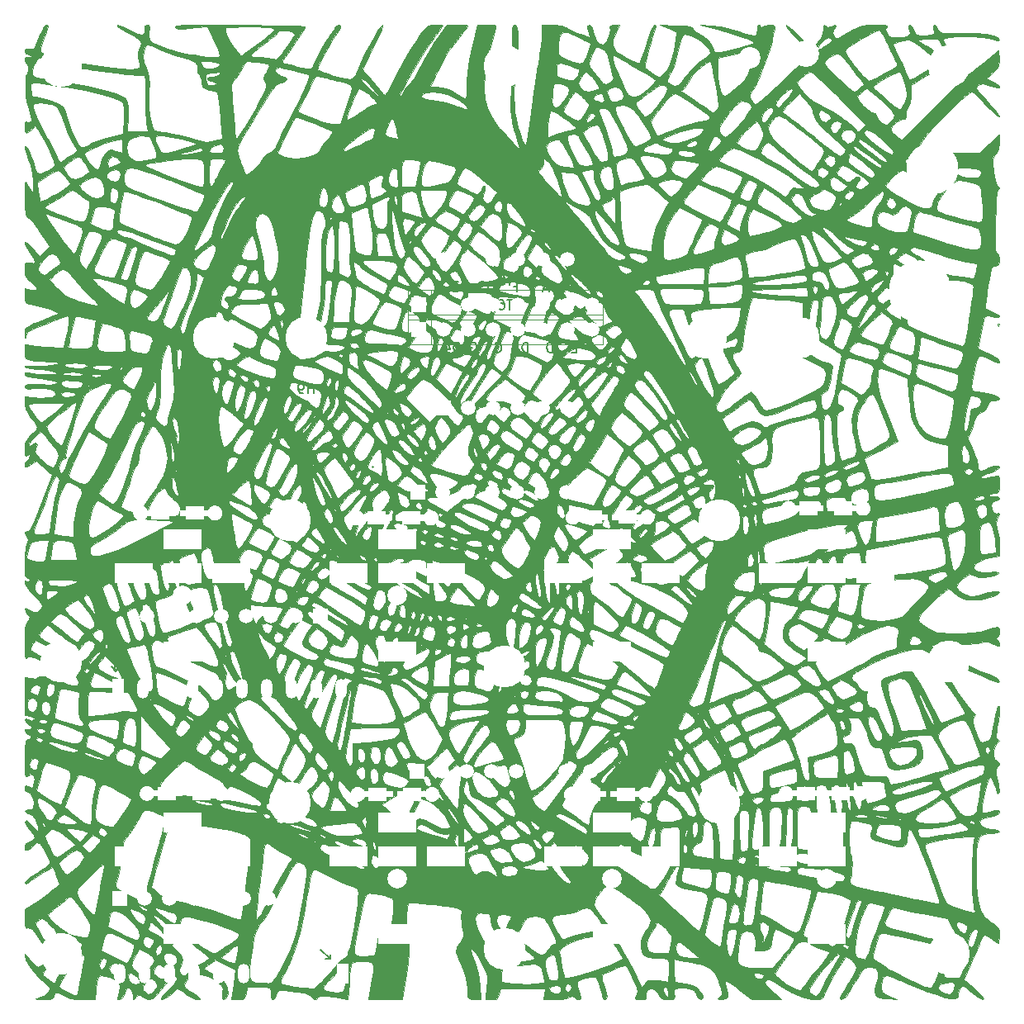
<source format=gbo>
G04 #@! TF.GenerationSoftware,KiCad,Pcbnew,(5.1.5)-3*
G04 #@! TF.CreationDate,2020-12-12T23:50:59-08:00*
G04 #@! TF.ProjectId,button_pcb_4x_laz16-11_,62757474-6f6e-45f7-9063-625f34785f6c,rev?*
G04 #@! TF.SameCoordinates,Original*
G04 #@! TF.FileFunction,Legend,Bot*
G04 #@! TF.FilePolarity,Positive*
%FSLAX46Y46*%
G04 Gerber Fmt 4.6, Leading zero omitted, Abs format (unit mm)*
G04 Created by KiCad (PCBNEW (5.1.5)-3) date 2020-12-12 23:50:59*
%MOMM*%
%LPD*%
G04 APERTURE LIST*
%ADD10C,0.150000*%
%ADD11C,0.200000*%
%ADD12C,0.010000*%
%ADD13C,0.120000*%
%ADD14C,6.400000*%
%ADD15C,5.300000*%
%ADD16C,3.200000*%
%ADD17C,2.700000*%
%ADD18C,2.200000*%
%ADD19C,0.100000*%
%ADD20C,4.300000*%
%ADD21C,2.000000*%
%ADD22R,4.000000X2.000000*%
%ADD23C,1.500000*%
%ADD24R,1.500000X1.500000*%
%ADD25O,1.200000X2.000000*%
%ADD26R,1.200000X2.000000*%
G04 APERTURE END LIST*
D10*
X10640000Y33960000D02*
X10140000Y33460000D01*
X9640000Y33960000D02*
X10140000Y33460000D01*
X10140000Y33460000D02*
X9640000Y33960000D01*
X9640000Y35960000D02*
X10140000Y33460000D01*
X31640000Y3960000D02*
X32140000Y3960000D01*
X32140000Y4460000D02*
X32140000Y3960000D01*
X32140000Y3960000D02*
X32140000Y4460000D01*
X31140000Y4960000D02*
X32140000Y3960000D01*
X57319047Y66711428D02*
X56985714Y66711428D01*
X56842857Y66187619D02*
X57319047Y66187619D01*
X57319047Y67187619D01*
X56842857Y67187619D01*
X54890476Y66187619D02*
X54890476Y67187619D01*
X54652380Y67187619D01*
X54509523Y67140000D01*
X54414285Y67044761D01*
X54366666Y66949523D01*
X54319047Y66759047D01*
X54319047Y66616190D01*
X54366666Y66425714D01*
X54414285Y66330476D01*
X54509523Y66235238D01*
X54652380Y66187619D01*
X54890476Y66187619D01*
X52366666Y66187619D02*
X52366666Y67187619D01*
X52128571Y67187619D01*
X51985714Y67140000D01*
X51890476Y67044761D01*
X51842857Y66949523D01*
X51795238Y66759047D01*
X51795238Y66616190D01*
X51842857Y66425714D01*
X51890476Y66330476D01*
X51985714Y66235238D01*
X52128571Y66187619D01*
X52366666Y66187619D01*
X51366666Y66187619D02*
X51366666Y67187619D01*
X50985714Y67187619D01*
X50890476Y67140000D01*
X50842857Y67092380D01*
X50795238Y66997142D01*
X50795238Y66854285D01*
X50842857Y66759047D01*
X50890476Y66711428D01*
X50985714Y66663809D01*
X51366666Y66663809D01*
X49033333Y66282857D02*
X49080952Y66235238D01*
X49223809Y66187619D01*
X49319047Y66187619D01*
X49461904Y66235238D01*
X49557142Y66330476D01*
X49604761Y66425714D01*
X49652380Y66616190D01*
X49652380Y66759047D01*
X49604761Y66949523D01*
X49557142Y67044761D01*
X49461904Y67140000D01*
X49319047Y67187619D01*
X49223809Y67187619D01*
X49080952Y67140000D01*
X49033333Y67092380D01*
X46557142Y67140000D02*
X46652380Y67187619D01*
X46795238Y67187619D01*
X46938095Y67140000D01*
X47033333Y67044761D01*
X47080952Y66949523D01*
X47128571Y66759047D01*
X47128571Y66616190D01*
X47080952Y66425714D01*
X47033333Y66330476D01*
X46938095Y66235238D01*
X46795238Y66187619D01*
X46700000Y66187619D01*
X46557142Y66235238D01*
X46509523Y66282857D01*
X46509523Y66616190D01*
X46700000Y66616190D01*
X45319047Y66187619D02*
X45319047Y67187619D01*
X45080952Y67187619D01*
X44938095Y67140000D01*
X44842857Y67044761D01*
X44795238Y66949523D01*
X44747619Y66759047D01*
X44747619Y66616190D01*
X44795238Y66425714D01*
X44842857Y66330476D01*
X44938095Y66235238D01*
X45080952Y66187619D01*
X45319047Y66187619D01*
X43890476Y66854285D02*
X43890476Y66187619D01*
X44128571Y67235238D02*
X44366666Y66520952D01*
X43747619Y66520952D01*
D11*
X57095238Y72387619D02*
X57095238Y73387619D01*
X56857142Y73387619D01*
X56714285Y73340000D01*
X56619047Y73244761D01*
X56571428Y73149523D01*
X56523809Y72959047D01*
X56523809Y72816190D01*
X56571428Y72625714D01*
X56619047Y72530476D01*
X56714285Y72435238D01*
X56857142Y72387619D01*
X57095238Y72387619D01*
X55571428Y72387619D02*
X56142857Y72387619D01*
X55857142Y72387619D02*
X55857142Y73387619D01*
X55952380Y73244761D01*
X56047619Y73149523D01*
X56142857Y73101904D01*
X54428571Y72673333D02*
X53952380Y72673333D01*
X54523809Y72387619D02*
X54190476Y73387619D01*
X53857142Y72387619D01*
X50904761Y72911428D02*
X51238095Y72911428D01*
X51238095Y72387619D02*
X51238095Y73387619D01*
X50761904Y73387619D01*
X48857142Y72387619D02*
X48857142Y73387619D01*
X48619047Y73387619D01*
X48476190Y73340000D01*
X48380952Y73244761D01*
X48333333Y73149523D01*
X48285714Y72959047D01*
X48285714Y72816190D01*
X48333333Y72625714D01*
X48380952Y72530476D01*
X48476190Y72435238D01*
X48619047Y72387619D01*
X48857142Y72387619D01*
X47904761Y73292380D02*
X47857142Y73340000D01*
X47761904Y73387619D01*
X47523809Y73387619D01*
X47428571Y73340000D01*
X47380952Y73292380D01*
X47333333Y73197142D01*
X47333333Y73101904D01*
X47380952Y72959047D01*
X47952380Y72387619D01*
X47333333Y72387619D01*
X46142857Y72387619D02*
X46142857Y73387619D01*
X45904761Y73387619D01*
X45761904Y73340000D01*
X45666666Y73244761D01*
X45619047Y73149523D01*
X45571428Y72959047D01*
X45571428Y72816190D01*
X45619047Y72625714D01*
X45666666Y72530476D01*
X45761904Y72435238D01*
X45904761Y72387619D01*
X46142857Y72387619D01*
X45238095Y73387619D02*
X44619047Y73387619D01*
X44952380Y73006666D01*
X44809523Y73006666D01*
X44714285Y72959047D01*
X44666666Y72911428D01*
X44619047Y72816190D01*
X44619047Y72578095D01*
X44666666Y72482857D01*
X44714285Y72435238D01*
X44809523Y72387619D01*
X45095238Y72387619D01*
X45190476Y72435238D01*
X45238095Y72482857D01*
X43095238Y72911428D02*
X42952380Y72863809D01*
X42904761Y72816190D01*
X42857142Y72720952D01*
X42857142Y72578095D01*
X42904761Y72482857D01*
X42952380Y72435238D01*
X43047619Y72387619D01*
X43428571Y72387619D01*
X43428571Y73387619D01*
X43095238Y73387619D01*
X43000000Y73340000D01*
X42952380Y73292380D01*
X42904761Y73197142D01*
X42904761Y73101904D01*
X42952380Y73006666D01*
X43000000Y72959047D01*
X43095238Y72911428D01*
X43428571Y72911428D01*
D12*
G36*
X36549489Y54437737D02*
G01*
X36456789Y54530438D01*
X36364088Y54437737D01*
X36456789Y54345037D01*
X36549489Y54437737D01*
G37*
X36549489Y54437737D02*
X36456789Y54530438D01*
X36364088Y54437737D01*
X36456789Y54345037D01*
X36549489Y54437737D01*
G36*
X100636594Y68868151D02*
G01*
X100658783Y69088179D01*
X100636594Y69115353D01*
X100526373Y69089903D01*
X100512993Y68991752D01*
X100580828Y68839146D01*
X100636594Y68868151D01*
G37*
X100636594Y68868151D02*
X100658783Y69088179D01*
X100636594Y69115353D01*
X100526373Y69089903D01*
X100512993Y68991752D01*
X100580828Y68839146D01*
X100636594Y68868151D01*
G36*
X15102719Y-82166D02*
G01*
X15492815Y173297D01*
X15754650Y393212D01*
X16139214Y729005D01*
X16398603Y926946D01*
X16446479Y949416D01*
X16630997Y849910D01*
X17012425Y595347D01*
X17297160Y393212D01*
X17837881Y66520D01*
X18341898Y-133508D01*
X18532450Y-162992D01*
X18762173Y-141131D01*
X18759378Y-45816D01*
X18493085Y167550D01*
X18134074Y410522D01*
X17559535Y805380D01*
X17245769Y1077394D01*
X17136394Y1295837D01*
X17175031Y1529981D01*
X17190003Y1570468D01*
X17552420Y2049061D01*
X18133948Y2314020D01*
X18849096Y2363160D01*
X19612368Y2194298D01*
X20338274Y1805248D01*
X20524206Y1655666D01*
X20922232Y1265533D01*
X21081719Y944360D01*
X21066887Y547028D01*
X21051953Y463090D01*
X21007809Y25538D01*
X21113875Y-148346D01*
X21212192Y-162992D01*
X21445178Y8452D01*
X21580312Y439562D01*
X21514495Y1154418D01*
X21089151Y1787886D01*
X20302878Y2341824D01*
X20052347Y2466882D01*
X19545830Y2719421D01*
X19210645Y2915277D01*
X19130619Y2988832D01*
X19264748Y3140743D01*
X19607746Y3408136D01*
X19750741Y3508070D01*
X20377197Y3934608D01*
X22378361Y2896132D01*
X22291812Y2231397D01*
X23803971Y2231397D01*
X23811089Y2950515D01*
X23824175Y3069556D01*
X23984169Y4377150D01*
X24125342Y5373337D01*
X24262226Y6116008D01*
X24409356Y6663055D01*
X24581265Y7072370D01*
X24792486Y7401845D01*
X24963225Y7606742D01*
X25260910Y8014174D01*
X25669293Y8676212D01*
X26141426Y9511842D01*
X26630358Y10440047D01*
X26792809Y10763806D01*
X27367658Y11911742D01*
X27816118Y12760185D01*
X28169163Y13345401D01*
X28457768Y13703654D01*
X28712904Y13871207D01*
X28965545Y13884326D01*
X29246666Y13779274D01*
X29331021Y13735594D01*
X29506889Y13610590D01*
X29618120Y13421750D01*
X29664442Y13114219D01*
X29645583Y12633143D01*
X29561272Y11923668D01*
X29411238Y10930940D01*
X29314142Y10327538D01*
X29006402Y8577734D01*
X28696389Y7131272D01*
X28365835Y5921032D01*
X27996472Y4879900D01*
X27582562Y3965570D01*
X27044755Y2959624D01*
X26582534Y2257349D01*
X26150048Y1812063D01*
X25701441Y1577085D01*
X25222862Y1510205D01*
X26998481Y1510205D01*
X27021291Y1759277D01*
X27200479Y2197897D01*
X27349998Y2476382D01*
X27949615Y3658869D01*
X28479420Y5040281D01*
X28953026Y6665980D01*
X29384048Y8581328D01*
X29699065Y10303320D01*
X29887067Y11424325D01*
X30031655Y12225793D01*
X30158434Y12752506D01*
X30293004Y13049251D01*
X30460970Y13160813D01*
X30687933Y13131976D01*
X30999496Y13007526D01*
X31196555Y12922788D01*
X31724214Y12676038D01*
X32381302Y12336489D01*
X32747291Y12134832D01*
X33396044Y11798539D01*
X34032869Y11518096D01*
X34323204Y11414938D01*
X34709836Y11277862D01*
X34898420Y11092940D01*
X34955245Y10742769D01*
X34951310Y10302530D01*
X34894377Y9590345D01*
X34758492Y8596044D01*
X34556309Y7396819D01*
X34300485Y6069863D01*
X34108804Y5163429D01*
X33934381Y4649029D01*
X34551063Y4649029D01*
X34557244Y5062703D01*
X34651204Y5706329D01*
X34823181Y6630265D01*
X34983500Y7464181D01*
X35212600Y8649970D01*
X35395562Y9518120D01*
X35555694Y10115233D01*
X35716307Y10487911D01*
X35900713Y10682756D01*
X36132221Y10746371D01*
X36434143Y10725357D01*
X36602198Y10700242D01*
X37269020Y10571828D01*
X37898838Y10412133D01*
X37986351Y10385082D01*
X38370544Y10225355D01*
X38541583Y9991396D01*
X38581458Y9549715D01*
X38580831Y9417155D01*
X38545621Y8814828D01*
X38464235Y8147761D01*
X38356438Y7535246D01*
X38241992Y7096574D01*
X38174038Y6961800D01*
X37938898Y6858766D01*
X37654260Y6788091D01*
X37161761Y6552078D01*
X36940251Y6071587D01*
X36923131Y5839380D01*
X36884281Y5368210D01*
X36804416Y4866022D01*
X36721861Y4542529D01*
X36574680Y4369532D01*
X36264937Y4299945D01*
X35694699Y4286685D01*
X35599307Y4286643D01*
X35156781Y4284112D01*
X34841071Y4310093D01*
X34642418Y4414945D01*
X34551063Y4649029D01*
X33934381Y4649029D01*
X33872447Y4466378D01*
X33547838Y4082776D01*
X33531884Y4073849D01*
X33162801Y3795729D01*
X32746139Y3374195D01*
X32674852Y3289764D01*
X32286540Y2843828D01*
X31761146Y2275901D01*
X31317745Y1816527D01*
X30516738Y1005557D01*
X31358248Y1005557D01*
X31482655Y1222105D01*
X31804467Y1609100D01*
X32246569Y2087721D01*
X32731848Y2579146D01*
X33183191Y3004556D01*
X33523483Y3285130D01*
X33655019Y3353177D01*
X33721899Y3187966D01*
X33735039Y2744199D01*
X33693006Y2123289D01*
X33615167Y1472304D01*
X33534594Y970484D01*
X33471060Y732778D01*
X33213806Y603134D01*
X32753333Y571251D01*
X32215525Y620878D01*
X31726267Y735763D01*
X31411443Y899651D01*
X31358248Y1005557D01*
X30516738Y1005557D01*
X30434527Y922324D01*
X29366826Y1036365D01*
X28372698Y1150579D01*
X27692386Y1250824D01*
X27269756Y1348332D01*
X27048679Y1454333D01*
X26998481Y1510205D01*
X25222862Y1510205D01*
X25190861Y1505733D01*
X25166254Y1505621D01*
X24431794Y1566934D01*
X23994286Y1789531D01*
X23803971Y2231397D01*
X22291812Y2231397D01*
X22179210Y1366570D01*
X21980060Y-162992D01*
X22662389Y-162992D01*
X23121290Y-130096D01*
X23343123Y39886D01*
X23460395Y453891D01*
X23466454Y485913D01*
X23588189Y1134818D01*
X24784898Y1134818D01*
X25464991Y1118594D01*
X25849402Y1030349D01*
X26013037Y810724D01*
X26030801Y400359D01*
X26013168Y161460D01*
X26076396Y-121436D01*
X26263974Y-152321D01*
X26466913Y32633D01*
X26571846Y346862D01*
X26687847Y724725D01*
X26957882Y818967D01*
X27001314Y815221D01*
X27371149Y776131D01*
X27975258Y714529D01*
X28639560Y648061D01*
X29405002Y541951D01*
X29873895Y394131D01*
X30120034Y181272D01*
X30121019Y179701D01*
X30424940Y-118106D01*
X30714657Y-108173D01*
X30859405Y89872D01*
X31095497Y223234D01*
X31656948Y226711D01*
X32551614Y99798D01*
X33416753Y-74841D01*
X33899346Y-180479D01*
X34026176Y1499611D01*
X34093917Y2278148D01*
X34167343Y2933132D01*
X34234426Y3363411D01*
X34258675Y3455070D01*
X34449380Y3625321D01*
X34896380Y3711872D01*
X35456916Y3730438D01*
X35956493Y3727849D01*
X36289677Y3680801D01*
X36477317Y3530374D01*
X36540262Y3217649D01*
X36499361Y2683706D01*
X36375462Y1869625D01*
X36293365Y1366570D01*
X36044653Y-162992D01*
X39476293Y-162992D01*
X39683903Y995767D01*
X39906917Y2369242D01*
X40065695Y3620389D01*
X40156301Y4695275D01*
X40174795Y5539969D01*
X40117239Y6100536D01*
X40067054Y6242818D01*
X39984471Y6582833D01*
X39935077Y7158403D01*
X39917804Y7860757D01*
X39931585Y8581122D01*
X39975351Y9210725D01*
X40048035Y9640795D01*
X40101519Y9754488D01*
X40316307Y9775867D01*
X40814150Y9755440D01*
X41510746Y9701838D01*
X42321794Y9623693D01*
X42889538Y9560211D01*
X59167232Y9560211D01*
X59196770Y9929427D01*
X59398262Y10329639D01*
X59686922Y10745282D01*
X60100779Y11252758D01*
X60443318Y11554185D01*
X60619941Y11605638D01*
X60893750Y11463716D01*
X61369937Y11178148D01*
X61917751Y10828666D01*
X62355581Y10536389D01*
X65777947Y10536389D01*
X66366638Y11493133D01*
X66678078Y12013987D01*
X66891469Y12398978D01*
X66955329Y12546316D01*
X67046480Y12754554D01*
X67254754Y13099735D01*
X67542450Y13441507D01*
X67762410Y13546553D01*
X67843298Y13397909D01*
X67812014Y13232263D01*
X67716350Y12835377D01*
X67607576Y12290702D01*
X67594056Y12215594D01*
X67587841Y12160874D01*
X68108226Y12160874D01*
X68131270Y12621807D01*
X68147596Y12719159D01*
X68273918Y13392512D01*
X68415472Y13382674D01*
X76781606Y13382674D01*
X76946478Y13477375D01*
X77362997Y13533208D01*
X77914015Y13549854D01*
X78482384Y13526991D01*
X78950958Y13464299D01*
X79169227Y13389204D01*
X79324126Y13153298D01*
X79259401Y13030071D01*
X79933431Y13030071D01*
X79958121Y13226767D01*
X80084883Y13331064D01*
X80392755Y13359294D01*
X80960774Y13327791D01*
X81258102Y13303818D01*
X82129954Y13212621D01*
X83041624Y13087962D01*
X83656878Y12982686D01*
X84385984Y12792055D01*
X84772133Y12562999D01*
X84842836Y12272825D01*
X84755637Y12076366D01*
X84617444Y11969384D01*
X84334705Y11938816D01*
X83837329Y11986833D01*
X83055227Y12115606D01*
X82965127Y12131837D01*
X82130727Y12280950D01*
X81349615Y12417213D01*
X80756164Y12517283D01*
X80628686Y12537717D01*
X80151994Y12659810D01*
X79955173Y12866347D01*
X79933431Y13030071D01*
X79259401Y13030071D01*
X79210203Y12936408D01*
X78911370Y12871892D01*
X78851770Y12884684D01*
X78487634Y12959840D01*
X77927281Y13051189D01*
X77662263Y13088987D01*
X77149537Y13191405D01*
X76832039Y13317905D01*
X76781606Y13382674D01*
X68415472Y13382674D01*
X69607689Y13299815D01*
X70281421Y13252869D01*
X70805012Y13216158D01*
X71072991Y13197080D01*
X71080511Y13196516D01*
X71170449Y13026438D01*
X71210782Y12623119D01*
X71203205Y12120558D01*
X71149409Y11652753D01*
X71143563Y11634355D01*
X71566371Y11634355D01*
X71597813Y12158566D01*
X71652246Y12623054D01*
X71711998Y12861460D01*
X71989628Y12985367D01*
X72516711Y12955585D01*
X72847346Y12882211D01*
X73092522Y12782835D01*
X73199893Y12588918D01*
X73200319Y12196082D01*
X73161759Y11818685D01*
X73074372Y11249533D01*
X72985306Y10899797D01*
X73555551Y10899797D01*
X73564765Y11472314D01*
X73677978Y12157477D01*
X73804084Y12525532D01*
X73982606Y12629217D01*
X74253067Y12521271D01*
X74319958Y12480015D01*
X74446320Y12260564D01*
X74449778Y11797686D01*
X74393394Y11366631D01*
X74274016Y10706010D01*
X74157186Y10366127D01*
X74007908Y10298821D01*
X73791183Y10455933D01*
X73756431Y10490128D01*
X73555551Y10899797D01*
X72985306Y10899797D01*
X72970127Y10840195D01*
X72912782Y10726910D01*
X72648897Y10681793D01*
X72232931Y10778126D01*
X71825224Y10958039D01*
X71586117Y11163661D01*
X71571581Y11210984D01*
X71566371Y11634355D01*
X71143563Y11634355D01*
X71057348Y11363068D01*
X70911554Y11245531D01*
X70630056Y11227041D01*
X70131400Y11311416D01*
X69623326Y11430330D01*
X68966503Y11606629D01*
X68452274Y11771876D01*
X68187805Y11891470D01*
X68183557Y11895165D01*
X68108226Y12160874D01*
X67587841Y12160874D01*
X67541009Y11748594D01*
X67639562Y11503296D01*
X67944932Y11343345D01*
X67947714Y11342286D01*
X68418818Y11209258D01*
X69059678Y11082117D01*
X69354904Y11037708D01*
X70052245Y10927874D01*
X70500485Y10775334D01*
X70731163Y10514269D01*
X70775816Y10078858D01*
X70665982Y9403281D01*
X70492458Y8663594D01*
X70294331Y7910597D01*
X70110647Y7315136D01*
X69966772Y6954366D01*
X69906857Y6882263D01*
X69714057Y7001330D01*
X69321862Y7320689D01*
X68798120Y7783582D01*
X68494907Y8063481D01*
X67831812Y8680365D01*
X67173342Y9286234D01*
X66633846Y9776062D01*
X66505689Y9890544D01*
X65777947Y10536389D01*
X62355581Y10536389D01*
X62461942Y10465387D01*
X62873515Y10178248D01*
X63061898Y10030697D01*
X63253888Y9863456D01*
X63637193Y9561336D01*
X63876650Y9379289D01*
X64366104Y8932145D01*
X64744451Y8448148D01*
X64832007Y8281923D01*
X64949084Y7927384D01*
X64920637Y7626089D01*
X64713450Y7246035D01*
X64491227Y6927656D01*
X64121176Y6327672D01*
X63969259Y5800105D01*
X63964329Y5456820D01*
X64541708Y5456820D01*
X64654825Y6013354D01*
X64917534Y6543951D01*
X65008613Y6663050D01*
X65311189Y7095283D01*
X65466615Y7459301D01*
X65472117Y7511582D01*
X65528406Y7758379D01*
X65719711Y7750030D01*
X66079693Y7472452D01*
X66463378Y7096796D01*
X66863591Y6664606D01*
X67004533Y6418759D01*
X70467111Y6418759D01*
X70839369Y8108221D01*
X71053291Y9065581D01*
X71215471Y9715149D01*
X71353109Y10111435D01*
X71493406Y10308949D01*
X71663564Y10362201D01*
X71890782Y10325703D01*
X71939946Y10313782D01*
X72383463Y10144736D01*
X72629506Y9975537D01*
X72718053Y9739100D01*
X72721842Y9273620D01*
X72639306Y8525515D01*
X72574362Y8087372D01*
X72537101Y7847891D01*
X72932664Y7847891D01*
X72952193Y7948321D01*
X73042048Y8345037D01*
X73145213Y8890532D01*
X73158490Y8968029D01*
X73327879Y9479105D01*
X73588341Y9660046D01*
X73907404Y9492391D01*
X73965854Y9427031D01*
X74068240Y9097152D01*
X74073972Y8566183D01*
X74056844Y8407322D01*
X73966111Y7913206D01*
X73837342Y7720274D01*
X74402995Y7720274D01*
X74419777Y8088582D01*
X74488272Y8676734D01*
X74606370Y9535080D01*
X74761195Y10636643D01*
X74876948Y11414232D01*
X74978299Y11894324D01*
X75093576Y12147752D01*
X75251110Y12245352D01*
X75410006Y12258905D01*
X75791608Y12184580D01*
X75949308Y12070253D01*
X75981477Y11804952D01*
X75957367Y11282136D01*
X75882401Y10609926D01*
X75872610Y10540691D01*
X75756487Y9717080D01*
X75645119Y8897463D01*
X75601683Y8562167D01*
X76171566Y8562167D01*
X76293974Y10154652D01*
X76369738Y11031595D01*
X76449335Y11596090D01*
X76553926Y11906084D01*
X76704670Y12019526D01*
X76922727Y11994364D01*
X76961436Y11982571D01*
X77378945Y11883467D01*
X77915990Y11793407D01*
X77919191Y11792977D01*
X78586677Y11690582D01*
X79341875Y11555110D01*
X80090991Y11406008D01*
X80740236Y11262722D01*
X81195816Y11144699D01*
X81359949Y11079589D01*
X81376973Y10848114D01*
X81302035Y10356673D01*
X81157985Y9697883D01*
X80967671Y8964360D01*
X80753942Y8248720D01*
X80539646Y7643578D01*
X80473099Y7484818D01*
X80271575Y7068839D01*
X80068282Y6812143D01*
X79809819Y6723938D01*
X79442785Y6813433D01*
X78913779Y7089835D01*
X78169401Y7562355D01*
X77523212Y7993498D01*
X77146680Y8191855D01*
X76708338Y8371231D01*
X76171566Y8562167D01*
X75601683Y8562167D01*
X75570197Y8319124D01*
X75487012Y7787985D01*
X75361177Y7529081D01*
X75172805Y7464062D01*
X76141642Y7464062D01*
X76261123Y7754934D01*
X76387861Y7809270D01*
X76632004Y7710878D01*
X76863439Y7562042D01*
X77068044Y7361353D01*
X77103702Y7098831D01*
X76985142Y6638878D01*
X76969178Y6588684D01*
X76777049Y6082873D01*
X76587968Y5727087D01*
X76546521Y5677153D01*
X76431344Y5630409D01*
X76480423Y5842329D01*
X76474120Y6273121D01*
X76312497Y6638736D01*
X76155738Y7044954D01*
X76141642Y7464062D01*
X75172805Y7464062D01*
X75118189Y7445211D01*
X74895180Y7438467D01*
X74684018Y7430905D01*
X74533006Y7441785D01*
X74440035Y7521458D01*
X74402995Y7720274D01*
X73837342Y7720274D01*
X73814928Y7686692D01*
X73518426Y7625383D01*
X73407474Y7623869D01*
X73027098Y7670715D01*
X72932664Y7847891D01*
X72537101Y7847891D01*
X72445931Y7261947D01*
X72328704Y6506588D01*
X72242132Y5946684D01*
X72222076Y5816205D01*
X72188824Y5677153D01*
X72702774Y5677153D01*
X72740935Y6410577D01*
X72876491Y6842892D01*
X73141056Y7037913D01*
X73391614Y7067664D01*
X73723821Y7013096D01*
X73780084Y6782381D01*
X73752947Y6650511D01*
X73669545Y6225187D01*
X73571934Y5609588D01*
X73523561Y5260000D01*
X73380064Y4600832D01*
X73264377Y4406742D01*
X73860545Y4406742D01*
X73903038Y4922860D01*
X74019357Y5827617D01*
X74172568Y6417470D01*
X74388544Y6748154D01*
X74693161Y6875405D01*
X74812679Y6882263D01*
X75353814Y6729050D01*
X75678621Y6305941D01*
X75749854Y5667728D01*
X75732125Y5529598D01*
X75620681Y4842847D01*
X76366709Y4842847D01*
X76945047Y4916745D01*
X77245022Y5183550D01*
X77337281Y5710927D01*
X77337810Y5772948D01*
X77391628Y6147080D01*
X77519191Y6586081D01*
X77669669Y6941616D01*
X77781492Y7067664D01*
X77978507Y6991116D01*
X78402043Y6793355D01*
X78805564Y6594517D01*
X78949664Y6519383D01*
X80572485Y6519383D01*
X80597109Y6674843D01*
X80828994Y7270061D01*
X81117920Y8087425D01*
X81418128Y8992816D01*
X81683854Y9852113D01*
X81700176Y9907743D01*
X82015351Y10986507D01*
X82782055Y10868562D01*
X83430816Y10744836D01*
X84192466Y10567105D01*
X84522117Y10479874D01*
X85059752Y10300510D01*
X85413254Y10125399D01*
X85495475Y10031126D01*
X85441853Y9788539D01*
X85297392Y9278081D01*
X85086696Y8584254D01*
X84926060Y8075525D01*
X84414964Y6479985D01*
X84958872Y6479985D01*
X85061259Y6977692D01*
X85322409Y7759467D01*
X85325348Y7767552D01*
X85569811Y8458402D01*
X85787835Y9106058D01*
X85890267Y9431533D01*
X86082538Y9838946D01*
X86313927Y10031726D01*
X86338496Y10034088D01*
X86580274Y10003125D01*
X86607883Y9978829D01*
X86550440Y9791461D01*
X86396687Y9336507D01*
X86174487Y8695772D01*
X86055337Y8356566D01*
X85806472Y7617029D01*
X85614881Y6983525D01*
X85510119Y6556553D01*
X85499133Y6465110D01*
X85365791Y6190649D01*
X85217372Y6140657D01*
X85011995Y6217317D01*
X84958872Y6479985D01*
X84414964Y6479985D01*
X84356646Y6297930D01*
X83642230Y6418629D01*
X83148700Y6466729D01*
X82873996Y6366168D01*
X82721910Y6154592D01*
X82502576Y5875232D01*
X82191712Y5790305D01*
X81702868Y5895060D01*
X81224494Y6072288D01*
X80745448Y6305165D01*
X80572485Y6519383D01*
X78949664Y6519383D01*
X79333340Y6319335D01*
X79586747Y6125903D01*
X79623668Y5931350D01*
X79501989Y5652803D01*
X79485435Y5621160D01*
X79166744Y5113629D01*
X78877495Y4750146D01*
X78542778Y4362619D01*
X78138622Y3858100D01*
X78033133Y3720381D01*
X77534565Y3061418D01*
X75975560Y3076381D01*
X75033524Y3105289D01*
X74406380Y3203443D01*
X74038753Y3420179D01*
X73875266Y3804833D01*
X73860545Y4406742D01*
X73264377Y4406742D01*
X73191967Y4285261D01*
X72995329Y4294961D01*
X72826209Y4611604D01*
X72720667Y5216865D01*
X72702774Y5677153D01*
X72188824Y5677153D01*
X72124338Y5407492D01*
X72009714Y5218062D01*
X71999117Y5216408D01*
X71793904Y5329039D01*
X71416043Y5613099D01*
X71167789Y5818963D01*
X70467111Y6418759D01*
X67004533Y6418759D01*
X67050429Y6338702D01*
X67074966Y5965439D01*
X67002647Y5474534D01*
X66941058Y5116360D01*
X67511533Y5116360D01*
X67551175Y5542013D01*
X67697548Y5722836D01*
X67991825Y5653601D01*
X68475178Y5329080D01*
X68966794Y4931560D01*
X69958551Y4101241D01*
X69210615Y4101241D01*
X68368596Y4161226D01*
X67835566Y4359022D01*
X67566730Y4721393D01*
X67511533Y5116360D01*
X66941058Y5116360D01*
X66846204Y4564745D01*
X65962005Y4595770D01*
X65378427Y4634906D01*
X64927537Y4697879D01*
X64811458Y4729002D01*
X64589986Y4990114D01*
X64541708Y5456820D01*
X63964329Y5456820D01*
X63962847Y5353662D01*
X64048514Y4712055D01*
X64263175Y4332456D01*
X64683922Y4149723D01*
X65387849Y4098719D01*
X65448468Y4098402D01*
X66191504Y4075071D01*
X66631040Y3965802D01*
X66833862Y3704194D01*
X66866759Y3223844D01*
X66825240Y2729590D01*
X66713467Y1646605D01*
X65708000Y1764778D01*
X65104312Y1816618D01*
X64739501Y1773487D01*
X64487699Y1607175D01*
X64359547Y1462534D01*
X64016562Y1042117D01*
X63408137Y2339927D01*
X63015952Y3130863D01*
X62522214Y4063081D01*
X62019873Y4962168D01*
X61911097Y5148984D01*
X61526196Y5815140D01*
X61225305Y6357907D01*
X61050131Y6700890D01*
X61022482Y6776701D01*
X60915847Y6971178D01*
X60637070Y7365847D01*
X60269748Y7845452D01*
X59687781Y8597533D01*
X59325589Y9142683D01*
X59167232Y9560211D01*
X42889538Y9560211D01*
X43162991Y9529635D01*
X43950037Y9428296D01*
X44598629Y9328309D01*
X44948326Y9258234D01*
X45402884Y9113111D01*
X45565505Y8935170D01*
X45540344Y8732762D01*
X45510572Y8359305D01*
X45517337Y8267801D01*
X46966389Y8267801D01*
X47112983Y8599429D01*
X47507451Y8710693D01*
X47829852Y8700092D01*
X48256652Y8640666D01*
X48462369Y8483227D01*
X48543444Y8116630D01*
X48552339Y8007915D01*
X49156789Y8007915D01*
X49187330Y8356204D01*
X49349682Y8511040D01*
X49749942Y8550099D01*
X49898394Y8550876D01*
X50422578Y8496813D01*
X50636632Y8344158D01*
X50639307Y8319124D01*
X50555298Y8046640D01*
X50354215Y7637805D01*
X50111041Y7224385D01*
X49900757Y6938146D01*
X49821662Y6882263D01*
X49555523Y7040700D01*
X49308722Y7419922D01*
X49166391Y7875796D01*
X49156789Y8007915D01*
X48552339Y8007915D01*
X48565031Y7852820D01*
X48675436Y7247047D01*
X48937987Y6867734D01*
X49074885Y6765439D01*
X49403705Y6463676D01*
X49527591Y6194305D01*
X49497351Y6097107D01*
X51211047Y6097107D01*
X51241040Y6453132D01*
X51437591Y6919042D01*
X51474307Y6981487D01*
X51795803Y7509587D01*
X52034785Y7901971D01*
X52291465Y8205152D01*
X52658971Y8339667D01*
X53138120Y8365475D01*
X53568001Y8352830D01*
X53860165Y8268567D01*
X54101962Y8043195D01*
X54118897Y8016710D01*
X54794226Y8016710D01*
X54862176Y8335783D01*
X55214483Y8499815D01*
X55890646Y8552500D01*
X55923942Y8552899D01*
X56587060Y8643118D01*
X57281070Y8856154D01*
X57407153Y8911533D01*
X58009543Y9173169D01*
X58402428Y9251101D01*
X58699880Y9142717D01*
X58988130Y8875329D01*
X59427749Y8342400D01*
X59774668Y7807038D01*
X59979598Y7358893D01*
X59993247Y7087614D01*
X59979932Y7071432D01*
X59727688Y6969935D01*
X59213143Y6845503D01*
X58541685Y6723139D01*
X58455413Y6709758D01*
X57693812Y6565630D01*
X57001684Y6386187D01*
X56527790Y6210052D01*
X56524862Y6208544D01*
X56127243Y6028857D01*
X55889598Y6057275D01*
X55648910Y6319773D01*
X55624357Y6352038D01*
X55326765Y6815079D01*
X55020276Y7393413D01*
X54971131Y7498899D01*
X54794226Y8016710D01*
X54118897Y8016710D01*
X54380743Y7607221D01*
X54617058Y7188898D01*
X55027585Y6390365D01*
X55238001Y5828686D01*
X55242881Y5525423D01*
X55041994Y5500116D01*
X54797665Y5424299D01*
X54624841Y5186848D01*
X54317257Y4758179D01*
X54225990Y4679923D01*
X55557493Y4679923D01*
X55625755Y4972120D01*
X55996945Y5300656D01*
X56609632Y5633046D01*
X57402384Y5936805D01*
X58313771Y6179448D01*
X58443147Y6205869D01*
X59340074Y6378461D01*
X59955858Y6460556D01*
X60374330Y6427147D01*
X60679321Y6253225D01*
X60954661Y5913781D01*
X61284182Y5383809D01*
X61303073Y5352701D01*
X61655897Y4769976D01*
X61929800Y4313746D01*
X62070578Y4074352D01*
X62075413Y4065505D01*
X61958453Y3925270D01*
X61552583Y3709458D01*
X60926309Y3441224D01*
X60148137Y3143722D01*
X59286574Y2840106D01*
X58410126Y2553532D01*
X57587299Y2307155D01*
X56886600Y2124128D01*
X56376535Y2027607D01*
X56125610Y2040746D01*
X56115894Y2051225D01*
X56044919Y2291739D01*
X55943214Y2782162D01*
X55855601Y3280482D01*
X55739067Y3924907D01*
X55624540Y4449037D01*
X55557493Y4679923D01*
X54225990Y4679923D01*
X54056745Y4534806D01*
X53829601Y4427233D01*
X53588550Y4449731D01*
X53249002Y4636245D01*
X52726366Y5020721D01*
X52597576Y5120358D01*
X52052994Y5527085D01*
X51615518Y5824204D01*
X51371157Y5953727D01*
X51359299Y5955256D01*
X51211047Y6097107D01*
X49497351Y6097107D01*
X49428968Y5877319D01*
X49192707Y5460524D01*
X48908226Y5076236D01*
X48664938Y4856771D01*
X48614312Y4842847D01*
X48418950Y4997084D01*
X48126467Y5398044D01*
X47789201Y5953104D01*
X47459487Y6569638D01*
X47189664Y7155021D01*
X47032067Y7616630D01*
X47023325Y7658544D01*
X46966389Y8267801D01*
X45517337Y8267801D01*
X45553721Y7775695D01*
X45621229Y7330840D01*
X45718353Y6695407D01*
X45708332Y6281693D01*
X45578267Y5952795D01*
X45476534Y5795111D01*
X45109947Y5183154D01*
X44995883Y4704135D01*
X45118983Y4234607D01*
X45251542Y3986931D01*
X45669042Y3089157D01*
X45993299Y2034847D01*
X46171642Y1011904D01*
X46190365Y637663D01*
X46205486Y138562D01*
X46308782Y-92754D01*
X46587152Y-159300D01*
X46865763Y-162992D01*
X47541161Y-162992D01*
X47440193Y1310097D01*
X47267515Y2597042D01*
X46923753Y3685063D01*
X46854828Y3841248D01*
X46579311Y4515672D01*
X46489510Y4901849D01*
X46559038Y5015682D01*
X46761506Y4873077D01*
X47070527Y4489935D01*
X47158827Y4352041D01*
X50155387Y4352041D01*
X50294316Y4713352D01*
X50381193Y4897710D01*
X50629627Y5327658D01*
X50852148Y5566886D01*
X50904485Y5584453D01*
X51149665Y5485754D01*
X51593940Y5228541D01*
X52075256Y4912970D01*
X52579046Y4545547D01*
X52931227Y4249632D01*
X53050219Y4100287D01*
X52884678Y3925995D01*
X52515644Y3821927D01*
X54117117Y3821927D01*
X54215034Y4036287D01*
X54413745Y4200563D01*
X54798451Y4427343D01*
X55026316Y4383904D01*
X55200101Y4029710D01*
X55253012Y3869489D01*
X55397900Y3262056D01*
X55494167Y2587056D01*
X55499142Y2525329D01*
X55514344Y2050995D01*
X55419554Y1839559D01*
X55144207Y1785216D01*
X55004526Y1783723D01*
X54692750Y1808850D01*
X54501946Y1942020D01*
X54370418Y2269915D01*
X54241033Y2856403D01*
X54130471Y3465118D01*
X54117117Y3821927D01*
X52515644Y3821927D01*
X52460864Y3806479D01*
X51887994Y3747043D01*
X51275284Y3752993D01*
X50731949Y3829633D01*
X50382290Y3970703D01*
X50184661Y4147556D01*
X50155387Y4352041D01*
X47158827Y4352041D01*
X47459715Y3882161D01*
X47795856Y3274097D01*
X48056798Y2722787D01*
X48183852Y2253553D01*
X48203553Y1707108D01*
X48195586Y1598321D01*
X49654822Y1598321D01*
X49655384Y2357830D01*
X49698236Y2946090D01*
X49807769Y3377432D01*
X49956855Y3545037D01*
X49956911Y3545037D01*
X50140017Y3499544D01*
X50540621Y3388072D01*
X50608968Y3368535D01*
X51387057Y3287313D01*
X52255606Y3382664D01*
X52999823Y3468517D01*
X53475364Y3361045D01*
X53754263Y3013247D01*
X53908554Y2378125D01*
X53919938Y2296745D01*
X54019609Y1553641D01*
X53025060Y1445192D01*
X52267544Y1407094D01*
X51384628Y1425187D01*
X50842667Y1467532D01*
X49654822Y1598321D01*
X48195586Y1598321D01*
X48158767Y1095630D01*
X48041791Y-162992D01*
X48668815Y-162992D01*
X49110435Y-117915D01*
X49321090Y85407D01*
X49407080Y393212D01*
X49518321Y949416D01*
X54153358Y949416D01*
X54134236Y853806D01*
X54569266Y853806D01*
X54673581Y1105766D01*
X54847300Y1190379D01*
X55336993Y1284983D01*
X55596193Y1219920D01*
X55705689Y1042117D01*
X56202044Y1042117D01*
X56266107Y1401690D01*
X56492917Y1475944D01*
X56526497Y1470326D01*
X56793469Y1260384D01*
X56850949Y1042117D01*
X56710312Y714099D01*
X56526497Y613908D01*
X56280585Y663437D01*
X56202605Y991440D01*
X56202044Y1042117D01*
X55705689Y1042117D01*
X55724782Y1011115D01*
X55732297Y633373D01*
X55445034Y431349D01*
X55066562Y423865D01*
X54712340Y584276D01*
X54569266Y853806D01*
X54134236Y853806D01*
X53930876Y-162992D01*
X55068976Y-162992D01*
X55746762Y-125980D01*
X56322166Y-30242D01*
X56599586Y68759D01*
X56914573Y207100D01*
X57061125Y105675D01*
X57076024Y68759D01*
X57308159Y-126867D01*
X57506436Y-162992D01*
X57704362Y-136534D01*
X57764703Y3313D01*
X57696008Y347252D01*
X57589056Y713764D01*
X57461233Y1244207D01*
X57429154Y1620242D01*
X57458873Y1716242D01*
X57767940Y1873396D01*
X58269816Y2022775D01*
X58799686Y2126256D01*
X59192734Y2145713D01*
X59254225Y2131535D01*
X59430692Y1914494D01*
X59634874Y1462142D01*
X59821666Y902749D01*
X59945958Y364584D01*
X59971874Y90804D01*
X60115094Y-139304D01*
X60219076Y-162992D01*
X60415018Y-72212D01*
X60443060Y231879D01*
X60302067Y796903D01*
X60188175Y1134818D01*
X59977093Y1811508D01*
X59931793Y2228440D01*
X60054677Y2458722D01*
X60234526Y2545693D01*
X60588464Y2677472D01*
X61126112Y2899345D01*
X61439096Y3034817D01*
X61947627Y3239705D01*
X62298816Y3345380D01*
X62390480Y3344724D01*
X62503319Y3151681D01*
X62732010Y2718504D01*
X63027926Y2137386D01*
X63039924Y2113462D01*
X63412543Y1304076D01*
X63585074Y732929D01*
X63568996Y333736D01*
X63395621Y59489D01*
X63327395Y-86389D01*
X63543360Y-152199D01*
X63878960Y-162992D01*
X64337938Y-131083D01*
X64498448Y-14158D01*
X64478064Y115110D01*
X64428039Y568676D01*
X64621626Y852731D01*
X64962664Y946254D01*
X65354992Y828222D01*
X65454317Y727996D01*
X66249083Y727996D01*
X66264242Y1033928D01*
X66491825Y1134818D01*
X66702215Y986784D01*
X66764031Y532263D01*
X66746693Y140526D01*
X66671381Y74450D01*
X66486421Y288946D01*
X66485929Y289596D01*
X66249083Y727996D01*
X65454317Y727996D01*
X65702450Y477615D01*
X65750219Y393212D01*
X66010661Y13678D01*
X66359673Y-140499D01*
X66742578Y-162992D01*
X67198152Y-141955D01*
X67379448Y-24118D01*
X67382701Y272606D01*
X67368902Y371256D01*
X67349047Y771770D01*
X67484302Y984703D01*
X67843697Y1047891D01*
X68496264Y999168D01*
X68511428Y997464D01*
X69079873Y904428D01*
X69397483Y745120D01*
X69584222Y451093D01*
X69617922Y366133D01*
X69835337Y-333D01*
X70079592Y-160012D01*
X70257068Y-76634D01*
X70292555Y104771D01*
X70178877Y415856D01*
X69900315Y826889D01*
X69851338Y885480D01*
X69473163Y1223276D01*
X68986993Y1412205D01*
X68414477Y1498373D01*
X67418832Y1598321D01*
X67363054Y2779483D01*
X67307275Y3960644D01*
X67919258Y3850511D01*
X68504894Y3751266D01*
X69196693Y3642032D01*
X69365548Y3616638D01*
X70330964Y3408642D01*
X71015392Y3076778D01*
X71504187Y2554509D01*
X71546383Y2467644D01*
X75483796Y2467644D01*
X75629624Y2581471D01*
X75960186Y2582584D01*
X76315098Y2493873D01*
X76344589Y2472901D01*
X77708613Y2472901D01*
X77816400Y2705636D01*
X78100629Y3144862D01*
X78502603Y3710357D01*
X78963625Y4321900D01*
X79424998Y4899268D01*
X79802866Y5335151D01*
X80158763Y5694395D01*
X80426781Y5818820D01*
X80766081Y5750132D01*
X81018849Y5653784D01*
X81288060Y5538102D01*
X83131606Y5538102D01*
X83222870Y5718394D01*
X83548759Y5769854D01*
X83909731Y5698904D01*
X83965913Y5538102D01*
X83773162Y5370407D01*
X84608829Y5370407D01*
X84663589Y5554612D01*
X84856204Y5555809D01*
X85181359Y5377994D01*
X85269712Y5242294D01*
X85214951Y5058089D01*
X85022336Y5056892D01*
X84697182Y5234707D01*
X84608829Y5370407D01*
X83773162Y5370407D01*
X83739972Y5341532D01*
X83548759Y5306351D01*
X83223998Y5415726D01*
X83131606Y5538102D01*
X81288060Y5538102D01*
X81611876Y5398956D01*
X82148487Y5136062D01*
X82186854Y5115129D01*
X82639257Y4916703D01*
X82974811Y4842847D01*
X83207637Y4782470D01*
X83220657Y4655379D01*
X85901317Y4655379D01*
X85916202Y5168249D01*
X85951067Y5669852D01*
X86129147Y6888771D01*
X86461187Y8087203D01*
X86902854Y9117684D01*
X87076628Y9413700D01*
X87274754Y9654778D01*
X87526110Y9727526D01*
X87963260Y9657617D01*
X88130035Y9617689D01*
X88622052Y9491453D01*
X88931239Y9401904D01*
X88976582Y9383490D01*
X88936821Y9206485D01*
X88785792Y8770850D01*
X88553255Y8160892D01*
X88479210Y7974392D01*
X88360368Y7662750D01*
X88945796Y7662750D01*
X89012863Y7910635D01*
X89024413Y7942788D01*
X89316077Y8666133D01*
X89570131Y9081099D01*
X89828542Y9241468D01*
X90030375Y9232022D01*
X90347147Y9162545D01*
X90946748Y9035172D01*
X91748834Y8866834D01*
X92673060Y8674461D01*
X92865988Y8634489D01*
X95323363Y8125765D01*
X95584532Y7701310D01*
X96266929Y7701310D01*
X96544985Y7773107D01*
X97056300Y7634045D01*
X97391591Y7417052D01*
X97420091Y7087896D01*
X97416794Y7074951D01*
X97217289Y6656277D01*
X96939453Y6599429D01*
X96598245Y6901949D01*
X96282603Y7407600D01*
X96266929Y7701310D01*
X95584532Y7701310D01*
X95873977Y7230903D01*
X96205749Y6642925D01*
X96458364Y6107383D01*
X96542013Y5868194D01*
X96560929Y5753097D01*
X97448586Y5753097D01*
X97635948Y6382210D01*
X97878256Y6791475D01*
X98153512Y7038485D01*
X98379392Y7076539D01*
X98473575Y6858930D01*
X98473577Y6857423D01*
X98406939Y6403304D01*
X98242547Y5894606D01*
X98033686Y5459366D01*
X97833638Y5225620D01*
X97789506Y5213650D01*
X97500240Y5352972D01*
X97448586Y5753097D01*
X96560929Y5753097D01*
X96592856Y5558843D01*
X96467076Y5459575D01*
X96074988Y5507591D01*
X96036944Y5514534D01*
X95548057Y5618506D01*
X94846861Y5784740D01*
X94078969Y5978627D01*
X94023942Y5993005D01*
X93095594Y6233806D01*
X92048410Y6501870D01*
X91195824Y6717349D01*
X90230021Y6963776D01*
X89573441Y7152565D01*
X89174760Y7312680D01*
X88982653Y7473087D01*
X88945796Y7662750D01*
X88360368Y7662750D01*
X88134634Y7070806D01*
X87777563Y6067033D01*
X87510842Y5260000D01*
X87294069Y4619254D01*
X87106268Y4155702D01*
X87720292Y4155702D01*
X87771850Y4460373D01*
X87901120Y4982578D01*
X88069991Y5587599D01*
X88240357Y6140718D01*
X88374109Y6507219D01*
X88399906Y6558212D01*
X88584167Y6627772D01*
X89015995Y6606443D01*
X89720069Y6489873D01*
X90721067Y6273709D01*
X92043667Y5953601D01*
X92540730Y5828025D01*
X93462276Y5584454D01*
X94257330Y5357636D01*
X94854967Y5169052D01*
X95184262Y5040181D01*
X95219902Y5016592D01*
X95287262Y4805533D01*
X95219465Y4405381D01*
X95004428Y3777987D01*
X94630068Y2885204D01*
X94473942Y2538565D01*
X94980386Y2538565D01*
X95167419Y3078495D01*
X95309184Y3401026D01*
X95549244Y3954509D01*
X95730668Y4411764D01*
X95771308Y4529961D01*
X95887548Y4728143D01*
X96138107Y4796308D01*
X96626613Y4756319D01*
X96757233Y4737958D01*
X97281701Y4655221D01*
X97623823Y4588747D01*
X97689838Y4567672D01*
X97644552Y4391577D01*
X97478298Y3965959D01*
X97225434Y3377995D01*
X97187738Y3293617D01*
X96635071Y2061825D01*
X95793010Y2061825D01*
X95270267Y2093654D01*
X95007030Y2231426D01*
X94980386Y2538565D01*
X94473942Y2538565D01*
X94342722Y2247226D01*
X94066060Y1648919D01*
X93854010Y1201013D01*
X93796744Y1087579D01*
X94429869Y1087579D01*
X94526517Y1283695D01*
X94781638Y1434012D01*
X95276723Y1575876D01*
X95692555Y1666247D01*
X95910383Y1598072D01*
X96024193Y1533750D01*
X96147248Y1271089D01*
X96082400Y887923D01*
X95886228Y542537D01*
X95616513Y393212D01*
X95089290Y480691D01*
X94657041Y698166D01*
X94435023Y978193D01*
X94429869Y1087579D01*
X93796744Y1087579D01*
X93749049Y993106D01*
X93746322Y989247D01*
X93548423Y1009394D01*
X93106332Y1154846D01*
X92509283Y1388670D01*
X91846511Y1673933D01*
X91207250Y1973700D01*
X90680734Y2251038D01*
X90639061Y2275325D01*
X90123356Y2565502D01*
X89737293Y2757320D01*
X89601108Y2803431D01*
X89376134Y2917794D01*
X89057838Y3177007D01*
X88585595Y3525237D01*
X88188571Y3728622D01*
X87841648Y3942732D01*
X87720292Y4155702D01*
X87106268Y4155702D01*
X87101702Y4144432D01*
X86969677Y3922313D01*
X86954225Y3915840D01*
X86695143Y3975965D01*
X86333547Y4099809D01*
X86088421Y4209698D01*
X85951533Y4365375D01*
X85901317Y4655379D01*
X83220657Y4655379D01*
X83228440Y4579423D01*
X83022220Y4200831D01*
X82573980Y3613821D01*
X82223071Y3195154D01*
X81686702Y2550455D01*
X81197943Y1933421D01*
X80844280Y1455245D01*
X80786210Y1368865D01*
X80501714Y982728D01*
X80445949Y930061D01*
X81259052Y930061D01*
X81525550Y1495982D01*
X82068731Y2261572D01*
X82575402Y2877123D01*
X83300045Y3688242D01*
X83848521Y4223898D01*
X84210093Y4475255D01*
X84374026Y4433482D01*
X84383066Y4364412D01*
X84288472Y4164816D01*
X84042307Y3753249D01*
X83749862Y3298354D01*
X83300764Y2553611D01*
X82853291Y1710399D01*
X82647656Y1273869D01*
X82356635Y656451D01*
X82125231Y328224D01*
X81884434Y230602D01*
X81565235Y304997D01*
X81524507Y320347D01*
X81261337Y544589D01*
X81259052Y930061D01*
X80445949Y930061D01*
X80283593Y776727D01*
X80250497Y766310D01*
X79875601Y863962D01*
X79353033Y1122323D01*
X78778921Y1476854D01*
X78249395Y1863015D01*
X77860584Y2216265D01*
X77708617Y2472066D01*
X77708613Y2472901D01*
X76344589Y2472901D01*
X76533977Y2338226D01*
X76543392Y2316420D01*
X76474538Y2088528D01*
X76194606Y1971441D01*
X75857421Y2010084D01*
X75738399Y2081328D01*
X75518359Y2351187D01*
X75483796Y2467644D01*
X71546383Y2467644D01*
X71882706Y1775295D01*
X71944418Y1606292D01*
X72166148Y960280D01*
X72266658Y570132D01*
X72251314Y343187D01*
X72125486Y186783D01*
X72030964Y112239D01*
X71827647Y-66719D01*
X71903828Y-140196D01*
X72285621Y-157096D01*
X72698310Y-99274D01*
X72879980Y122579D01*
X72848307Y565361D01*
X72681338Y1116616D01*
X72568376Y1544342D01*
X72567573Y1799800D01*
X72575842Y1811292D01*
X72754952Y1748799D01*
X73149433Y1496325D01*
X73689270Y1100637D01*
X73977892Y874821D01*
X75278600Y-162992D01*
X78357518Y-148746D01*
X77439196Y660407D01*
X76949599Y1113377D01*
X76710340Y1409818D01*
X76677933Y1619389D01*
X76756692Y1753703D01*
X76909178Y1871920D01*
X77126624Y1862375D01*
X77480947Y1699231D01*
X78044066Y1356648D01*
X78274991Y1208215D01*
X79451553Y514443D01*
X80461155Y76158D01*
X81376247Y-134314D01*
X81865003Y-162992D01*
X82350539Y-141303D01*
X82610002Y-10013D01*
X82767753Y330211D01*
X82851493Y624964D01*
X83053577Y1142584D01*
X83406605Y1838695D01*
X83846180Y2589923D01*
X84011973Y2848221D01*
X84958507Y4283521D01*
X85505093Y3879413D01*
X85869024Y3525003D01*
X86047885Y3183396D01*
X86051679Y3141264D01*
X85955672Y2836383D01*
X85700532Y2321531D01*
X85335578Y1693400D01*
X85217372Y1505621D01*
X84833204Y885534D01*
X84542474Y376765D01*
X84393151Y64697D01*
X84383066Y20513D01*
X84472728Y-176790D01*
X84700683Y-102934D01*
X85005385Y200896D01*
X85288469Y626392D01*
X85659735Y1263470D01*
X86098373Y1983998D01*
X86298872Y2302560D01*
X86645139Y2810127D01*
X86915918Y3067794D01*
X87218303Y3148400D01*
X87525586Y3136867D01*
X87980158Y3054770D01*
X88183871Y2851486D01*
X88241273Y2583990D01*
X88216565Y2096721D01*
X88085102Y1481940D01*
X88023907Y1286179D01*
X87876842Y680758D01*
X87961226Y282877D01*
X88318467Y45157D01*
X88989970Y-79780D01*
X89236011Y-100720D01*
X90223212Y-172077D01*
X89388905Y185762D01*
X88889812Y420362D01*
X88651324Y636508D01*
X88588086Y949183D01*
X88599884Y1248677D01*
X88676775Y1841606D01*
X88849943Y2183417D01*
X89172465Y2288010D01*
X89697420Y2169287D01*
X90477885Y1841150D01*
X90616039Y1776716D01*
X91444126Y1402199D01*
X92295206Y1040964D01*
X93004923Y762405D01*
X93096935Y729240D01*
X94264374Y326685D01*
X95130451Y58485D01*
X95737509Y-80147D01*
X96127891Y-93999D01*
X96343942Y12142D01*
X96428006Y233490D01*
X96434161Y351957D01*
X96540917Y776920D01*
X96684757Y1035854D01*
X96840668Y1205123D01*
X97014915Y1216516D01*
X97288073Y1037655D01*
X97740719Y636161D01*
X97788175Y592460D01*
X98309380Y168258D01*
X98747653Y-86671D01*
X98965748Y-131103D01*
X99060020Y-35483D01*
X98920308Y195004D01*
X98521441Y593006D01*
X98158232Y916252D01*
X97025967Y1901067D01*
X97744956Y3435349D01*
X98100777Y4217637D01*
X98421216Y4962643D01*
X98652267Y5543509D01*
X98700512Y5680007D01*
X98937446Y6231340D01*
X99206118Y6434864D01*
X99574933Y6311757D01*
X99913862Y6055626D01*
X100296329Y5755577D01*
X100553116Y5593648D01*
X100586107Y5584453D01*
X100653589Y5750108D01*
X100693631Y6168434D01*
X100698394Y6404231D01*
X100672834Y6904061D01*
X100541488Y7231016D01*
X100222363Y7519303D01*
X99877174Y7748392D01*
X99182361Y8326518D01*
X98759967Y9033450D01*
X98755232Y9045542D01*
X98587204Y9683793D01*
X98452468Y10596138D01*
X98357165Y11686866D01*
X98307435Y12860265D01*
X98309417Y14020621D01*
X98368870Y15068148D01*
X98449445Y15798068D01*
X98544241Y16247093D01*
X98685930Y16504671D01*
X98907183Y16660252D01*
X98959415Y16684982D01*
X99476364Y16833507D01*
X100058213Y16893942D01*
X100483642Y16941097D01*
X100693675Y17056852D01*
X100698394Y17079343D01*
X100535196Y17200980D01*
X100132981Y17262794D01*
X100037301Y17264745D01*
X99308595Y17354844D01*
X98832162Y17607012D01*
X98659007Y17994049D01*
X98658978Y17999729D01*
X98740107Y18226211D01*
X99033776Y18395510D01*
X99615413Y18549256D01*
X99678686Y18562555D01*
X100341998Y18744272D01*
X100660432Y18947232D01*
X100698394Y19059302D01*
X100598663Y19254227D01*
X100251940Y19235645D01*
X100234891Y19231559D01*
X99668683Y19093719D01*
X99292947Y19002211D01*
X99010571Y18949636D01*
X98885012Y19029248D01*
X98878664Y19324229D01*
X98936712Y19790167D01*
X99066996Y20561978D01*
X99238429Y21318683D01*
X99426183Y21974466D01*
X99605427Y22443511D01*
X99751332Y22640003D01*
X99761666Y22641387D01*
X99907729Y22481074D01*
X100110789Y22067606D01*
X100263655Y21668029D01*
X100455003Y21140705D01*
X100566695Y20932091D01*
X100629886Y21007041D01*
X100662935Y21217606D01*
X100645172Y21782045D01*
X100526570Y22311331D01*
X100372632Y22907145D01*
X100337166Y23406300D01*
X100421120Y23708180D01*
X100512993Y23753796D01*
X100677477Y23903963D01*
X100698394Y24031898D01*
X100549987Y24277698D01*
X100420292Y24310000D01*
X100225878Y24466858D01*
X100132292Y24853033D01*
X100136349Y25341928D01*
X100234861Y25806944D01*
X100424642Y26121483D01*
X100466643Y26151410D01*
X100679274Y26329767D01*
X100565520Y26490121D01*
X100530248Y26513999D01*
X100391985Y26675002D01*
X100360646Y26968091D01*
X100432669Y27488597D01*
X100483898Y27753422D01*
X100602854Y28456940D01*
X100672636Y29096534D01*
X100691563Y29601666D01*
X100657956Y29901801D01*
X100570135Y29926401D01*
X100534352Y29872044D01*
X100422296Y29552434D01*
X100281259Y28994136D01*
X100155649Y28388832D01*
X100025164Y27696269D01*
X99911588Y27099379D01*
X99847726Y26769393D01*
X99642495Y26433963D01*
X99274926Y26227263D01*
X98889760Y26199254D01*
X98654064Y26357367D01*
X98516719Y26662942D01*
X98324909Y27187456D01*
X98191708Y27592329D01*
X98019994Y28229599D01*
X97997007Y28623253D01*
X98094302Y28842128D01*
X98202109Y29095583D01*
X98034548Y29254523D01*
X97814971Y29470207D01*
X97458334Y29922072D01*
X97004258Y30549619D01*
X96492362Y31292352D01*
X95962264Y32089773D01*
X95453585Y32881384D01*
X95005943Y33606688D01*
X94658958Y34205187D01*
X94452250Y34616383D01*
X94418570Y34776011D01*
X94603289Y34732399D01*
X95061525Y34570241D01*
X95725788Y34316623D01*
X96528585Y33998630D01*
X97402425Y33643348D01*
X98279819Y33277863D01*
X99093274Y32929259D01*
X99747455Y32637430D01*
X100275048Y32436253D01*
X100614610Y32382859D01*
X100715558Y32469337D01*
X100527311Y32687773D01*
X100449599Y32747264D01*
X100141971Y32917539D01*
X99576922Y33182908D01*
X98842355Y33503385D01*
X98225073Y33759092D01*
X97195283Y34194472D01*
X96198341Y34649179D01*
X95293664Y35092633D01*
X94540671Y35494253D01*
X93998778Y35823458D01*
X93727405Y36049667D01*
X93709777Y36082993D01*
X93857625Y36168069D01*
X94348701Y36212396D01*
X95157494Y36214294D01*
X95539650Y36203649D01*
X96484636Y36198132D01*
X97422634Y36238019D01*
X98206505Y36315376D01*
X98478067Y36362048D01*
X99128057Y36477945D01*
X99570603Y36480082D01*
X99953404Y36361323D01*
X100113982Y36282981D01*
X100512905Y36106827D01*
X100679227Y36131993D01*
X100698394Y36226553D01*
X100577329Y36566207D01*
X100475913Y36694818D01*
X100346925Y36878529D01*
X100475913Y36917299D01*
X100633204Y37078778D01*
X100698393Y37471202D01*
X100698394Y37473504D01*
X100656684Y37836587D01*
X100488049Y37998911D01*
X100127230Y37972682D01*
X99508968Y37770103D01*
X99377544Y37720521D01*
X98763139Y37553734D01*
X97929407Y37449871D01*
X96811288Y37401789D01*
X96434161Y37397321D01*
X95497961Y37396844D01*
X94837175Y37420668D01*
X94356502Y37484876D01*
X93960645Y37605547D01*
X93554304Y37798766D01*
X93328686Y37921375D01*
X92793793Y38264108D01*
X92446449Y38579777D01*
X92360316Y38754429D01*
X92477768Y39074215D01*
X92764317Y39508652D01*
X92870170Y39638608D01*
X93226375Y40013556D01*
X93717264Y40479664D01*
X94265615Y40970038D01*
X94794206Y41417786D01*
X95225813Y41756014D01*
X95483214Y41917829D01*
X95507463Y41923139D01*
X95713903Y41810020D01*
X95993728Y41577414D01*
X96639164Y41096282D01*
X97342008Y40861197D01*
X98057558Y40810730D01*
X98728326Y40862864D01*
X99424478Y40999277D01*
X100049231Y41189992D01*
X100505801Y41405027D01*
X100697404Y41614403D01*
X100698394Y41628756D01*
X100590642Y41720889D01*
X100238268Y41702808D01*
X99597602Y41570034D01*
X99228307Y41478030D01*
X98490298Y41295460D01*
X98002084Y41207629D01*
X97655766Y41211544D01*
X97343445Y41304215D01*
X97090477Y41418763D01*
X96522761Y41759799D01*
X96313850Y42100763D01*
X96458208Y42489901D01*
X96915274Y42946262D01*
X97357582Y43297991D01*
X97650376Y43436898D01*
X97920508Y43397376D01*
X98160413Y43283843D01*
X98556805Y43133491D01*
X99004537Y43112500D01*
X99650121Y43215075D01*
X99690254Y43223351D01*
X100347871Y43397373D01*
X100654443Y43554247D01*
X100610535Y43665172D01*
X100216714Y43701352D01*
X99681668Y43660896D01*
X98884083Y43640108D01*
X98348345Y43785204D01*
X98111218Y44084315D01*
X98102774Y44170658D01*
X98272374Y44519457D01*
X98720333Y44842790D01*
X99355388Y45085615D01*
X99751215Y45164890D01*
X100698394Y45295161D01*
X100698394Y46322311D01*
X100656197Y47066620D01*
X100549044Y47793632D01*
X100478702Y48082731D01*
X100355380Y48647089D01*
X100407028Y49029783D01*
X100478702Y49167783D01*
X100676042Y49552913D01*
X100619261Y49687758D01*
X100414357Y49640677D01*
X100133743Y49698305D01*
X99943286Y50023616D01*
X99829988Y50583360D01*
X99989375Y50917929D01*
X100321773Y51007810D01*
X100625728Y51108986D01*
X100698394Y51253802D01*
X100552218Y51422722D01*
X100142190Y51418161D01*
X99731068Y51417542D01*
X99585986Y51542972D01*
X99746996Y51687887D01*
X100134973Y51749399D01*
X100142190Y51749416D01*
X100468921Y51768941D01*
X100633457Y51890627D01*
X100691405Y52209138D01*
X100698394Y52696259D01*
X100680102Y53252417D01*
X100608057Y53511794D01*
X100456509Y53547351D01*
X100404084Y53530165D01*
X100038094Y53433904D01*
X99493759Y53334842D01*
X99338026Y53312268D01*
X98870497Y53257734D01*
X98717290Y53284388D01*
X98826448Y53415669D01*
X98926166Y53498070D01*
X99293346Y53724194D01*
X99519997Y53788832D01*
X99935462Y53877274D01*
X100360712Y54087439D01*
X100650009Y54336586D01*
X100698394Y54457853D01*
X100549155Y54571236D01*
X100163175Y54533324D01*
X99633067Y54363186D01*
X99161291Y54141363D01*
X98753311Y54046390D01*
X98518085Y54274797D01*
X98470879Y54587730D01*
X98390882Y55108203D01*
X98193750Y55770783D01*
X97935863Y56418347D01*
X97673597Y56893775D01*
X97619042Y56961747D01*
X97454271Y57217053D01*
X97492488Y57504093D01*
X97632864Y57796054D01*
X97864528Y58335518D01*
X98074000Y58982929D01*
X98106050Y59106728D01*
X98297245Y59651629D01*
X98556548Y59904382D01*
X98690202Y59941035D01*
X99083032Y60129852D01*
X99242598Y60324234D01*
X99470778Y60784974D01*
X99565728Y60973139D01*
X99887679Y61228617D01*
X100214633Y61262687D01*
X100597286Y61318367D01*
X100698394Y61479076D01*
X100532923Y61644387D01*
X100109826Y61825360D01*
X99539080Y61989033D01*
X98930660Y62102443D01*
X98510802Y62134737D01*
X98137272Y62174124D01*
X97918088Y62325262D01*
X97838007Y62649930D01*
X97881789Y63209906D01*
X98034155Y64066770D01*
X98228708Y64915823D01*
X98422784Y65504944D01*
X98599001Y65782789D01*
X98618524Y65792930D01*
X98930842Y65776439D01*
X99424574Y65619540D01*
X99703320Y65496510D01*
X100255269Y65234700D01*
X100552682Y65125589D01*
X100672748Y65156186D01*
X100692658Y65313499D01*
X100692265Y65330073D01*
X100532302Y65520575D01*
X100120940Y65788921D01*
X99603323Y66050455D01*
X98520510Y66539086D01*
X98824993Y68275273D01*
X98975949Y69103148D01*
X99111508Y69622576D01*
X99282303Y69889984D01*
X99538969Y69961799D01*
X99932143Y69894449D01*
X100212712Y69821749D01*
X100583737Y69759559D01*
X100679674Y69862587D01*
X100663605Y69930426D01*
X100441518Y70144632D01*
X100015311Y70325921D01*
X99981808Y70334955D01*
X99541344Y70514182D01*
X99288897Y70737452D01*
X99283123Y70750735D01*
X99262799Y71056443D01*
X99306001Y71606091D01*
X99402106Y72272736D01*
X99535990Y73050186D01*
X99663148Y73799036D01*
X99742598Y74275694D01*
X99873865Y74784644D01*
X100090424Y75023007D01*
X100281241Y75076545D01*
X100572244Y75190103D01*
X100686309Y75492462D01*
X100698394Y75771800D01*
X100630953Y76250895D01*
X100447641Y76407810D01*
X100356024Y76469503D01*
X100294195Y76685143D01*
X100259855Y77100573D01*
X100250703Y77761638D01*
X100264441Y78714179D01*
X100287207Y79605986D01*
X100336047Y80911683D01*
X100399385Y81912445D01*
X100475412Y82587954D01*
X100562319Y82917894D01*
X100584311Y82943212D01*
X100668586Y83120461D01*
X100525452Y83253202D01*
X100353404Y83542926D01*
X100204245Y84142229D01*
X100115139Y84778096D01*
X100050010Y85499141D01*
X100052903Y85957130D01*
X100136871Y86255713D01*
X100314967Y86498540D01*
X100334432Y86519471D01*
X100632067Y87093309D01*
X100698394Y87701502D01*
X100698394Y88496113D01*
X98629096Y86604891D01*
X97114475Y86611359D01*
X96266802Y86643421D01*
X95339899Y86724296D01*
X94419198Y86841001D01*
X93590126Y86980555D01*
X92938115Y87129977D01*
X92548593Y87276284D01*
X92500600Y87312466D01*
X92552330Y87507217D01*
X92829150Y87907574D01*
X93285264Y88465930D01*
X93874879Y89134678D01*
X94552201Y89866210D01*
X95271433Y90612920D01*
X95986784Y91327200D01*
X96652457Y91961444D01*
X97222659Y92468044D01*
X97651595Y92799393D01*
X97883593Y92908540D01*
X98078413Y92780061D01*
X98460000Y92433015D01*
X98967668Y91924995D01*
X99382774Y91485837D01*
X99918096Y90929555D01*
X100347697Y90526197D01*
X100621337Y90320155D01*
X100694202Y90327078D01*
X100572848Y90571003D01*
X100250578Y91007742D01*
X99784219Y91563534D01*
X99490968Y91888832D01*
X98973352Y92461941D01*
X98567630Y92935617D01*
X98329477Y93243550D01*
X98290050Y93319171D01*
X98431411Y93501464D01*
X98645375Y93642866D01*
X98992032Y93723005D01*
X99476480Y93617515D01*
X99850484Y93470576D01*
X100418570Y93284849D01*
X100697064Y93301459D01*
X100669147Y93471571D01*
X100318003Y93746347D01*
X100003139Y93913879D01*
X99307883Y94246289D01*
X100014004Y94857915D01*
X100438020Y95258854D01*
X100635673Y95595763D01*
X100677476Y96026783D01*
X100662909Y96313228D01*
X100605694Y97156915D01*
X99057866Y95867034D01*
X98415792Y95342754D01*
X97874667Y94921025D01*
X97499120Y94650975D01*
X97360930Y94577153D01*
X97176048Y94724590D01*
X96856002Y95115390D01*
X96451887Y95672286D01*
X96014796Y96318012D01*
X95595823Y96975302D01*
X95246060Y97566888D01*
X95016602Y98015503D01*
X94953999Y98217050D01*
X95122846Y98371724D01*
X95583998Y98482081D01*
X96261664Y98548512D01*
X97080051Y98571407D01*
X97963368Y98551156D01*
X98835822Y98488149D01*
X99621621Y98382776D01*
X100244973Y98235427D01*
X100373942Y98189155D01*
X100645806Y98168309D01*
X100698394Y98269936D01*
X100557223Y98510228D01*
X100121088Y98688874D01*
X99371062Y98809143D01*
X98288215Y98874308D01*
X97116862Y98888875D01*
X96097786Y98888697D01*
X95388077Y98899926D01*
X94926300Y98932394D01*
X94651024Y98995935D01*
X94500814Y99100381D01*
X94414237Y99255564D01*
X94386779Y99325842D01*
X94186916Y99660200D01*
X94008695Y99768394D01*
X93885962Y99632599D01*
X93925142Y99443942D01*
X94043895Y99054051D01*
X93971037Y98837899D01*
X93643093Y98734955D01*
X93137093Y98692432D01*
X92562891Y98672813D01*
X92245892Y98731451D01*
X92073677Y98917049D01*
X91960197Y99202286D01*
X91753068Y99592902D01*
X91520089Y99767732D01*
X91507474Y99768394D01*
X91349484Y99692588D01*
X91392171Y99407379D01*
X91440095Y99273923D01*
X91523205Y98875815D01*
X91373613Y98630349D01*
X90945849Y98506535D01*
X90265587Y98473423D01*
X89706647Y98498436D01*
X89392581Y98613695D01*
X89199295Y98872577D01*
X89163720Y98947365D01*
X89041167Y99326638D01*
X89143212Y99542765D01*
X89214045Y99593431D01*
X89198471Y99683607D01*
X88824102Y99741315D01*
X88101652Y99765050D01*
X87986689Y99765555D01*
X87213369Y99754959D01*
X86662855Y99692602D01*
X86187317Y99537954D01*
X85638928Y99250483D01*
X85237144Y99011693D01*
X84606494Y98639218D01*
X84212040Y98441945D01*
X83975723Y98398253D01*
X83819486Y98486519D01*
X83731179Y98594540D01*
X83576969Y98905948D01*
X83672445Y99224567D01*
X83750326Y99351241D01*
X83922230Y99675821D01*
X83834880Y99750128D01*
X83468517Y99589641D01*
X83455122Y99582492D01*
X83102536Y99497444D01*
X82992865Y99582492D01*
X82778960Y99773791D01*
X82634416Y99652054D01*
X82624414Y99275026D01*
X82627193Y99258540D01*
X82617046Y98861912D01*
X82405138Y98442297D01*
X82048358Y98007080D01*
X81380652Y97265475D01*
X80197568Y98533728D01*
X79664252Y99078836D01*
X79212110Y99492146D01*
X78906352Y99716386D01*
X78825474Y99738837D01*
X78869575Y99591224D01*
X79133513Y99239111D01*
X79572381Y98737625D01*
X80055693Y98228689D01*
X81036041Y97229154D01*
X82040067Y97229154D01*
X82071545Y97429333D01*
X82287637Y97788427D01*
X82368289Y97894933D01*
X82802368Y98306568D01*
X83211640Y98461585D01*
X83515768Y98332850D01*
X83544429Y98292189D01*
X83468396Y98106387D01*
X83174571Y97827015D01*
X82773740Y97532357D01*
X82376685Y97300696D01*
X82094190Y97210316D01*
X82040067Y97229154D01*
X81036041Y97229154D01*
X81189768Y97072418D01*
X84824727Y97072418D01*
X84936523Y97255518D01*
X85301721Y97556912D01*
X85841994Y97929210D01*
X86479017Y98325023D01*
X87134462Y98696960D01*
X87730005Y98997631D01*
X88187317Y99179646D01*
X88361343Y99212190D01*
X88536462Y99056088D01*
X88809786Y98641713D01*
X89009174Y98272846D01*
X92262628Y98272846D01*
X93328346Y98279015D01*
X94394064Y98285183D01*
X94942931Y97404526D01*
X95247706Y96886563D01*
X95363267Y96572618D01*
X95312891Y96362833D01*
X95213051Y96245767D01*
X95026786Y96117358D01*
X94827244Y96172768D01*
X94534505Y96455589D01*
X94278344Y96755621D01*
X93873744Y97192497D01*
X93530293Y97478624D01*
X93380200Y97543577D01*
X93073691Y97654404D01*
X92700321Y97908212D01*
X92262628Y98272846D01*
X89009174Y98272846D01*
X89129655Y98049959D01*
X89214386Y97876370D01*
X89234669Y97833667D01*
X89803810Y97833667D01*
X90005829Y97915610D01*
X90416973Y98041488D01*
X90885785Y98168768D01*
X91260808Y98254919D01*
X91352116Y98268462D01*
X91612322Y98177291D01*
X92038498Y97927351D01*
X92259125Y97775329D01*
X92983597Y97213203D01*
X93588877Y96671294D01*
X94015421Y96208520D01*
X94203689Y95883800D01*
X94207719Y95847153D01*
X94059395Y95666651D01*
X93676707Y95367414D01*
X93151101Y95007743D01*
X92574025Y94645940D01*
X92036924Y94340307D01*
X91631247Y94149147D01*
X91488710Y94113650D01*
X91351877Y94273081D01*
X91191115Y94667824D01*
X91156159Y94782719D01*
X90974041Y95297774D01*
X90779891Y95678525D01*
X90756685Y95709726D01*
X90582131Y95994217D01*
X90349746Y96453737D01*
X90109507Y96976889D01*
X89911391Y97452275D01*
X89805375Y97768497D01*
X89803810Y97833667D01*
X89234669Y97833667D01*
X89551918Y97165745D01*
X89854963Y96520864D01*
X90064642Y96067128D01*
X90083328Y96025699D01*
X90181880Y95814828D01*
X90222203Y95655958D01*
X90158367Y95508201D01*
X89944439Y95330666D01*
X89534487Y95082464D01*
X88882578Y94722705D01*
X88205816Y94354307D01*
X87729134Y94136495D01*
X87347564Y94031248D01*
X87324973Y94029854D01*
X87117710Y94164812D01*
X86756882Y94525714D01*
X86304653Y95036915D01*
X85823184Y95622769D01*
X85374638Y96207630D01*
X85021178Y96715852D01*
X84824966Y97071789D01*
X84824727Y97072418D01*
X81189768Y97072418D01*
X81474922Y96781684D01*
X80402872Y95823652D01*
X82748164Y95823652D01*
X82855443Y96050862D01*
X83185888Y96337944D01*
X83619344Y96604687D01*
X84035654Y96770880D01*
X84197664Y96791282D01*
X84439742Y96646390D01*
X84812644Y96274373D01*
X85237791Y95754123D01*
X85258801Y95725917D01*
X85721210Y95108858D01*
X86156822Y94538541D01*
X86447859Y94167903D01*
X86853884Y93665952D01*
X86607874Y93461130D01*
X87720292Y93461130D01*
X87872086Y93611723D01*
X88263738Y93868254D01*
X88799657Y94178653D01*
X89384249Y94490848D01*
X89921922Y94752770D01*
X90317083Y94912346D01*
X90430532Y94937443D01*
X90585880Y94779403D01*
X90780296Y94358087D01*
X90940386Y93869735D01*
X91104076Y93233511D01*
X91213935Y92705337D01*
X91242920Y92461480D01*
X91162233Y92120233D01*
X90968633Y91682603D01*
X90734814Y91285470D01*
X90533467Y91065717D01*
X90495742Y91054526D01*
X90294333Y91168983D01*
X89901668Y91468347D01*
X89393877Y91886602D01*
X88847093Y92357735D01*
X88337447Y92815731D01*
X87941071Y93194578D01*
X87734095Y93428261D01*
X87720292Y93461130D01*
X86607874Y93461130D01*
X86406431Y93293414D01*
X86041070Y93029104D01*
X85788450Y92914743D01*
X85787614Y92914709D01*
X85583508Y93034566D01*
X85191834Y93356560D01*
X84681348Y93814887D01*
X84120807Y94343744D01*
X83578966Y94877324D01*
X83124583Y95349826D01*
X82826413Y95695443D01*
X82748164Y95823652D01*
X80402872Y95823652D01*
X80194322Y95637283D01*
X79482969Y94991025D01*
X78641130Y94210399D01*
X78180029Y93775760D01*
X79937728Y93775760D01*
X80074513Y94022803D01*
X80411884Y94358932D01*
X80830341Y94686045D01*
X81210386Y94906042D01*
X81363107Y94945900D01*
X81555865Y94820273D01*
X81965143Y94468255D01*
X82548735Y93929077D01*
X83264437Y93241972D01*
X84070040Y92446171D01*
X84243323Y92272175D01*
X86148765Y92272175D01*
X86246122Y92521547D01*
X86532121Y92815300D01*
X86878754Y93118396D01*
X87094891Y93273906D01*
X87112997Y93279343D01*
X87275847Y93163384D01*
X87650374Y92850898D01*
X88174052Y92394974D01*
X88569136Y92042965D01*
X89153326Y91491274D01*
X89614369Y91004935D01*
X89891809Y90650631D01*
X89945110Y90525352D01*
X89825809Y90197007D01*
X89552158Y89825840D01*
X89159206Y89407562D01*
X88625151Y89802407D01*
X88268470Y90128703D01*
X88094448Y90410765D01*
X88091095Y90440487D01*
X87967179Y90663776D01*
X87886107Y90683723D01*
X87606714Y90804712D01*
X87185449Y91107469D01*
X86732362Y91501683D01*
X86357505Y91897039D01*
X86273296Y92007265D01*
X86148765Y92272175D01*
X84243323Y92272175D01*
X84290026Y92225281D01*
X86992378Y89502605D01*
X86604283Y89119806D01*
X86483831Y89000998D01*
X89574307Y89000998D01*
X89722146Y89391064D01*
X90076724Y89778890D01*
X90504633Y90045995D01*
X90805075Y90094047D01*
X91061063Y90132083D01*
X91095472Y90427792D01*
X91092437Y90450659D01*
X91152265Y90918078D01*
X91324189Y91279868D01*
X91514517Y91761016D01*
X91608949Y92451329D01*
X91613723Y92650420D01*
X91613723Y93607603D01*
X92865183Y94345353D01*
X93997248Y94994751D01*
X94845912Y95439631D01*
X95430743Y95689259D01*
X95771310Y95752903D01*
X95815983Y95742648D01*
X96046890Y95549888D01*
X96371353Y95160997D01*
X96501206Y94980466D01*
X96970300Y94299051D01*
X90745598Y87939111D01*
X90159952Y88309916D01*
X89774666Y88633433D01*
X89580048Y88952603D01*
X89574307Y89000998D01*
X86483831Y89000998D01*
X86240950Y88761432D01*
X86853106Y88761432D01*
X86880966Y88821587D01*
X87099412Y88993733D01*
X87433954Y88935676D01*
X87924879Y88629448D01*
X88612476Y88057084D01*
X88629684Y88041752D01*
X89294128Y87428080D01*
X89690566Y87000908D01*
X89845244Y86721108D01*
X89784409Y86549550D01*
X89671686Y86488331D01*
X89398389Y86544537D01*
X88931642Y86794338D01*
X88359558Y87190049D01*
X88322233Y87218603D01*
X87580155Y87809209D01*
X87111992Y88236466D01*
X86881668Y88540500D01*
X86853106Y88761432D01*
X86240950Y88761432D01*
X86216188Y88737008D01*
X85673043Y89339562D01*
X85306259Y89707945D01*
X85026889Y89921024D01*
X84964585Y89942117D01*
X84719209Y90068890D01*
X84576095Y90211028D01*
X84273554Y90463254D01*
X83751381Y90804239D01*
X83126237Y91166534D01*
X82514786Y91482691D01*
X82033688Y91685259D01*
X82016901Y91690646D01*
X81680717Y91886689D01*
X81226118Y92261041D01*
X80739276Y92727282D01*
X80306361Y93198997D01*
X80013544Y93589768D01*
X79937728Y93775760D01*
X78180029Y93775760D01*
X77803183Y93420541D01*
X77417854Y93051807D01*
X76800993Y92473542D01*
X76270580Y92005952D01*
X75888425Y91701669D01*
X75725504Y91610730D01*
X75485422Y91749915D01*
X75258897Y92017563D01*
X75115508Y92295235D01*
X75133212Y92563205D01*
X75336656Y92948563D01*
X75483638Y93176322D01*
X75783859Y93721530D01*
X76123977Y94473633D01*
X76437731Y95284243D01*
X76481737Y95411460D01*
X76734609Y96144558D01*
X76960389Y96777577D01*
X77119478Y97200095D01*
X77146608Y97265475D01*
X77287591Y97707777D01*
X77405403Y98265360D01*
X77408513Y98285183D01*
X77513769Y98859945D01*
X77628213Y99343963D01*
X77630320Y99351241D01*
X77671744Y99629326D01*
X77515115Y99745543D01*
X77096782Y99768394D01*
X76636096Y99709009D01*
X76363342Y99563378D01*
X76348189Y99536643D01*
X76264422Y99400018D01*
X76240039Y99536643D01*
X76155507Y99772917D01*
X76008430Y99733521D01*
X75883621Y99483049D01*
X75854599Y99243090D01*
X75821322Y98826071D01*
X75750238Y98613425D01*
X75540859Y98624153D01*
X75066552Y98739895D01*
X74410781Y98938705D01*
X74035274Y99064351D01*
X73068856Y99353221D01*
X72084733Y99573787D01*
X71257022Y99687376D01*
X71219562Y99689748D01*
X70014453Y99759857D01*
X71034161Y99514616D01*
X72019441Y99254850D01*
X73090006Y98935930D01*
X74109121Y98601191D01*
X74940049Y98293966D01*
X75112993Y98221959D01*
X75404426Y98093936D01*
X75554757Y97994018D01*
X75523822Y97897392D01*
X75271458Y97779249D01*
X74757504Y97614777D01*
X73941795Y97379167D01*
X73583147Y97276896D01*
X72621258Y97029684D01*
X71963066Y96930459D01*
X71572393Y96978945D01*
X71413063Y97174869D01*
X71404964Y97260308D01*
X71256641Y97658988D01*
X70875102Y98128718D01*
X70355491Y98568285D01*
X69948553Y98809628D01*
X69526103Y99075053D01*
X69302052Y99339733D01*
X69290468Y99404436D01*
X69228472Y99537954D01*
X68981363Y99624871D01*
X68488720Y99676012D01*
X67690126Y99702200D01*
X67621855Y99703368D01*
X65935621Y99731043D01*
X66708188Y99425266D01*
X67202682Y99214681D01*
X67538518Y99044330D01*
X67599169Y99001014D01*
X67611039Y98780657D01*
X67546106Y98285257D01*
X67417226Y97599576D01*
X67317989Y97146999D01*
X67070483Y96188062D01*
X66826735Y95517399D01*
X66554378Y95054242D01*
X66414650Y94892814D01*
X65910905Y94374167D01*
X65135307Y94788159D01*
X64676852Y95084133D01*
X64398491Y95362700D01*
X64359708Y95465445D01*
X64409450Y95814596D01*
X64540846Y96413033D01*
X64727151Y97155436D01*
X64941623Y97936486D01*
X65157517Y98650865D01*
X65206846Y98801516D01*
X65386663Y99354159D01*
X65455065Y99642066D01*
X65420454Y99751414D01*
X65301112Y99768394D01*
X65180188Y99602437D01*
X64985517Y99153239D01*
X64746208Y98493812D01*
X64543437Y97868029D01*
X64290536Y97075537D01*
X64064681Y96416191D01*
X63894322Y95970301D01*
X63819021Y95823119D01*
X63612622Y95846695D01*
X63188770Y96025079D01*
X62639519Y96308874D01*
X62056923Y96648682D01*
X61533038Y96995108D01*
X61294620Y97177724D01*
X61054719Y97607968D01*
X61091636Y98243732D01*
X61397053Y99034175D01*
X61771624Y99768394D01*
X61200710Y99768394D01*
X60812736Y99716054D01*
X60752947Y99569136D01*
X60753432Y99568346D01*
X60781307Y99281615D01*
X60707839Y98790581D01*
X60647578Y98548638D01*
X60383224Y97973372D01*
X60044023Y97729617D01*
X59683792Y97801121D01*
X59356351Y98171631D01*
X59115518Y98824895D01*
X59076387Y99023114D01*
X58928124Y99539275D01*
X58723023Y99764044D01*
X58688667Y99768394D01*
X58473833Y99695774D01*
X58453638Y99432479D01*
X58607674Y98946157D01*
X58724908Y98601243D01*
X58744108Y98470584D01*
X58483414Y98540039D01*
X58003092Y98716316D01*
X57420385Y98951279D01*
X56852540Y99196796D01*
X56416800Y99404731D01*
X56282843Y99481042D01*
X55783225Y99667859D01*
X55063252Y99762312D01*
X54818056Y99768394D01*
X53791825Y99768394D01*
X53789861Y98887737D01*
X53759577Y98363218D01*
X53678458Y97577699D01*
X53634620Y97232839D01*
X55460438Y97232839D01*
X55497088Y97878571D01*
X55576314Y98447409D01*
X55714006Y98825012D01*
X55970499Y98999710D01*
X56398508Y98972293D01*
X57050749Y98743551D01*
X57638905Y98478311D01*
X58215859Y98186557D01*
X58630908Y97940794D01*
X58797400Y97792540D01*
X58797664Y97789400D01*
X58728187Y97481354D01*
X58556806Y96998557D01*
X58339097Y96475282D01*
X58130637Y96045804D01*
X57994397Y95848676D01*
X57889016Y95837418D01*
X58638593Y95837418D01*
X58759899Y96325030D01*
X58986834Y96809357D01*
X59235562Y97283441D01*
X59414080Y97489807D01*
X59630593Y97485801D01*
X59979118Y97335219D01*
X60255153Y97139482D01*
X60461766Y96789180D01*
X60636628Y96222093D01*
X61111237Y96222093D01*
X61113973Y96556358D01*
X61198381Y96616570D01*
X61418195Y96525320D01*
X61876901Y96279414D01*
X62498886Y95920619D01*
X62960552Y95643212D01*
X63692371Y95200447D01*
X64351587Y94808182D01*
X64843728Y94522323D01*
X65014106Y94427986D01*
X65348283Y94207349D01*
X65360871Y94191069D01*
X66623335Y94191069D01*
X66821664Y94543819D01*
X66950140Y94723712D01*
X67157557Y95131777D01*
X67395052Y95786350D01*
X67621867Y96569965D01*
X67695687Y96872402D01*
X67906391Y97782182D01*
X68071882Y98379168D01*
X68240957Y98709254D01*
X68462413Y98818335D01*
X68785045Y98752304D01*
X69257650Y98557056D01*
X69414757Y98489227D01*
X70054844Y98125802D01*
X70595382Y97660671D01*
X70947383Y97182573D01*
X71034161Y96874430D01*
X70885181Y96621119D01*
X70526704Y96359361D01*
X70524307Y96358099D01*
X70048847Y96021055D01*
X69462135Y95484977D01*
X68866290Y94854090D01*
X68363432Y94232621D01*
X68188980Y93974599D01*
X67786202Y93559270D01*
X67318033Y93508862D01*
X66908978Y93722832D01*
X66654115Y93958146D01*
X66623335Y94191069D01*
X65360871Y94191069D01*
X65472117Y94047202D01*
X65339981Y93826887D01*
X65008773Y93474736D01*
X64576295Y93081089D01*
X64140348Y92736284D01*
X63862043Y92559984D01*
X63398055Y92367878D01*
X63034348Y92364858D01*
X62714071Y92590857D01*
X62380373Y93085807D01*
X61980055Y93881898D01*
X61557249Y94839485D01*
X61263319Y95634676D01*
X61111237Y96222093D01*
X60636628Y96222093D01*
X60645360Y96193775D01*
X60715583Y95898358D01*
X60876673Y95222128D01*
X61023903Y94659553D01*
X61119500Y94349711D01*
X61107766Y94059056D01*
X60777216Y93817130D01*
X60740782Y93800174D01*
X60359380Y93672748D01*
X60097958Y93780021D01*
X59883598Y94027616D01*
X59503345Y94495791D01*
X59078537Y94989155D01*
X59071071Y94997511D01*
X58740378Y95436613D01*
X58638593Y95837418D01*
X57889016Y95837418D01*
X57651014Y95811992D01*
X57012436Y95975384D01*
X56155694Y96304872D01*
X55701141Y96537732D01*
X55503069Y96807004D01*
X55460438Y97232839D01*
X53634620Y97232839D01*
X53558698Y96635589D01*
X53412493Y95641294D01*
X53405466Y95596862D01*
X53318389Y95039104D01*
X55275037Y95039104D01*
X55299122Y95525253D01*
X55417784Y95783042D01*
X55700635Y95838797D01*
X56217285Y95718842D01*
X56678871Y95570005D01*
X57202985Y95391552D01*
X57555542Y95264856D01*
X57639741Y95229267D01*
X57617684Y95050484D01*
X57501158Y94661310D01*
X57482553Y94607218D01*
X57301074Y94227131D01*
X57040127Y94057042D01*
X56609837Y94074552D01*
X55991802Y94235697D01*
X55525661Y94411109D01*
X55321156Y94636158D01*
X55275053Y95026558D01*
X55275037Y95039104D01*
X53318389Y95039104D01*
X53139714Y93894645D01*
X53126937Y93810085D01*
X57541371Y93810085D01*
X57696253Y94205278D01*
X57742552Y94303107D01*
X58005564Y94719116D01*
X58270072Y94938072D01*
X58322254Y94947956D01*
X58571974Y94805389D01*
X58922904Y94438955D01*
X59169123Y94112697D01*
X59743797Y93277437D01*
X59258661Y93092989D01*
X58589546Y92923624D01*
X58093426Y93022413D01*
X57774286Y93283398D01*
X57565738Y93555651D01*
X57541371Y93810085D01*
X53126937Y93810085D01*
X52892532Y92258846D01*
X52849484Y91963320D01*
X54847501Y91963320D01*
X54862264Y92352336D01*
X54911834Y93103247D01*
X54994585Y93548865D01*
X55149687Y93754650D01*
X55416312Y93786064D01*
X55692037Y93738990D01*
X56186940Y93583112D01*
X56535319Y93384235D01*
X56537004Y93382644D01*
X56601220Y93092881D01*
X56462964Y92645456D01*
X56186143Y92140658D01*
X55834664Y91678771D01*
X55472434Y91360083D01*
X55195649Y91277712D01*
X54975952Y91349825D01*
X54869624Y91547026D01*
X54847501Y91963320D01*
X52849484Y91963320D01*
X52674821Y90764286D01*
X52497479Y89485788D01*
X52371602Y88499820D01*
X52361713Y88438451D01*
X54380421Y88438451D01*
X54382716Y88858959D01*
X54418377Y89423528D01*
X54477812Y90020658D01*
X54551430Y90538849D01*
X54629639Y90866603D01*
X54647306Y90903386D01*
X54719518Y90979848D01*
X54844170Y90973861D01*
X54984022Y90903271D01*
X56016643Y90903271D01*
X56106683Y91201276D01*
X56332534Y91656701D01*
X56627789Y92159964D01*
X56926041Y92601487D01*
X57160882Y92871686D01*
X57231733Y92908352D01*
X57458339Y92788704D01*
X60502348Y92788704D01*
X60549787Y93033052D01*
X60747025Y93211503D01*
X61256995Y93445194D01*
X61682959Y93320687D01*
X61990271Y92946506D01*
X62185787Y92464975D01*
X62070475Y92146245D01*
X61618962Y91939837D01*
X61465846Y91903150D01*
X61057654Y91856355D01*
X60823350Y92008180D01*
X60645099Y92368222D01*
X60502348Y92788704D01*
X57458339Y92788704D01*
X57465461Y92784944D01*
X57840361Y92470846D01*
X58059965Y92255605D01*
X58117769Y92195966D01*
X59081341Y92195966D01*
X59154754Y92427539D01*
X59179198Y92457966D01*
X59468310Y92652407D01*
X59813317Y92720534D01*
X60058711Y92646236D01*
X60095475Y92552901D01*
X60156630Y92242194D01*
X60208011Y92089397D01*
X60179364Y91855537D01*
X59902546Y91799525D01*
X59459435Y91930214D01*
X59329709Y91994463D01*
X59081341Y92195966D01*
X58117769Y92195966D01*
X58644187Y91652841D01*
X63446609Y91652841D01*
X63474449Y91923969D01*
X63602413Y91981533D01*
X63820371Y92092582D01*
X64230841Y92384133D01*
X64746162Y92793792D01*
X64761172Y92806292D01*
X65436989Y93326212D01*
X65926639Y93583873D01*
X66286977Y93597079D01*
X66574858Y93383632D01*
X66581089Y93376185D01*
X66667557Y93171923D01*
X66614764Y92955022D01*
X68046769Y92955022D01*
X68404064Y93348935D01*
X68750050Y93816682D01*
X69017103Y94290581D01*
X69273408Y94657577D01*
X69697848Y95103692D01*
X70192168Y95542847D01*
X70658115Y95888966D01*
X70997436Y96055969D01*
X71037214Y96060365D01*
X71151895Y95894589D01*
X71264769Y95472721D01*
X71312334Y95179708D01*
X71333667Y95040657D01*
X71852751Y95040657D01*
X71868467Y96338467D01*
X73351679Y96740411D01*
X74426786Y97008498D01*
X75172673Y97141353D01*
X75583713Y97138217D01*
X75669197Y97053711D01*
X75595614Y96625724D01*
X75406235Y95997311D01*
X75148115Y95292143D01*
X74868307Y94633890D01*
X74613868Y94146221D01*
X74508064Y94002008D01*
X74051658Y93563319D01*
X73522913Y93118287D01*
X73015405Y92738517D01*
X72622707Y92495612D01*
X72473363Y92445037D01*
X72255841Y92617745D01*
X72068774Y93085513D01*
X71930223Y93772804D01*
X71858248Y94604083D01*
X71852751Y95040657D01*
X71333667Y95040657D01*
X71408984Y94549735D01*
X71553332Y93730191D01*
X71714862Y92893967D01*
X71721685Y92860481D01*
X71863418Y92133041D01*
X71922640Y91672831D01*
X71897397Y91385135D01*
X71785739Y91175237D01*
X71684502Y91056112D01*
X71442263Y90818997D01*
X71242193Y90806367D01*
X70927231Y91019843D01*
X70869357Y91064519D01*
X70469860Y91353698D01*
X69882675Y91756058D01*
X69233027Y92185834D01*
X69216012Y92196873D01*
X68046769Y92955022D01*
X66614764Y92955022D01*
X66596854Y92881440D01*
X66339964Y92426527D01*
X66088284Y92047814D01*
X65641632Y91445580D01*
X65193356Y90924030D01*
X64877456Y90627075D01*
X64386800Y90260747D01*
X63915609Y90796687D01*
X63602111Y91245118D01*
X63446609Y91652841D01*
X58644187Y91652841D01*
X58692816Y91602669D01*
X58428465Y91118751D01*
X59613455Y91118751D01*
X59829619Y91197128D01*
X60095509Y91199312D01*
X60347163Y91174503D01*
X60507327Y91102195D01*
X61301118Y91102195D01*
X61308501Y91333395D01*
X61436005Y91451830D01*
X61524628Y91481444D01*
X62200141Y91573386D01*
X62723869Y91404912D01*
X63176272Y91008175D01*
X63671647Y90425437D01*
X64129124Y89809442D01*
X64978029Y89809442D01*
X64991916Y89872759D01*
X65206240Y90264920D01*
X65575617Y90791023D01*
X66034048Y91372964D01*
X66515534Y91932640D01*
X66954075Y92391948D01*
X67283670Y92672784D01*
X67400576Y92723139D01*
X67636008Y92626733D01*
X68106461Y92365621D01*
X68739219Y91981957D01*
X69325718Y91607087D01*
X70167233Y91039637D01*
X70709074Y90625936D01*
X70975912Y90340016D01*
X70992412Y90155911D01*
X70802409Y90052675D01*
X70526710Y89978444D01*
X69990235Y89834696D01*
X69290469Y89647539D01*
X68994745Y89568526D01*
X68142172Y89319769D01*
X67306080Y89040744D01*
X66641909Y88784039D01*
X66536938Y88737011D01*
X65655044Y88326440D01*
X65267449Y88953584D01*
X65044759Y89425275D01*
X64978029Y89809442D01*
X64129124Y89809442D01*
X64149097Y89782549D01*
X64562310Y89153457D01*
X64864970Y88612106D01*
X65010763Y88232443D01*
X64995634Y88103357D01*
X64840548Y87995402D01*
X66157923Y87995402D01*
X66301762Y88143832D01*
X66719142Y88347390D01*
X67322394Y88577401D01*
X68023850Y88805190D01*
X68735842Y89002083D01*
X69370700Y89139405D01*
X69805315Y89188391D01*
X70259781Y89183195D01*
X70410177Y89107043D01*
X70347220Y88958128D01*
X71957229Y88958128D01*
X71963135Y89211768D01*
X72144609Y89566342D01*
X72394742Y89942117D01*
X72991287Y90754812D01*
X73541821Y91398893D01*
X73999188Y91824424D01*
X74316232Y91981473D01*
X74320665Y91981533D01*
X74691880Y91897835D01*
X74939780Y91789608D01*
X75200768Y91546040D01*
X77764911Y91546040D01*
X77813297Y91867046D01*
X78168270Y92326034D01*
X78412455Y92565748D01*
X78997091Y93060309D01*
X79380478Y93268470D01*
X79553254Y93185829D01*
X79562628Y93106606D01*
X79450348Y92875316D01*
X79168715Y92480583D01*
X78800543Y92022451D01*
X78428643Y91600965D01*
X78135829Y91316167D01*
X78027247Y91251747D01*
X77847145Y91388768D01*
X77764911Y91546040D01*
X75200768Y91546040D01*
X75200884Y91545932D01*
X75299585Y91261193D01*
X75203568Y91072526D01*
X75112993Y91054526D01*
X74950734Y90903432D01*
X74927591Y90762660D01*
X74803830Y90496051D01*
X74609123Y90235009D01*
X76318070Y90235009D01*
X76503344Y90689745D01*
X76605059Y90841449D01*
X76950819Y91176030D01*
X77277995Y91293905D01*
X77490244Y91176656D01*
X77523212Y91016960D01*
X77471475Y90875810D01*
X78450219Y90875810D01*
X78572176Y91073665D01*
X78891424Y91446706D01*
X79324431Y91899463D01*
X80198642Y92773675D01*
X80900343Y91982957D01*
X81289329Y91478522D01*
X81544673Y91020687D01*
X81603266Y90798930D01*
X81632709Y90656326D01*
X82151729Y90656326D01*
X82223533Y90962008D01*
X82525836Y91000520D01*
X83018889Y90740010D01*
X83076117Y90697084D01*
X83372944Y90421179D01*
X83388614Y90202522D01*
X83285168Y90052302D01*
X82903110Y89781976D01*
X82543616Y89869438D01*
X82350173Y90115330D01*
X82151729Y90656326D01*
X81632709Y90656326D01*
X81691866Y90369816D01*
X81977741Y89880903D01*
X82494854Y89289104D01*
X82618209Y89172773D01*
X83336912Y89172773D01*
X83438603Y89538624D01*
X83444483Y89549684D01*
X83751208Y89853398D01*
X84132426Y89928965D01*
X84443267Y89762905D01*
X84507346Y89648575D01*
X84466283Y89300468D01*
X84224161Y88959205D01*
X83924560Y88700494D01*
X83717208Y88701379D01*
X83531396Y88860315D01*
X83336912Y89172773D01*
X82618209Y89172773D01*
X83277169Y88551336D01*
X83368943Y88470747D01*
X84449581Y88470747D01*
X84640089Y88806416D01*
X85067624Y89049405D01*
X85537448Y88971284D01*
X85942571Y88590369D01*
X85947523Y88582580D01*
X85985848Y88232820D01*
X85780555Y87879970D01*
X85741804Y87851726D01*
X86237080Y87851726D01*
X86265999Y88017973D01*
X86385120Y88050942D01*
X86642989Y87926413D01*
X87088152Y87620167D01*
X87769156Y87107983D01*
X87846547Y87048757D01*
X88600283Y86446739D01*
X89048875Y86026209D01*
X89203164Y85774626D01*
X89083490Y85686445D01*
X91061166Y85686445D01*
X91066077Y85961284D01*
X91196570Y86047728D01*
X91423309Y86010881D01*
X91934821Y85911483D01*
X92653387Y85765039D01*
X93435471Y85601041D01*
X94272694Y85416794D01*
X94969831Y85251064D01*
X95450657Y85122799D01*
X95636842Y85053791D01*
X95661739Y84937440D01*
X96268912Y84937440D01*
X96364161Y85059606D01*
X96644357Y85104721D01*
X97187051Y85096577D01*
X97486172Y85084120D01*
X98160142Y85043651D01*
X98548326Y84975661D01*
X98735727Y84849795D01*
X98807352Y84635695D01*
X98811033Y84610996D01*
X98774875Y84263956D01*
X98513625Y84083215D01*
X97983385Y84054669D01*
X97325307Y84133629D01*
X96736879Y84251467D01*
X96425179Y84399298D01*
X96296783Y84629083D01*
X96281063Y84714435D01*
X96268912Y84937440D01*
X95661739Y84937440D01*
X95691454Y84798580D01*
X95497088Y84536732D01*
X95153926Y84386436D01*
X95065778Y84380073D01*
X94568507Y84421032D01*
X93869007Y84527949D01*
X93085070Y84676884D01*
X92334488Y84843897D01*
X91735053Y85005047D01*
X91435330Y85117928D01*
X91196348Y85358214D01*
X91061166Y85686445D01*
X89083490Y85686445D01*
X89073991Y85679446D01*
X89031441Y85677883D01*
X88777294Y85786434D01*
X88337413Y86069335D01*
X87794233Y86462455D01*
X87230188Y86901668D01*
X86727712Y87322845D01*
X86369239Y87661856D01*
X86237080Y87851726D01*
X85741804Y87851726D01*
X85441530Y87632871D01*
X85078662Y87600363D01*
X84995435Y87639563D01*
X84537965Y88050263D01*
X84449581Y88470747D01*
X83368943Y88470747D01*
X83595110Y88272145D01*
X84172757Y87759396D01*
X84626047Y87334198D01*
X84751476Y87203478D01*
X85680876Y87203478D01*
X85735775Y87312454D01*
X85929313Y87275723D01*
X86304753Y87071428D01*
X86905358Y86677713D01*
X87404043Y86332911D01*
X88107029Y85810836D01*
X88534969Y85423684D01*
X88671596Y85188762D01*
X88542410Y85121679D01*
X88245011Y85226654D01*
X87768558Y85500204D01*
X87198363Y85880262D01*
X86619738Y86304763D01*
X86117995Y86711644D01*
X85778444Y87038838D01*
X85680876Y87203478D01*
X84751476Y87203478D01*
X84893509Y87055455D01*
X84939270Y86984043D01*
X84841252Y86754022D01*
X84679485Y86505886D01*
X84533934Y86342748D01*
X84366708Y86306780D01*
X84105139Y86426073D01*
X83676559Y86728718D01*
X83242623Y87061339D01*
X82648940Y87524625D01*
X82144212Y87925575D01*
X81821757Y88189902D01*
X81787445Y88219750D01*
X81477092Y88476398D01*
X81008908Y88843313D01*
X80767737Y89027174D01*
X80264585Y89411361D01*
X79842798Y89740905D01*
X79713915Y89844927D01*
X79323325Y90140582D01*
X78925959Y90414652D01*
X78590421Y90678261D01*
X78450221Y90875377D01*
X78450219Y90875810D01*
X77471475Y90875810D01*
X77417397Y90728277D01*
X77165867Y90335925D01*
X76867493Y89971696D01*
X76621146Y89767381D01*
X76577761Y89756716D01*
X76342075Y89892192D01*
X76318070Y90235009D01*
X74609123Y90235009D01*
X74482926Y90065818D01*
X74040449Y89552929D01*
X73551969Y89038356D01*
X73093056Y88603070D01*
X72739280Y88328041D01*
X72604465Y88273504D01*
X72341697Y88413671D01*
X72099847Y88690657D01*
X71957229Y88958128D01*
X70347220Y88958128D01*
X70323039Y88900934D01*
X70252091Y88792223D01*
X69866906Y88426648D01*
X69523294Y88261526D01*
X69047131Y88098724D01*
X68477538Y87859425D01*
X68396455Y87821592D01*
X67753848Y87611134D01*
X67082172Y87634543D01*
X66961072Y87657034D01*
X66479420Y87791536D01*
X66190289Y87945391D01*
X66157923Y87995402D01*
X64840548Y87995402D01*
X64734697Y87921720D01*
X64282491Y87657456D01*
X64081606Y87548792D01*
X63720362Y87366178D01*
X63449052Y87292758D01*
X63218608Y87370363D01*
X62979961Y87640821D01*
X62684043Y88145963D01*
X62281783Y88927617D01*
X62144025Y89200511D01*
X61704447Y90088904D01*
X61428289Y90705082D01*
X61301118Y91102195D01*
X60507327Y91102195D01*
X60556472Y91080008D01*
X60765502Y90861256D01*
X61016318Y90463676D01*
X61350987Y89832695D01*
X61728324Y89081092D01*
X62193021Y88121493D01*
X62477419Y87433836D01*
X62577258Y86975162D01*
X64174307Y86975162D01*
X64327385Y87164900D01*
X64703216Y87389951D01*
X64776862Y87423542D01*
X65277732Y87630279D01*
X65548066Y87690253D01*
X65691747Y87616888D01*
X65740249Y87548030D01*
X65975090Y87412242D01*
X65999081Y87405435D01*
X68643423Y87405435D01*
X68878117Y87634163D01*
X69041095Y87711522D01*
X69497086Y87866035D01*
X69695325Y87831576D01*
X69704955Y87594203D01*
X69702009Y87578248D01*
X69478050Y87301738D01*
X69132211Y87195131D01*
X68733184Y87230395D01*
X68643423Y87405435D01*
X65999081Y87405435D01*
X66430698Y87282973D01*
X66583481Y87253972D01*
X67044094Y87156006D01*
X67208831Y87030648D01*
X67191083Y86963624D01*
X70848759Y86963624D01*
X70931276Y87350568D01*
X71125640Y87822082D01*
X71352074Y88202076D01*
X71456695Y88305475D01*
X71759297Y88313358D01*
X72046086Y88103279D01*
X72146570Y87845598D01*
X72073603Y87682047D01*
X73815878Y87682047D01*
X73932850Y87932329D01*
X74234610Y88330295D01*
X74646133Y88797322D01*
X75092392Y89254787D01*
X75498363Y89624068D01*
X75789020Y89826542D01*
X75873141Y89837956D01*
X76051341Y89618132D01*
X76283317Y89205707D01*
X76318002Y89134210D01*
X76321074Y89126220D01*
X76997255Y89126220D01*
X77102435Y89487513D01*
X77335778Y89895767D01*
X77751793Y90367564D01*
X78203821Y90471023D01*
X78698482Y90207439D01*
X78739712Y90170884D01*
X79060497Y89906139D01*
X79580299Y89505295D01*
X80196167Y89047454D01*
X80304234Y88968757D01*
X81354531Y88182486D01*
X82097194Y87570047D01*
X82545481Y87119470D01*
X82712652Y86818785D01*
X82714453Y86793022D01*
X82623200Y86520953D01*
X82393717Y86080653D01*
X82229651Y85807393D01*
X82779631Y85807393D01*
X82840950Y86064748D01*
X82896968Y86137909D01*
X83282208Y86398837D01*
X83672126Y86294594D01*
X83817026Y86153238D01*
X83885918Y85971736D01*
X85173826Y85971736D01*
X85253922Y86333957D01*
X85406238Y86580217D01*
X85471895Y86604891D01*
X85667238Y86494268D01*
X86072722Y86198639D01*
X86615291Y85772361D01*
X86869448Y85564990D01*
X87469341Y85058371D01*
X87817199Y84721616D01*
X87954918Y84498533D01*
X87924392Y84332930D01*
X87852076Y84246998D01*
X87674706Y84124693D01*
X87449539Y84136760D01*
X87096248Y84310929D01*
X86534504Y84674930D01*
X86453527Y84729794D01*
X85888367Y85127731D01*
X85448988Y85463354D01*
X85223570Y85669005D01*
X85216903Y85678643D01*
X85173826Y85971736D01*
X83885918Y85971736D01*
X83942710Y85822115D01*
X83833204Y85504333D01*
X83591500Y85181781D01*
X83331768Y85186458D01*
X82995702Y85489004D01*
X82779631Y85807393D01*
X82229651Y85807393D01*
X82092419Y85578829D01*
X81785723Y85122185D01*
X81540042Y84817428D01*
X81455583Y84759493D01*
X82029285Y84759493D01*
X82156975Y85027443D01*
X82478451Y85168597D01*
X82873880Y85056978D01*
X83161692Y84777193D01*
X83158874Y84597961D01*
X84046550Y84597961D01*
X84177572Y84881291D01*
X84259219Y85007463D01*
X84440307Y85251153D01*
X84628680Y85362523D01*
X84888850Y85322930D01*
X85285327Y85113727D01*
X85882621Y84716269D01*
X86317346Y84412605D01*
X86821520Y84058156D01*
X87191319Y83797443D01*
X87332902Y83696809D01*
X87310246Y83532556D01*
X87080886Y83279988D01*
X87007715Y83224858D01*
X89018102Y83224858D01*
X89151220Y83538094D01*
X89486196Y83939942D01*
X89926467Y84346009D01*
X90375466Y84671900D01*
X90736629Y84833221D01*
X90851330Y84827035D01*
X91165993Y84726413D01*
X91733807Y84574966D01*
X92445746Y84401394D01*
X92633431Y84357917D01*
X93416084Y84194960D01*
X94135636Y84073376D01*
X94656234Y84015586D01*
X94719197Y84013682D01*
X95129528Y83971881D01*
X95320075Y83876004D01*
X95321752Y83865230D01*
X95217973Y83653852D01*
X94946378Y83240529D01*
X94580146Y82734205D01*
X94198156Y82176744D01*
X93930428Y81692287D01*
X93838540Y81405975D01*
X93755971Y81062340D01*
X93642061Y81009076D01*
X94230525Y81009076D01*
X94373528Y81549801D01*
X94734573Y82225940D01*
X95187776Y82852454D01*
X95667848Y83396346D01*
X96097613Y83707053D01*
X96582266Y83812507D01*
X97227001Y83740638D01*
X97917372Y83577196D01*
X98430949Y83420767D01*
X98695183Y83220398D01*
X98822882Y82852521D01*
X98876988Y82526059D01*
X98952666Y81838048D01*
X99004428Y81024996D01*
X99016039Y80625694D01*
X99013838Y80025790D01*
X98961307Y79707495D01*
X98819344Y79581784D01*
X98548848Y79559635D01*
X98547802Y79559635D01*
X98157260Y79606276D01*
X97541260Y79729792D01*
X96793692Y79905578D01*
X96008445Y80109028D01*
X95279408Y80315533D01*
X94700473Y80500489D01*
X94365530Y80639288D01*
X94329639Y80665128D01*
X94230525Y81009076D01*
X93642061Y81009076D01*
X93471976Y80929545D01*
X92932119Y80990906D01*
X92684059Y81052112D01*
X92146690Y81245907D01*
X91482527Y81557358D01*
X90770463Y81939706D01*
X90089395Y82346191D01*
X89518216Y82730054D01*
X89135823Y83044536D01*
X89018102Y83224858D01*
X87007715Y83224858D01*
X86758655Y83037208D01*
X86457385Y82902317D01*
X86404689Y82896862D01*
X86036305Y83009150D01*
X85926090Y83267733D01*
X86116055Y83547982D01*
X86369412Y83826058D01*
X86422482Y83983359D01*
X86296132Y84171552D01*
X86009276Y84152618D01*
X85700201Y83939009D01*
X85680876Y83916570D01*
X85389002Y83681090D01*
X85053332Y83704714D01*
X84584923Y83999463D01*
X84484642Y84078241D01*
X84137088Y84378995D01*
X84046550Y84597961D01*
X83158874Y84597961D01*
X83157245Y84494394D01*
X82933916Y84210174D01*
X82619804Y84053873D01*
X82458956Y84067642D01*
X82105666Y84355545D01*
X82029285Y84759493D01*
X81455583Y84759493D01*
X81443666Y84751319D01*
X81203748Y84870304D01*
X80759826Y85189298D01*
X80176470Y85652651D01*
X79518251Y86204712D01*
X78849739Y86789830D01*
X78235504Y87352354D01*
X77740118Y87836633D01*
X77428151Y88187017D01*
X77385111Y88249222D01*
X77089945Y88764681D01*
X76997255Y89126220D01*
X76321074Y89126220D01*
X76493847Y88676904D01*
X76483959Y88296344D01*
X76333674Y87875866D01*
X76015997Y87242302D01*
X75680090Y86931919D01*
X75237811Y86903744D01*
X74653671Y87094937D01*
X74166521Y87340864D01*
X73864339Y87581160D01*
X73815878Y87682047D01*
X72073603Y87682047D01*
X72011908Y87543763D01*
X71696780Y87178956D01*
X71334472Y86884879D01*
X71094543Y86790292D01*
X70869217Y86894583D01*
X70848759Y86963624D01*
X67191083Y86963624D01*
X67150395Y86809981D01*
X67120438Y86752376D01*
X66933268Y86517282D01*
X66787973Y86482433D01*
X67760026Y86482433D01*
X67785749Y86782972D01*
X67799926Y86806942D01*
X68036914Y86894699D01*
X68479504Y86895869D01*
X68976092Y86823359D01*
X69375076Y86690078D01*
X69410486Y86669818D01*
X69568686Y86474368D01*
X69399893Y86322075D01*
X68947597Y86240688D01*
X68727584Y86234088D01*
X68077531Y86297273D01*
X67760026Y86482433D01*
X66787973Y86482433D01*
X66637532Y86446350D01*
X66149097Y86498831D01*
X65535929Y86592390D01*
X64999514Y86666833D01*
X64915913Y86677173D01*
X64441204Y86741580D01*
X64229670Y86810645D01*
X64175617Y86926837D01*
X64174307Y86975162D01*
X62577258Y86975162D01*
X62579487Y86964923D01*
X62497197Y86661559D01*
X62228521Y86470547D01*
X61771429Y86338692D01*
X61622554Y86307752D01*
X61213270Y86254326D01*
X61050281Y86364866D01*
X61022482Y86657061D01*
X60961861Y86999192D01*
X60799890Y87596130D01*
X60566403Y88355859D01*
X60291238Y89186367D01*
X60004228Y89995639D01*
X59735210Y90691659D01*
X59645573Y90903508D01*
X59613455Y91118751D01*
X58428465Y91118751D01*
X58239258Y90772393D01*
X57932381Y90296985D01*
X57647749Y89996558D01*
X57525610Y89942117D01*
X57189291Y90036857D01*
X56747507Y90267048D01*
X56327497Y90551642D01*
X56056499Y90809593D01*
X56016643Y90903271D01*
X54984022Y90903271D01*
X55081969Y90853833D01*
X55493620Y90588172D01*
X56139831Y90145285D01*
X56248394Y90070163D01*
X56594279Y89818386D01*
X58339383Y89818386D01*
X58405778Y90054831D01*
X58544903Y90305892D01*
X58804956Y90661122D01*
X59018186Y90712020D01*
X59116266Y90650111D01*
X59257594Y90443410D01*
X59124121Y90183963D01*
X59051709Y90100935D01*
X58714183Y89834165D01*
X58480345Y89756716D01*
X58339383Y89818386D01*
X56594279Y89818386D01*
X56777348Y89685127D01*
X57158826Y89371448D01*
X57314044Y89194179D01*
X57314453Y89189945D01*
X57150615Y89074757D01*
X56739367Y88955155D01*
X56545380Y88917768D01*
X55874993Y88765260D01*
X55673782Y88700910D01*
X58056059Y88700910D01*
X58212470Y88957916D01*
X58595191Y89239268D01*
X59074452Y89465859D01*
X59459107Y89556190D01*
X59609086Y89400868D01*
X59818390Y88977759D01*
X60043831Y88375426D01*
X60062013Y88319854D01*
X60365728Y87347813D01*
X60544963Y86666999D01*
X60605014Y86221288D01*
X60551177Y85954557D01*
X60388750Y85810682D01*
X60301977Y85777281D01*
X59911438Y85724639D01*
X59729142Y85767821D01*
X59516596Y86004720D01*
X59201359Y86472507D01*
X58841124Y87070042D01*
X58493579Y87696191D01*
X58216416Y88249815D01*
X58067325Y88629776D01*
X58056059Y88700910D01*
X55673782Y88700910D01*
X55237025Y88561230D01*
X55160824Y88530669D01*
X54720250Y88359788D01*
X54440728Y88275405D01*
X54421082Y88273504D01*
X54380421Y88438451D01*
X52361713Y88438451D01*
X52280394Y87933858D01*
X52171484Y87537458D01*
X52105806Y87428440D01*
X51974698Y87536532D01*
X51794860Y87933550D01*
X51588615Y88544486D01*
X51378282Y89294336D01*
X51186182Y90108091D01*
X51034636Y90910745D01*
X50999153Y91147226D01*
X50913856Y92718779D01*
X51011578Y94206351D01*
X51182646Y95857648D01*
X51294992Y97172996D01*
X51348315Y98182615D01*
X51342313Y98916729D01*
X51276684Y99405559D01*
X51151127Y99679326D01*
X50965340Y99768254D01*
X50956052Y99768394D01*
X50846243Y99638276D01*
X50771710Y99226253D01*
X50728519Y98499823D01*
X50714719Y97775329D01*
X50702946Y96816907D01*
X50683701Y95630457D01*
X50659528Y94358620D01*
X50632973Y93144035D01*
X50629562Y93001241D01*
X50607594Y91896727D01*
X50609232Y91071158D01*
X50643426Y90432962D01*
X50719128Y89890571D01*
X50845291Y89352416D01*
X51030865Y88726927D01*
X51054934Y88649994D01*
X51268227Y87947212D01*
X51422510Y87394329D01*
X51464670Y87208888D01*
X54219754Y87208888D01*
X54435392Y87653715D01*
X54718832Y87851816D01*
X55194189Y88025892D01*
X55340986Y87998609D01*
X56412460Y87998609D01*
X56451029Y88374417D01*
X56619197Y88521519D01*
X57149297Y88622343D01*
X57499268Y88451717D01*
X57570719Y88319854D01*
X57719751Y88008164D01*
X58006420Y87488451D01*
X58371793Y86867102D01*
X58413715Y86798010D01*
X58751643Y86206504D01*
X58980059Y85735100D01*
X59057111Y85471954D01*
X59051890Y85453849D01*
X58852135Y85370210D01*
X61421888Y85370210D01*
X61520241Y85646452D01*
X61770008Y85834491D01*
X61995840Y85940330D01*
X62562343Y86150395D01*
X62961977Y86156312D01*
X63063577Y86082751D01*
X63832126Y86082751D01*
X63887574Y86314140D01*
X64209396Y86386352D01*
X64810631Y86343997D01*
X64869562Y86337186D01*
X65676354Y86178214D01*
X66174808Y85917954D01*
X66260073Y85831780D01*
X66525270Y85332213D01*
X66551245Y84955384D01*
X67022379Y84955384D01*
X67059523Y85172114D01*
X67227285Y85604676D01*
X67458392Y85836713D01*
X67846274Y85906829D01*
X68484364Y85853629D01*
X68654260Y85831038D01*
X68716984Y85821429D01*
X71961168Y85821429D01*
X72095704Y86068513D01*
X72425357Y86425349D01*
X72839191Y86792340D01*
X73226271Y87069885D01*
X73453316Y87161095D01*
X73730359Y87082760D01*
X74263752Y86868990D01*
X74704629Y86673353D01*
X76225402Y86673353D01*
X76331316Y87002305D01*
X76576216Y87381321D01*
X76850838Y87660327D01*
X76985463Y87717299D01*
X77207772Y87600103D01*
X77606222Y87294516D01*
X78041009Y86914889D01*
X78580021Y86446360D01*
X79301900Y85855228D01*
X80089286Y85236507D01*
X80489635Y84932432D01*
X81278232Y84334917D01*
X81806816Y83911631D01*
X82117294Y83621535D01*
X82232003Y83452434D01*
X83321348Y83452434D01*
X83365581Y83830872D01*
X83517511Y84115408D01*
X83760842Y84156291D01*
X84161469Y83946137D01*
X84494372Y83704407D01*
X85137142Y83214143D01*
X84755884Y82858946D01*
X84303566Y82635411D01*
X83850549Y82703964D01*
X83491566Y82998380D01*
X83321348Y83452434D01*
X82232003Y83452434D01*
X82251571Y83423589D01*
X82251551Y83276752D01*
X82227774Y83230166D01*
X81928726Y83075280D01*
X81408812Y83198226D01*
X80685054Y83592401D01*
X79952137Y84112822D01*
X79165434Y84684744D01*
X78305735Y85260574D01*
X77537469Y85730975D01*
X77417151Y85798450D01*
X76837400Y86145071D01*
X76413478Y86451807D01*
X76227767Y86658177D01*
X76225402Y86673353D01*
X74704629Y86673353D01*
X74978920Y86551638D01*
X75801292Y86162559D01*
X75873516Y86127314D01*
X76606385Y85743709D01*
X77423978Y85275326D01*
X78264497Y84762652D01*
X79066143Y84246175D01*
X79767117Y83766382D01*
X80305619Y83363763D01*
X80619852Y83078803D01*
X80675037Y82981581D01*
X80514941Y82966228D01*
X80123552Y83009958D01*
X80064134Y83019310D01*
X79617244Y83044195D01*
X79365076Y82877349D01*
X79233803Y82636851D01*
X79005753Y82287210D01*
X78795494Y82155256D01*
X78542921Y82260378D01*
X78100655Y82534576D01*
X77619569Y82877832D01*
X76672939Y83511850D01*
X75498961Y84175903D01*
X74227738Y84801416D01*
X72989373Y85319820D01*
X72978780Y85323788D01*
X72434494Y85545682D01*
X72065232Y85731147D01*
X71961168Y85821429D01*
X68716984Y85821429D01*
X69265162Y85737451D01*
X69710748Y85650366D01*
X69880465Y85595570D01*
X69837771Y85406101D01*
X69601875Y85063813D01*
X69256819Y84662116D01*
X68886648Y84294422D01*
X68575405Y84054141D01*
X68453861Y84009963D01*
X68110358Y84102589D01*
X67639717Y84330050D01*
X67546686Y84384851D01*
X67145078Y84681049D01*
X67022379Y84955384D01*
X66551245Y84955384D01*
X66560989Y84814028D01*
X66357792Y84422787D01*
X66351737Y84417680D01*
X65999878Y84226700D01*
X65625923Y84100741D01*
X65333720Y84065646D01*
X65087286Y84173262D01*
X64804241Y84485016D01*
X64468201Y84964018D01*
X64030015Y85647580D01*
X63832126Y86082751D01*
X63063577Y86082751D01*
X63292405Y85917074D01*
X63651291Y85391671D01*
X63764437Y85197698D01*
X64071750Y84642749D01*
X64286741Y84216493D01*
X64359708Y84023589D01*
X64194436Y83914842D01*
X63769427Y83782009D01*
X63386351Y83696173D01*
X62773326Y83563531D01*
X62448432Y83478092D01*
X65665500Y83478092D01*
X65670191Y83517607D01*
X66025075Y83697343D01*
X66551297Y83847902D01*
X67049964Y83919513D01*
X67233431Y83908798D01*
X67714407Y83838624D01*
X67928686Y83826400D01*
X68014526Y83778713D01*
X70153106Y83778713D01*
X70233599Y84030757D01*
X70516617Y84406140D01*
X70906406Y84807918D01*
X71307213Y85139144D01*
X71623285Y85302875D01*
X71662678Y85307080D01*
X71977954Y85233641D01*
X72513087Y85040855D01*
X73153738Y84770022D01*
X73170348Y84762504D01*
X73760248Y84480295D01*
X74188757Y84247198D01*
X74370116Y84110204D01*
X74371387Y84104391D01*
X74288333Y83858175D01*
X74087513Y83435047D01*
X73841441Y82976354D01*
X73622630Y82623445D01*
X73587960Y82577292D01*
X73379816Y82459565D01*
X73032576Y82552833D01*
X72823176Y82655415D01*
X72304120Y82887795D01*
X71622529Y83144880D01*
X71227328Y83276140D01*
X70666429Y83478297D01*
X70272801Y83671248D01*
X70153106Y83778713D01*
X68014526Y83778713D01*
X68204799Y83673011D01*
X68253139Y83487753D01*
X68125108Y83160788D01*
X67815834Y82750599D01*
X67437550Y82379243D01*
X67102485Y82168777D01*
X67027904Y82155256D01*
X66814490Y82269920D01*
X66479232Y82552163D01*
X66114440Y82909357D01*
X65812426Y83248875D01*
X65665500Y83478092D01*
X62448432Y83478092D01*
X62279145Y83433574D01*
X62106666Y83374190D01*
X61910672Y83359694D01*
X61764684Y83564551D01*
X61626314Y84056659D01*
X61596812Y84190917D01*
X61454296Y84915214D01*
X61421888Y85370210D01*
X58852135Y85370210D01*
X58824585Y85358675D01*
X58377237Y85309102D01*
X58260000Y85307080D01*
X57887977Y85324845D01*
X57628909Y85426396D01*
X57405249Y85684116D01*
X57139451Y86170391D01*
X56973132Y86508289D01*
X56584698Y87386782D01*
X56412460Y87998609D01*
X55340986Y87998609D01*
X55565532Y87956876D01*
X55916978Y87605590D01*
X56201895Y87161051D01*
X56539325Y86534248D01*
X56824651Y85917793D01*
X56908814Y85700267D01*
X57126472Y85073746D01*
X56285682Y85168515D01*
X55683033Y85294950D01*
X55212834Y85573530D01*
X54806553Y85980438D01*
X54343743Y86645402D01*
X54219754Y87208888D01*
X51464670Y87208888D01*
X51495328Y87074040D01*
X51495444Y87027732D01*
X51341092Y87116459D01*
X50969685Y87480522D01*
X50376664Y88124705D01*
X49557467Y89053791D01*
X49492425Y89128595D01*
X48785052Y90070444D01*
X48278601Y91062237D01*
X47971445Y92144633D01*
X47861958Y93358291D01*
X47948513Y94743870D01*
X48229484Y96342028D01*
X48703243Y98193424D01*
X49079742Y99443942D01*
X49091951Y99631753D01*
X48925214Y99729666D01*
X48502771Y99765300D01*
X48177988Y99768394D01*
X47174200Y99768394D01*
X46650109Y97682628D01*
X46325997Y96195724D01*
X46154346Y94874801D01*
X46111841Y93882972D01*
X46096047Y93137121D01*
X46065410Y92555154D01*
X46025178Y92218778D01*
X46001651Y92168009D01*
X45802274Y92261788D01*
X45418205Y92498007D01*
X45260046Y92602861D01*
X44466785Y93043326D01*
X43656576Y93334070D01*
X42953428Y93435127D01*
X42739208Y93415309D01*
X42421627Y93388464D01*
X42345556Y93442700D01*
X42449313Y93651282D01*
X42672793Y94111215D01*
X42975684Y94739359D01*
X43120391Y95040657D01*
X43445969Y95710250D01*
X43718347Y96230178D01*
X43995438Y96690326D01*
X44335159Y97180578D01*
X44795425Y97790821D01*
X45358559Y98514315D01*
X45763691Y99044414D01*
X46059690Y99454880D01*
X46188822Y99665286D01*
X46190365Y99673074D01*
X46022263Y99723564D01*
X45586934Y99756279D01*
X45124307Y99763777D01*
X44058248Y99759160D01*
X43189832Y98605018D01*
X42702862Y97894528D01*
X42158493Y97002358D01*
X41650776Y96085291D01*
X41496573Y95782263D01*
X41100376Y95026233D01*
X40712956Y94364621D01*
X40391507Y93891748D01*
X40260241Y93743285D01*
X39863978Y93292939D01*
X39575961Y92845398D01*
X39364644Y92511868D01*
X39215983Y92407325D01*
X39208053Y92412993D01*
X39243890Y92618162D01*
X39447844Y93075264D01*
X39785912Y93725358D01*
X40224093Y94509502D01*
X40728384Y95368754D01*
X41264785Y96244174D01*
X41799291Y97076820D01*
X42297903Y97807751D01*
X42410417Y97964190D01*
X42891143Y98631809D01*
X43278053Y99183847D01*
X43526240Y99555276D01*
X43594745Y99679154D01*
X43429431Y99733616D01*
X43013606Y99765204D01*
X42804543Y99768394D01*
X42435886Y99757390D01*
X42158295Y99686481D01*
X41903941Y99498825D01*
X41604998Y99137581D01*
X41193636Y98545907D01*
X40996878Y98253511D01*
X40261662Y97115651D01*
X39579245Y95957869D01*
X38882439Y94661949D01*
X38301491Y93511095D01*
X38022578Y92989504D01*
X37793566Y92636249D01*
X37686404Y92537737D01*
X37515030Y92674911D01*
X37197077Y93033684D01*
X36820795Y93511095D01*
X36388987Y94056869D01*
X35997603Y94503214D01*
X35762990Y94726718D01*
X35499794Y95009775D01*
X35437080Y95181144D01*
X35517513Y95417632D01*
X35737604Y95914514D01*
X36065544Y96603408D01*
X36469522Y97415933D01*
X36553374Y97580850D01*
X37043074Y98576212D01*
X37346124Y99276142D01*
X37459659Y99673370D01*
X37415040Y99768394D01*
X37241360Y99609797D01*
X36949038Y99175747D01*
X36571764Y98528858D01*
X36143233Y97731745D01*
X35697134Y96847022D01*
X35267161Y95937302D01*
X34896032Y95087008D01*
X34620391Y94527301D01*
X34356465Y94259191D01*
X34125648Y94206351D01*
X33739251Y94252955D01*
X33164023Y94374693D01*
X32495944Y94544455D01*
X31830991Y94735129D01*
X31265144Y94919605D01*
X30894379Y95070772D01*
X30802044Y95145162D01*
X30890001Y95463733D01*
X31122404Y96007098D01*
X31452056Y96682611D01*
X31831758Y97397629D01*
X32214310Y98059508D01*
X32543151Y98562692D01*
X32959673Y99161197D01*
X33160998Y99525293D01*
X33164711Y99709203D01*
X32988395Y99767149D01*
X32934161Y99768394D01*
X32687324Y99675833D01*
X32656059Y99597218D01*
X32546204Y99354720D01*
X32275194Y98975358D01*
X32207729Y98893232D01*
X31935330Y98506964D01*
X31559432Y97896524D01*
X31140439Y97169560D01*
X30738756Y96433722D01*
X30414787Y95796659D01*
X30229529Y95367801D01*
X30101023Y95268658D01*
X29773745Y95269128D01*
X29187549Y95373770D01*
X28709184Y95483045D01*
X28023806Y95654249D01*
X27490344Y95802099D01*
X27201472Y95900468D01*
X27177787Y95914792D01*
X27232530Y96096185D01*
X27464954Y96473931D01*
X27723554Y96831525D01*
X28148784Y97411959D01*
X28590606Y98052847D01*
X28996085Y98672374D01*
X29312291Y99188726D01*
X29486289Y99520086D01*
X29504234Y99583821D01*
X29325718Y99611190D01*
X28817708Y99638916D01*
X28021511Y99665989D01*
X26978433Y99691401D01*
X25729780Y99714143D01*
X24316859Y99733205D01*
X22809517Y99747366D01*
X21016416Y99758660D01*
X19562539Y99762495D01*
X18416363Y99757936D01*
X17546368Y99744046D01*
X16921031Y99719889D01*
X16508831Y99684530D01*
X16278246Y99637032D01*
X16197754Y99576459D01*
X16199513Y99551084D01*
X16299251Y99414618D01*
X16523805Y99345106D01*
X16937312Y99340523D01*
X17603908Y99398843D01*
X18320181Y99484107D01*
X19465325Y99627807D01*
X19587267Y99385661D01*
X21351080Y99385661D01*
X21406509Y99464735D01*
X21701590Y99509609D01*
X22271282Y99541541D01*
X23019615Y99560413D01*
X23850617Y99566107D01*
X24668318Y99558505D01*
X25376748Y99537489D01*
X25879936Y99502941D01*
X26059143Y99470456D01*
X26313479Y99298858D01*
X26352409Y99210996D01*
X26212321Y99048154D01*
X25832075Y98717566D01*
X25271694Y98269170D01*
X24670329Y97811652D01*
X23144967Y96675918D01*
X23997501Y96675918D01*
X24278038Y96989040D01*
X24853854Y97465969D01*
X25332701Y97827651D01*
X25938936Y98293913D01*
X26411335Y98691364D01*
X26683214Y98962147D01*
X26723212Y99034086D01*
X26881047Y99162034D01*
X27263572Y99206883D01*
X27734313Y99169539D01*
X28156799Y99050910D01*
X28211266Y99024197D01*
X28424141Y98883336D01*
X28442886Y98711606D01*
X28258837Y98392296D01*
X28152727Y98235533D01*
X27772932Y97698346D01*
X27326140Y97092107D01*
X27198099Y96923321D01*
X26653278Y96211779D01*
X25622187Y96349062D01*
X24988865Y96423155D01*
X24470897Y96465855D01*
X24266643Y96470279D01*
X23998337Y96508899D01*
X23997501Y96675918D01*
X23144967Y96675918D01*
X22988248Y96559231D01*
X22527101Y97020378D01*
X22178922Y97449603D01*
X21844724Y97993464D01*
X21567013Y98559242D01*
X21388296Y99054214D01*
X21351080Y99385661D01*
X19587267Y99385661D01*
X20127845Y98312218D01*
X20520943Y97505737D01*
X20728904Y96969587D01*
X20744927Y96648998D01*
X20562209Y96489198D01*
X20173950Y96435418D01*
X19894258Y96431168D01*
X19341522Y96457559D01*
X18952234Y96524581D01*
X18860672Y96568648D01*
X18606738Y96657465D01*
X18122364Y96724029D01*
X17856414Y96740730D01*
X17181946Y96833095D01*
X16318823Y97039935D01*
X15399871Y97320042D01*
X14557915Y97632211D01*
X13925782Y97935235D01*
X13845377Y97985073D01*
X13564654Y98230681D01*
X13472352Y98554326D01*
X13508163Y99020092D01*
X13547427Y99504263D01*
X13472504Y99722101D01*
X13285919Y99768394D01*
X13063478Y99689403D01*
X13059725Y99390983D01*
X13080660Y99300819D01*
X13090719Y98884342D01*
X12844559Y98733889D01*
X12341421Y98849413D01*
X11619526Y99208452D01*
X11032960Y99506395D01*
X10535184Y99693206D01*
X10268848Y99729326D01*
X10232417Y99622606D01*
X10527459Y99394627D01*
X11139180Y99056774D01*
X11149489Y99051538D01*
X11934811Y98641453D01*
X12429508Y98335927D01*
X12678812Y98082372D01*
X12727956Y97828199D01*
X12622172Y97520818D01*
X12564766Y97406067D01*
X12383975Y96897871D01*
X12410876Y96479005D01*
X12921429Y96479005D01*
X12993645Y97056700D01*
X13124847Y97586512D01*
X13204048Y97733815D01*
X13379189Y97756391D01*
X13722442Y97638157D01*
X14305979Y97363028D01*
X14451775Y97290792D01*
X15276954Y96931331D01*
X16182168Y96613713D01*
X16865932Y96431310D01*
X17735779Y96200189D01*
X18267041Y95924868D01*
X18832081Y95924868D01*
X18901554Y96043852D01*
X19197058Y96059457D01*
X19679180Y96018351D01*
X20239161Y95944213D01*
X20634162Y95854380D01*
X20735731Y95805997D01*
X20765941Y95600447D01*
X20494222Y95417429D01*
X19989108Y95295332D01*
X19788327Y95275325D01*
X19298188Y95279751D01*
X19038516Y95422218D01*
X18911172Y95667075D01*
X18832081Y95924868D01*
X18267041Y95924868D01*
X18269293Y95923701D01*
X18500411Y95576370D01*
X18486575Y95214750D01*
X18480545Y94859670D01*
X18588758Y94723918D01*
X18715872Y94554924D01*
X19340001Y94554924D01*
X19509988Y94737646D01*
X19898898Y94813032D01*
X20359647Y94873273D01*
X20643111Y94916612D01*
X20651314Y94918285D01*
X20788002Y94812272D01*
X20790365Y94782391D01*
X20626395Y94574378D01*
X20219996Y94428480D01*
X19848194Y94391752D01*
X19538193Y94323146D01*
X19527408Y94174240D01*
X19783322Y94030403D01*
X20002409Y93986914D01*
X20384418Y93871406D01*
X20438090Y93708104D01*
X20311144Y93645301D01*
X21945276Y93645301D01*
X22113497Y94029153D01*
X22259363Y94192137D01*
X22597919Y94611839D01*
X22956165Y95172500D01*
X23050316Y95344540D01*
X23313790Y95804569D01*
X23546995Y96005295D01*
X23876223Y96023546D01*
X24110159Y95989271D01*
X24667958Y95912423D01*
X25122684Y95874689D01*
X25147299Y95874165D01*
X25672523Y95792523D01*
X25861592Y95556478D01*
X25721606Y95151888D01*
X25599767Y94972681D01*
X25333699Y94562984D01*
X25287076Y94265309D01*
X25426111Y93926923D01*
X25531079Y93678671D01*
X25541549Y93419566D01*
X25434651Y93067551D01*
X25187518Y92540570D01*
X24869879Y91931082D01*
X24378539Y91031828D01*
X23874179Y90157503D01*
X23393851Y89367129D01*
X22974607Y88719726D01*
X22653498Y88274316D01*
X22467578Y88089920D01*
X22457331Y88088102D01*
X22397682Y88261226D01*
X22330141Y88732200D01*
X22263128Y89428434D01*
X22206643Y90249485D01*
X22147191Y91183350D01*
X22081168Y92049242D01*
X22017353Y92740150D01*
X21972557Y93102778D01*
X21945276Y93645301D01*
X20311144Y93645301D01*
X20181601Y93581214D01*
X19909708Y93557445D01*
X19546521Y93613008D01*
X19386961Y93855174D01*
X19342693Y94147447D01*
X19340001Y94554924D01*
X18715872Y94554924D01*
X18747495Y94512883D01*
X18886513Y94072797D01*
X18915294Y93920618D01*
X19022426Y93443361D01*
X19219666Y93214138D01*
X19631725Y93111799D01*
X19766265Y93093942D01*
X20253237Y92996026D01*
X20500757Y92793071D01*
X20640129Y92374275D01*
X20645116Y92352336D01*
X20720033Y91879161D01*
X20797405Y91158273D01*
X20864950Y90312471D01*
X20889898Y89905077D01*
X20988239Y88106724D01*
X20231535Y87880010D01*
X19832487Y87783125D01*
X19445265Y87762573D01*
X18968660Y87829194D01*
X18301464Y87993831D01*
X17768730Y88143835D01*
X16870832Y88381579D01*
X15962029Y88588475D01*
X15197547Y88730174D01*
X14993608Y88757915D01*
X14382452Y88845618D01*
X14044646Y88961952D01*
X13883367Y89157214D01*
X13824148Y89365437D01*
X13716531Y89869398D01*
X13580492Y90488947D01*
X13555472Y90601096D01*
X13489082Y91147109D01*
X13465208Y91914300D01*
X13487470Y92755093D01*
X13498415Y92928191D01*
X13542102Y93765860D01*
X13522204Y94364128D01*
X13424012Y94851162D01*
X13232820Y95355128D01*
X13215368Y95394817D01*
X12993147Y95978070D01*
X12921429Y96479005D01*
X12410876Y96479005D01*
X12418353Y96362594D01*
X12468900Y96160523D01*
X12564985Y95690847D01*
X12564811Y95389561D01*
X12547391Y95357050D01*
X12237130Y95256403D01*
X11625969Y95227717D01*
X10774984Y95262517D01*
X9745246Y95352328D01*
X8597830Y95488673D01*
X7393811Y95663077D01*
X6194262Y95867064D01*
X5060256Y96092160D01*
X4052869Y96329887D01*
X3233172Y96571771D01*
X2903850Y96695347D01*
X2572493Y96861520D01*
X2400823Y97064762D01*
X2387801Y97378018D01*
X2532391Y97874235D01*
X2833557Y98626361D01*
X2874990Y98724978D01*
X3100236Y99306486D01*
X3160250Y99626743D01*
X3059657Y99754108D01*
X2945475Y99766801D01*
X2771469Y99604865D01*
X2529398Y99179715D01*
X2268814Y98579793D01*
X2244301Y98515341D01*
X1988728Y97866317D01*
X1793708Y97497034D01*
X1601045Y97335958D01*
X1352549Y97311556D01*
X1270944Y97318842D01*
X876983Y97287213D01*
X767008Y97087091D01*
X906804Y96836684D01*
X1034168Y96801971D01*
X1362322Y96669871D01*
X1433962Y96587364D01*
X1427890Y96447109D01*
X1166802Y96477307D01*
X853370Y96485382D01*
X767008Y96239588D01*
X767008Y96239351D01*
X856255Y95891688D01*
X952409Y95782263D01*
X1101269Y95512679D01*
X1127888Y95099997D01*
X1031121Y94749698D01*
X976731Y94692692D01*
X1540043Y94692692D01*
X1552229Y95074668D01*
X1759658Y95687804D01*
X1796003Y95775893D01*
X2063890Y96252527D01*
X2322814Y96369565D01*
X2352317Y96360516D01*
X2641607Y96269787D01*
X3194871Y96111894D01*
X3917361Y95913549D01*
X4336096Y95801263D01*
X5229669Y95581043D01*
X6124537Y95389494D01*
X6869152Y95258174D01*
X7070657Y95231787D01*
X7839644Y95137542D01*
X8733725Y95015681D01*
X9295475Y94932757D01*
X10160501Y94816892D01*
X11089320Y94718436D01*
X11612993Y94676772D01*
X12247534Y94636605D01*
X12744994Y94605074D01*
X12954206Y94591775D01*
X13060554Y94476931D01*
X13123957Y94119942D01*
X13148429Y93477363D01*
X13139742Y92584088D01*
X13137029Y91651608D01*
X13164769Y90756181D01*
X13217612Y90025080D01*
X13260591Y89710365D01*
X13424708Y88829708D01*
X11325833Y88829708D01*
X11370443Y90425150D01*
X11381376Y91258882D01*
X11318039Y91824629D01*
X11119653Y92202720D01*
X10725437Y92473484D01*
X10074613Y92717249D01*
X9502377Y92894057D01*
X8209793Y93263287D01*
X7144097Y93511592D01*
X6190931Y93663109D01*
X5587445Y93720412D01*
X4906475Y93793495D01*
X4103013Y93914607D01*
X3278625Y94064091D01*
X2534878Y94222290D01*
X1973338Y94369548D01*
X1718804Y94469132D01*
X1540043Y94692692D01*
X976731Y94692692D01*
X958579Y94673668D01*
X878729Y94446858D01*
X835775Y93952806D01*
X836801Y93654264D01*
X1343881Y93654264D01*
X1429098Y93760248D01*
X1647422Y93806192D01*
X2043860Y93793596D01*
X2663419Y93723962D01*
X3551105Y93598791D01*
X4751927Y93419585D01*
X5032395Y93377576D01*
X6864817Y93073320D01*
X8355785Y92758042D01*
X9534630Y92424393D01*
X10430684Y92065027D01*
X10582235Y91987447D01*
X10773471Y91854644D01*
X10886430Y91653197D01*
X10936763Y91300293D01*
X10940122Y90713119D01*
X10924805Y90174881D01*
X10871387Y88574241D01*
X10222482Y88420411D01*
X9201838Y88153980D01*
X8317084Y87876402D01*
X7649576Y87615345D01*
X7323182Y87434372D01*
X6906759Y87199961D01*
X6566676Y87232531D01*
X6250053Y87562764D01*
X5904010Y88221347D01*
X5881663Y88270846D01*
X5563688Y89026675D01*
X5268360Y89806656D01*
X5115441Y90263912D01*
X4928492Y90828319D01*
X4757832Y91260098D01*
X4695297Y91381006D01*
X4427126Y91579547D01*
X3915681Y91817518D01*
X3279371Y92052613D01*
X2636603Y92242525D01*
X2105786Y92344946D01*
X1976749Y92352336D01*
X1625996Y92407413D01*
X1508613Y92514562D01*
X1474927Y92797070D01*
X1393808Y93250808D01*
X1392737Y93256168D01*
X1346763Y93486738D01*
X1343881Y93654264D01*
X836801Y93654264D01*
X838040Y93293973D01*
X840941Y93225864D01*
X888151Y92441679D01*
X963319Y91873496D01*
X1034420Y91604222D01*
X1603207Y91604222D01*
X1612212Y91628363D01*
X1886720Y91748560D01*
X2470291Y91771399D01*
X2768429Y91752949D01*
X3480233Y91646550D01*
X3930407Y91447649D01*
X4120976Y91265291D01*
X4344773Y90885658D01*
X4613807Y90283211D01*
X4860725Y89614486D01*
X5141060Y88860516D01*
X5458339Y88142200D01*
X5709090Y87674633D01*
X5972923Y87236674D01*
X6127155Y86945667D01*
X6143650Y86895584D01*
X6005451Y86754477D01*
X5776070Y86576971D01*
X6885256Y86576971D01*
X7046262Y86743306D01*
X7468220Y86984568D01*
X8059539Y87260759D01*
X8728629Y87531877D01*
X9383900Y87757921D01*
X9895409Y87891608D01*
X10386431Y87990742D01*
X10690883Y88056620D01*
X10732336Y88067789D01*
X10761587Y87917108D01*
X10777636Y87516574D01*
X10778686Y87363850D01*
X10778686Y87134799D01*
X11242190Y87134799D01*
X11280432Y87654840D01*
X11448262Y87956534D01*
X11798394Y88175749D01*
X12639954Y88436306D01*
X13402194Y88364386D01*
X13452505Y88346115D01*
X13546449Y88236506D01*
X14178103Y88236506D01*
X14407364Y88405226D01*
X14916741Y88412368D01*
X15741506Y88281740D01*
X15821750Y88266133D01*
X16879941Y88043208D01*
X17683975Y87841704D01*
X18196480Y87672178D01*
X18380085Y87545191D01*
X18380146Y87543332D01*
X18214745Y87441687D01*
X17780890Y87286245D01*
X17172105Y87103630D01*
X16481913Y86920465D01*
X15803838Y86763376D01*
X15321022Y86672467D01*
X14952928Y86654575D01*
X14708837Y86804167D01*
X14474128Y87203396D01*
X14418855Y87319091D01*
X14193690Y87882397D01*
X14178103Y88236506D01*
X13546449Y88236506D01*
X13630900Y88137975D01*
X13846843Y87704800D01*
X14056806Y87166407D01*
X14217261Y86642612D01*
X14233127Y86550977D01*
X16735398Y86550977D01*
X16947435Y86637312D01*
X17199510Y86695400D01*
X17777916Y86836872D01*
X18194745Y86962803D01*
X18748235Y87118426D01*
X19008143Y87096287D01*
X19012943Y86907869D01*
X18884560Y86816203D01*
X19677956Y86816203D01*
X19838223Y87127275D01*
X20225213Y87394507D01*
X20698215Y87524213D01*
X20744015Y87526002D01*
X21064376Y87443087D01*
X21160525Y87117479D01*
X21161168Y87068394D01*
X21135321Y86877707D01*
X22591558Y86877707D01*
X22637938Y87215776D01*
X22789631Y87624329D01*
X23064687Y88155297D01*
X23481158Y88860611D01*
X24057092Y89792202D01*
X24612696Y90683723D01*
X25273488Y91743649D01*
X25771242Y92530672D01*
X26138655Y93086821D01*
X26408425Y93454125D01*
X26613248Y93674612D01*
X26785823Y93790313D01*
X26958846Y93843255D01*
X27086758Y93863881D01*
X27422722Y93988494D01*
X27609242Y94182539D01*
X27586091Y94347083D01*
X27408107Y94391752D01*
X27078290Y94503950D01*
X26697401Y94758789D01*
X26417019Y95034305D01*
X26415353Y95210109D01*
X26537810Y95313045D01*
X26920270Y95421723D01*
X27094015Y95393663D01*
X27413317Y95301127D01*
X27968577Y95166084D01*
X28557183Y95035581D01*
X29193930Y94881104D01*
X29686093Y94726158D01*
X29911999Y94614352D01*
X29914353Y94359157D01*
X29726730Y93796911D01*
X29353168Y92936560D01*
X28797703Y91787048D01*
X28319051Y90853848D01*
X28767524Y90853848D01*
X29564590Y92491508D01*
X29992327Y93365991D01*
X30291963Y93957716D01*
X30496381Y94317954D01*
X30638465Y94497982D01*
X30751099Y94549073D01*
X30867148Y94522507D01*
X31141075Y94443651D01*
X31670409Y94308289D01*
X32131057Y94196370D01*
X35254019Y94196370D01*
X35361387Y94239158D01*
X35642950Y94058255D01*
X36033332Y93712989D01*
X36467156Y93262690D01*
X36879046Y92766686D01*
X36979579Y92630438D01*
X37117724Y92406048D01*
X37042080Y92407075D01*
X36733038Y92644494D01*
X36316888Y93001241D01*
X35806186Y93480704D01*
X35429518Y93897300D01*
X35257750Y94171346D01*
X35254019Y94196370D01*
X32131057Y94196370D01*
X32349267Y94143354D01*
X32470657Y94114611D01*
X33347346Y93913414D01*
X33923233Y93751959D01*
X34237143Y93557528D01*
X34327897Y93257406D01*
X34234320Y92778877D01*
X33995235Y92049223D01*
X33832226Y91564380D01*
X33396243Y90245656D01*
X33811903Y90245656D01*
X33930387Y90709253D01*
X34131993Y91316376D01*
X34380120Y91971565D01*
X34638167Y92579362D01*
X34869534Y93044308D01*
X35037618Y93270944D01*
X35062448Y93279343D01*
X35272291Y93175035D01*
X35675202Y92905065D01*
X36059324Y92621946D01*
X36393211Y92340782D01*
X41369927Y92340782D01*
X41532018Y92653390D01*
X41964189Y92844879D01*
X42585287Y92913002D01*
X43314157Y92855511D01*
X44069648Y92670156D01*
X44633190Y92431187D01*
X45307231Y92037457D01*
X45825533Y91659039D01*
X46129098Y91345572D01*
X46159353Y91147114D01*
X45947813Y91155426D01*
X45484761Y91272611D01*
X44864668Y91474166D01*
X44774931Y91506195D01*
X43945938Y91766756D01*
X43070320Y91982465D01*
X42431774Y92093188D01*
X41861209Y92179611D01*
X41475766Y92275058D01*
X41369927Y92340782D01*
X36393211Y92340782D01*
X36635955Y92136370D01*
X36896644Y91804225D01*
X36836607Y91633307D01*
X36679846Y91610730D01*
X36420989Y91514178D01*
X35946298Y91257666D01*
X35345768Y90890907D01*
X35167087Y90775071D01*
X34572962Y90400087D01*
X34105420Y90133561D01*
X33841892Y90018616D01*
X33813142Y90021043D01*
X33811903Y90245656D01*
X33396243Y90245656D01*
X33173298Y89571314D01*
X32473817Y89571314D01*
X31805323Y89646764D01*
X31162385Y89828822D01*
X31149139Y89834330D01*
X30590068Y90071335D01*
X29912942Y90360754D01*
X29645733Y90475597D01*
X28767524Y90853848D01*
X28319051Y90853848D01*
X28064374Y90357322D01*
X27564178Y89412641D01*
X27159323Y88632901D01*
X26829746Y87955516D01*
X26610896Y87456285D01*
X26537810Y87218069D01*
X26381673Y86965832D01*
X26005835Y86742692D01*
X26002150Y86741295D01*
X25858167Y86651082D01*
X26723212Y86651082D01*
X26799872Y86904880D01*
X27002298Y87383566D01*
X27289158Y88003587D01*
X27619119Y88681393D01*
X27950849Y89333431D01*
X28243017Y89876151D01*
X28454290Y90226001D01*
X28534032Y90311596D01*
X28754870Y90249516D01*
X29241715Y90083193D01*
X29914189Y89840714D01*
X30431241Y89648631D01*
X31186607Y89356884D01*
X31810657Y89100915D01*
X32221823Y88915022D01*
X32337016Y88847319D01*
X32302815Y88647687D01*
X32060303Y88284247D01*
X31811065Y87996803D01*
X31392442Y87507334D01*
X31076673Y87056425D01*
X30990085Y86886968D01*
X33450619Y86886968D01*
X33594912Y87158649D01*
X34002969Y87577812D01*
X34651367Y88116937D01*
X34854410Y88271847D01*
X35671284Y88843077D01*
X36243897Y89143584D01*
X36579538Y89175073D01*
X36685496Y88939246D01*
X36647219Y88691037D01*
X36614331Y88569953D01*
X37747680Y88569953D01*
X37780201Y88916943D01*
X37823340Y89033256D01*
X38004584Y89511333D01*
X38104500Y89803066D01*
X38299346Y90081293D01*
X38536854Y90089217D01*
X38662209Y89895767D01*
X38740719Y89580635D01*
X38863614Y89068444D01*
X38911308Y88866420D01*
X39098739Y88068825D01*
X38519370Y88190697D01*
X37975702Y88350106D01*
X37747680Y88569953D01*
X36614331Y88569953D01*
X36545180Y88315369D01*
X36488069Y88156567D01*
X36253220Y88020837D01*
X35793865Y87787991D01*
X35209014Y87504764D01*
X34597677Y87217891D01*
X34058865Y86974106D01*
X33691589Y86820143D01*
X33593513Y86790292D01*
X33450619Y86886968D01*
X30990085Y86886968D01*
X30985677Y86878342D01*
X30685548Y86555879D01*
X30118475Y86299898D01*
X29384903Y86126686D01*
X28585277Y86052527D01*
X27820041Y86093704D01*
X27195439Y86263848D01*
X26850891Y86475538D01*
X26723212Y86651082D01*
X25858167Y86651082D01*
X25510509Y86433257D01*
X25182133Y86062144D01*
X24882998Y85647739D01*
X24482674Y85199256D01*
X24061809Y84793418D01*
X23701055Y84506944D01*
X23481060Y84416555D01*
X23462948Y84426712D01*
X23346916Y84646888D01*
X23150172Y85117278D01*
X22914358Y85738059D01*
X22903801Y85767088D01*
X22742540Y86205294D01*
X22632442Y86558190D01*
X22591558Y86877707D01*
X21135321Y86877707D01*
X21120690Y86769767D01*
X20929763Y86637038D01*
X20484146Y86605056D01*
X20419562Y86604891D01*
X19932294Y86652651D01*
X19688968Y86776956D01*
X19677956Y86816203D01*
X18884560Y86816203D01*
X18771689Y86735613D01*
X18240543Y86597379D01*
X17866201Y86546318D01*
X17229142Y86497797D01*
X16840754Y86501911D01*
X16735398Y86550977D01*
X14233127Y86550977D01*
X14284681Y86253231D01*
X14257975Y86128949D01*
X14047133Y86054215D01*
X13586424Y85943993D01*
X13177325Y85861089D01*
X12560897Y85765248D01*
X12163598Y85780661D01*
X11846463Y85922335D01*
X11708254Y86019717D01*
X11383372Y86361657D01*
X11254194Y86827466D01*
X11242190Y87134799D01*
X10778686Y87134799D01*
X10778686Y86639598D01*
X10106775Y86845814D01*
X9641815Y86957597D01*
X9355175Y86893376D01*
X9080916Y86614915D01*
X9075456Y86608180D01*
X8770362Y86097004D01*
X8611012Y85639147D01*
X8590336Y85575970D01*
X9295475Y85575970D01*
X9424034Y86033891D01*
X9738903Y86260204D01*
X10133871Y86197770D01*
X10268716Y86099546D01*
X10522360Y85817656D01*
X10593285Y85667285D01*
X10442192Y85538513D01*
X10089057Y85360428D01*
X10005463Y85327211D01*
X13188905Y85327211D01*
X13229097Y85501475D01*
X13235256Y85504541D01*
X13781284Y85613696D01*
X14575243Y85733041D01*
X15495084Y85848076D01*
X16418759Y85944300D01*
X17224219Y86007211D01*
X17598009Y86022898D01*
X18320673Y86022300D01*
X18756558Y85975244D01*
X18988490Y85865052D01*
X19081220Y85724234D01*
X19154850Y85365340D01*
X19195748Y84811260D01*
X19200819Y84419172D01*
X19677956Y84419172D01*
X19693471Y85103141D01*
X19734433Y85634848D01*
X19792467Y85912267D01*
X19801557Y85925085D01*
X20058220Y86016265D01*
X20485115Y86047331D01*
X20936376Y86023349D01*
X21266135Y85949383D01*
X21346570Y85871444D01*
X21258470Y85626596D01*
X21030418Y85175472D01*
X20790365Y84750876D01*
X20491417Y84219475D01*
X20289515Y83813904D01*
X20234161Y83653010D01*
X20107666Y83418641D01*
X19956059Y83267664D01*
X19814124Y83192366D01*
X19730172Y83298331D01*
X19689673Y83645724D01*
X19678097Y84294709D01*
X19677956Y84419172D01*
X19200819Y84419172D01*
X19203800Y84188685D01*
X19178894Y83624308D01*
X19120917Y83244820D01*
X19083500Y83167612D01*
X18861104Y83170671D01*
X18368824Y83290386D01*
X17677324Y83500865D01*
X16857269Y83776220D01*
X15979324Y84090561D01*
X15114155Y84417999D01*
X14332427Y84732643D01*
X13704804Y85008605D01*
X13301953Y85219994D01*
X13188905Y85327211D01*
X10005463Y85327211D01*
X9684099Y85199515D01*
X9377533Y85122258D01*
X9360509Y85121679D01*
X9311200Y85280578D01*
X9295475Y85575970D01*
X8590336Y85575970D01*
X8450854Y85149779D01*
X8205103Y84984266D01*
X7968045Y85032447D01*
X7720050Y85242797D01*
X7397339Y85643368D01*
X7094726Y86098914D01*
X6907025Y86474190D01*
X6885256Y86576971D01*
X5776070Y86576971D01*
X5662800Y86489318D01*
X5223612Y86175858D01*
X4795802Y85889846D01*
X4487288Y85707032D01*
X4408873Y85677883D01*
X4289816Y85832318D01*
X4072561Y86234043D01*
X3845717Y86706904D01*
X3528254Y87359491D01*
X3210079Y87949315D01*
X3033954Y88236466D01*
X2723906Y88755871D01*
X2392401Y89411540D01*
X2077009Y90113840D01*
X1815299Y90773141D01*
X1644842Y91299812D01*
X1603207Y91604222D01*
X1034420Y91604222D01*
X1097184Y91366526D01*
X1320485Y90765980D01*
X1338295Y90721349D01*
X1504782Y90141911D01*
X1433077Y89837602D01*
X1137810Y89810435D01*
X886012Y89822703D01*
X783094Y89619798D01*
X767008Y89275855D01*
X802431Y88807352D01*
X943637Y88675213D01*
X1243029Y88859765D01*
X1428960Y89027368D01*
X1836710Y89410428D01*
X2209142Y88887396D01*
X2526433Y88383942D01*
X2880120Y87734117D01*
X3229496Y87025775D01*
X3533857Y86346767D01*
X3752498Y85784947D01*
X3844713Y85428167D01*
X3839680Y85368234D01*
X3632145Y85151902D01*
X3505802Y85067718D01*
X4798638Y85067718D01*
X4826552Y85297438D01*
X5081399Y85542920D01*
X5361204Y85746461D01*
X5824252Y86042494D01*
X6185842Y86215566D01*
X6273814Y86234088D01*
X6507376Y86092496D01*
X6830842Y85735443D01*
X6971272Y85542145D01*
X7254327Y85103638D01*
X7421873Y84801657D01*
X7441460Y84741978D01*
X7294846Y84594979D01*
X7036789Y84423013D01*
X9150648Y84423013D01*
X9446399Y84708813D01*
X9527226Y84745099D01*
X10113433Y84921940D01*
X10450783Y84858104D01*
X10585452Y84537528D01*
X10593285Y84374254D01*
X10482579Y83898996D01*
X10964088Y83898996D01*
X10990813Y84415481D01*
X11095154Y84787132D01*
X11313359Y85013240D01*
X11681673Y85093099D01*
X12236345Y85025999D01*
X13013623Y84811233D01*
X14049752Y84448093D01*
X15380981Y83935870D01*
X15708979Y83806304D01*
X16749874Y83389687D01*
X17673362Y83012045D01*
X18423395Y82696951D01*
X18943929Y82467975D01*
X19178915Y82348690D01*
X19183124Y82345151D01*
X19189201Y82119767D01*
X19058118Y81704817D01*
X18845726Y81227340D01*
X18607877Y80814379D01*
X18416771Y80601978D01*
X18188533Y80623316D01*
X17696724Y80757091D01*
X17022565Y80979314D01*
X16513756Y81164066D01*
X15612167Y81496952D01*
X14693633Y81826237D01*
X13908035Y82098522D01*
X13652409Y82183485D01*
X12897461Y82446698D01*
X12147383Y82735742D01*
X11752044Y82904219D01*
X11263605Y83158122D01*
X11032571Y83408118D01*
X10965953Y83771607D01*
X10964088Y83898996D01*
X10482579Y83898996D01*
X10476831Y83874320D01*
X10142781Y83669447D01*
X9614102Y83772524D01*
X9561754Y83795521D01*
X9190165Y84089281D01*
X9150648Y84423013D01*
X7036789Y84423013D01*
X6923974Y84347835D01*
X6704721Y84219684D01*
X6051089Y83958389D01*
X5543102Y84023976D01*
X5122979Y84433305D01*
X4948173Y84732249D01*
X4798638Y85067718D01*
X3505802Y85067718D01*
X3209093Y84870017D01*
X2975708Y84742654D01*
X2522842Y84531474D01*
X2220918Y84490853D01*
X2006043Y84668963D01*
X1814325Y85113975D01*
X1612274Y85770584D01*
X1403712Y86373527D01*
X1177460Y86869583D01*
X971575Y87196742D01*
X824110Y87292994D01*
X772904Y87138313D01*
X841391Y86800544D01*
X1022290Y86278311D01*
X1149091Y85973664D01*
X1363467Y85326977D01*
X1541933Y84501257D01*
X1636169Y83771629D01*
X1645709Y83584871D01*
X2059156Y83584871D01*
X3035345Y84239999D01*
X3568840Y84575292D01*
X3988718Y84797813D01*
X4186066Y84857524D01*
X4398058Y84701467D01*
X4734552Y84349480D01*
X4909039Y84142306D01*
X5457479Y83464691D01*
X5188401Y83234036D01*
X6405210Y83234036D01*
X6630820Y83567941D01*
X7067765Y83848600D01*
X7641636Y84116060D01*
X8037030Y84163302D01*
X8375276Y83988306D01*
X8553869Y83823869D01*
X8812063Y83401531D01*
X8922853Y82884300D01*
X8880229Y82407175D01*
X8678180Y82105157D01*
X8631406Y82082391D01*
X8141182Y81979708D01*
X7647433Y82096708D01*
X7029077Y82462174D01*
X7026563Y82463915D01*
X6537551Y82880365D01*
X6405210Y83234036D01*
X5188401Y83234036D01*
X5012608Y83083346D01*
X4674093Y82839769D01*
X4171705Y82529726D01*
X3597497Y82203336D01*
X3043523Y81910719D01*
X2601838Y81701996D01*
X2364497Y81627285D01*
X2349275Y81633262D01*
X2300139Y81834639D01*
X2227565Y82286415D01*
X2179804Y82638312D01*
X2059156Y83584871D01*
X1645709Y83584871D01*
X1673274Y83045264D01*
X1633568Y82675028D01*
X1504108Y82651790D01*
X1271951Y82966420D01*
X1053206Y83360365D01*
X924106Y83587896D01*
X841299Y83651143D01*
X796222Y83503865D01*
X780309Y83099817D01*
X784996Y82392756D01*
X791779Y81948814D01*
X816294Y81055058D01*
X2806424Y81055058D01*
X2958182Y81225278D01*
X3347952Y81483381D01*
X3688850Y81669161D01*
X4298053Y82006890D01*
X4841598Y82355970D01*
X5033010Y82500423D01*
X5412732Y82784287D01*
X5703557Y82852463D01*
X6028882Y82691040D01*
X6450078Y82340657D01*
X6868510Y82005262D01*
X7186010Y81807213D01*
X7262510Y81784453D01*
X7344836Y81691752D01*
X9480876Y81691752D01*
X9480876Y82433358D01*
X9555194Y82921041D01*
X9789284Y83077796D01*
X10199848Y82914784D01*
X10200574Y82914325D01*
X10363859Y82657468D01*
X10344904Y82160996D01*
X10329064Y82071346D01*
X10209887Y81626327D01*
X10038363Y81471262D01*
X9841118Y81494840D01*
X9547564Y81618891D01*
X9480876Y81691752D01*
X7344836Y81691752D01*
X7406869Y81621903D01*
X7424694Y81180608D01*
X7316722Y80530102D01*
X7246310Y80254891D01*
X7095254Y79839062D01*
X6881254Y79622608D01*
X6529984Y79592646D01*
X5967122Y79736293D01*
X5402044Y79935224D01*
X4666925Y80205607D01*
X3926790Y80477454D01*
X3594380Y80599370D01*
X3122524Y80805746D01*
X2841107Y80993457D01*
X2806424Y81055058D01*
X816294Y81055058D01*
X816723Y81039446D01*
X860924Y80458193D01*
X2782418Y80458193D01*
X4231282Y79934841D01*
X4978943Y79662939D01*
X5651841Y79415018D01*
X5836917Y79345465D01*
X7459093Y79345465D01*
X7650687Y79962404D01*
X7811530Y80481361D01*
X7936630Y80886692D01*
X7939952Y80897510D01*
X8065413Y81088121D01*
X8348362Y81150400D01*
X8890021Y81106289D01*
X8898301Y81105229D01*
X9445909Y81009590D01*
X9835502Y80895473D01*
X9921261Y80847261D01*
X9990926Y80586547D01*
X9960953Y80124012D01*
X9936635Y79990637D01*
X9885567Y79692279D01*
X10421972Y79692279D01*
X10468214Y80140462D01*
X10550512Y80742528D01*
X10652615Y81393213D01*
X10758271Y81987255D01*
X10851226Y82419390D01*
X10901897Y82572409D01*
X10967744Y82666041D01*
X11076169Y82692129D01*
X11315350Y82635380D01*
X11773463Y82480504D01*
X12106349Y82363537D01*
X12898266Y82091873D01*
X13764009Y81804493D01*
X14115913Y81690927D01*
X14748492Y81471497D01*
X15281879Y81255392D01*
X15506424Y81143073D01*
X15887554Y80956299D01*
X16465940Y80717530D01*
X16873639Y80565658D01*
X17431644Y80337101D01*
X17828163Y80118263D01*
X17951963Y79997951D01*
X17911948Y79741722D01*
X17732479Y79253187D01*
X17449445Y78626767D01*
X17369055Y78464338D01*
X17067893Y77870377D01*
X16822368Y77483674D01*
X16556805Y77286927D01*
X16195531Y77262837D01*
X15662873Y77394101D01*
X14883156Y77663419D01*
X14486716Y77805365D01*
X13929423Y78015030D01*
X13215258Y78298647D01*
X12433262Y78618969D01*
X11672472Y78938747D01*
X11021930Y79220733D01*
X10570674Y79427679D01*
X10428038Y79503242D01*
X10421972Y79692279D01*
X9885567Y79692279D01*
X9849356Y79480731D01*
X9819654Y79118195D01*
X9823150Y79074514D01*
X9750718Y78743078D01*
X9408209Y78636864D01*
X8822397Y78758894D01*
X8423634Y78916606D01*
X7459093Y79345465D01*
X5836917Y79345465D01*
X6126112Y79236784D01*
X6190000Y79212048D01*
X6592988Y78936319D01*
X6685485Y78590866D01*
X6613216Y78124106D01*
X6450393Y77553081D01*
X6239383Y76988537D01*
X6022551Y76541222D01*
X5842265Y76321879D01*
X5814875Y76315110D01*
X5631533Y76462795D01*
X5283772Y76873170D01*
X4808000Y77497219D01*
X4240625Y78285921D01*
X3618057Y79190259D01*
X3105697Y79962564D01*
X2782418Y80458193D01*
X860924Y80458193D01*
X861730Y80447602D01*
X934621Y80120203D01*
X1043213Y80004171D01*
X1078540Y80002098D01*
X1285805Y79866399D01*
X1634421Y79484447D01*
X2067003Y78923034D01*
X2334825Y78539927D01*
X3336093Y77056716D01*
X2839507Y76531823D01*
X2342920Y76006931D01*
X1554964Y76874213D01*
X1096906Y77323293D01*
X832478Y77474189D01*
X773309Y77351784D01*
X931029Y76980961D01*
X1317269Y76386601D01*
X1323212Y76378388D01*
X1709926Y75804215D01*
X1848117Y75466909D01*
X1737786Y75328141D01*
X1378931Y75349584D01*
X1323212Y75360292D01*
X974071Y75409943D01*
X813950Y75312261D01*
X769172Y74978221D01*
X768472Y74884161D01*
X2107407Y74884161D01*
X2309630Y75246026D01*
X2742659Y75725983D01*
X3282926Y76195335D01*
X3699325Y76334659D01*
X4034823Y76145078D01*
X4269751Y75765931D01*
X4337886Y75588813D01*
X6361415Y75588813D01*
X6411426Y75960346D01*
X6567557Y76557322D01*
X6829659Y77461555D01*
X7038128Y78062868D01*
X7222953Y78419592D01*
X7414120Y78590059D01*
X7634461Y78632628D01*
X7981456Y78569687D01*
X10222482Y78569687D01*
X10292336Y78755034D01*
X10538574Y78798922D01*
X11016211Y78697598D01*
X11723265Y78467324D01*
X13157863Y77957153D01*
X14353979Y77515000D01*
X15285432Y77151229D01*
X15926041Y76876203D01*
X16249625Y76700287D01*
X16283915Y76661916D01*
X16277525Y76620294D01*
X18105862Y76620294D01*
X18153153Y76807450D01*
X18342317Y77255914D01*
X18640567Y77899903D01*
X19015115Y78673633D01*
X19433175Y79511321D01*
X19861959Y80347184D01*
X20268681Y81115438D01*
X20620553Y81750300D01*
X20864544Y82155256D01*
X21229609Y82723601D01*
X21571935Y83268422D01*
X21612241Y83333835D01*
X21893573Y83673798D01*
X22107024Y83693577D01*
X22111824Y83688980D01*
X22112045Y83486486D01*
X36004787Y83486486D01*
X36062035Y83779514D01*
X36291459Y83964739D01*
X36570852Y84093158D01*
X37156192Y84322247D01*
X37463655Y84356600D01*
X37540152Y84180386D01*
X37501520Y84033108D01*
X38032701Y84033108D01*
X38118385Y84485743D01*
X38326846Y84843886D01*
X38585199Y85055448D01*
X38820556Y85068343D01*
X38960032Y84830482D01*
X38972221Y84704526D01*
X39003334Y84250506D01*
X39375414Y84250506D01*
X39378066Y85105190D01*
X39498447Y85646933D01*
X39768266Y85923480D01*
X40219234Y85982578D01*
X40503251Y85948740D01*
X40992734Y85859067D01*
X41295272Y85786934D01*
X41333489Y85770392D01*
X41327460Y85577970D01*
X41258559Y85119479D01*
X41141447Y84491456D01*
X41132585Y84447411D01*
X41020517Y83892907D01*
X41400119Y83892907D01*
X41420685Y84083503D01*
X41590593Y84970977D01*
X41840627Y85571058D01*
X42154213Y85848318D01*
X42253393Y85863285D01*
X42607665Y85818056D01*
X43179821Y85700899D01*
X43694843Y85575621D01*
X44301756Y85401487D01*
X44759167Y85240492D01*
X44943160Y85144943D01*
X44993468Y84865105D01*
X44858629Y84439194D01*
X44605139Y83993481D01*
X44299494Y83654235D01*
X44103468Y83550428D01*
X43723779Y83467451D01*
X45077956Y83467451D01*
X45154358Y83827187D01*
X45341482Y84297488D01*
X45576207Y84750691D01*
X45795413Y85059134D01*
X45895869Y85121679D01*
X46165521Y85018512D01*
X46600515Y84756393D01*
X46638909Y84729430D01*
X53421022Y84729430D01*
X53568607Y84933557D01*
X53699124Y85003324D01*
X53905451Y85250178D01*
X53977226Y85622149D01*
X53977226Y86134256D01*
X54518437Y85581617D01*
X54973327Y84918060D01*
X55098631Y84614599D01*
X55755081Y84614599D01*
X55820268Y84721544D01*
X56007138Y84697175D01*
X56075823Y84678975D01*
X56301887Y84640466D01*
X57870657Y84640466D01*
X58032010Y84753073D01*
X58422592Y84858364D01*
X58856509Y84914771D01*
X59100045Y84843219D01*
X59085249Y84595352D01*
X59100094Y84253926D01*
X59128326Y84149452D01*
X59750518Y84149452D01*
X59824887Y84733086D01*
X59916596Y84948466D01*
X60206027Y85218779D01*
X60586780Y85307716D01*
X60889092Y85181534D01*
X60914270Y85146777D01*
X60989641Y84884973D01*
X61077803Y84382707D01*
X61132807Y83970020D01*
X61185531Y83369777D01*
X61151610Y83035628D01*
X61013006Y82869265D01*
X60923153Y82827272D01*
X60494595Y82826589D01*
X60127931Y83106516D01*
X59865719Y83577367D01*
X59750518Y84149452D01*
X59128326Y84149452D01*
X59247461Y83708599D01*
X59454120Y83175674D01*
X59687104Y82618759D01*
X61725758Y82618759D01*
X62347478Y82886925D01*
X63103292Y83148573D01*
X63945959Y83347497D01*
X64545110Y83424677D01*
X64808857Y83312025D01*
X65246025Y83001739D01*
X65767429Y82557974D01*
X65828764Y82501278D01*
X66778873Y81615327D01*
X68329884Y81615327D01*
X68472544Y81878311D01*
X68819374Y82316015D01*
X68969952Y82496446D01*
X69758906Y83438765D01*
X70683797Y83074207D01*
X71405892Y82771880D01*
X72139417Y82438157D01*
X72387483Y82316962D01*
X72864251Y82070301D01*
X72876378Y82063582D01*
X74000584Y82063582D01*
X74078757Y82245494D01*
X74280713Y82655622D01*
X74483709Y83052238D01*
X74770392Y83575262D01*
X74977279Y83825307D01*
X75183354Y83864485D01*
X75410716Y83781194D01*
X75741329Y83561657D01*
X75850527Y83376956D01*
X75776143Y83096979D01*
X75593084Y82624929D01*
X75491300Y82392617D01*
X75260371Y81921463D01*
X75068528Y81723417D01*
X74808817Y81730754D01*
X74568364Y81808199D01*
X74180196Y81959134D01*
X74001854Y82059291D01*
X74000584Y82063582D01*
X72876378Y82063582D01*
X73182927Y81893743D01*
X73245686Y81852206D01*
X73221644Y81654309D01*
X73170361Y81522553D01*
X75854599Y81522553D01*
X75922064Y81804492D01*
X76085185Y82233284D01*
X76285053Y82675722D01*
X76462758Y82998600D01*
X76544366Y83082263D01*
X76729216Y82994192D01*
X77088705Y82780716D01*
X77112582Y82765746D01*
X77534886Y82471615D01*
X78090445Y82046154D01*
X78335270Y81849107D01*
X79374469Y81849107D01*
X79454928Y82097190D01*
X79759993Y82458464D01*
X80135560Y82509014D01*
X80489699Y82271452D01*
X80726468Y81784453D01*
X80792725Y81616449D01*
X81239302Y81616449D01*
X81335165Y82033359D01*
X81774303Y82374870D01*
X81857513Y82411953D01*
X82308221Y82639801D01*
X82593383Y82855869D01*
X82612135Y82881301D01*
X82819662Y82913941D01*
X83182046Y82767064D01*
X83577759Y82508351D01*
X83885275Y82205483D01*
X83916200Y82159922D01*
X84800719Y82159922D01*
X84974210Y82461140D01*
X85016691Y82509174D01*
X85359853Y82739549D01*
X85672649Y82739910D01*
X85834603Y82528890D01*
X85829029Y82383551D01*
X85629118Y82024230D01*
X85291019Y81833445D01*
X84959086Y81883621D01*
X84911674Y81923290D01*
X84800719Y82159922D01*
X83916200Y82159922D01*
X83921532Y82152068D01*
X83911958Y81885990D01*
X83756449Y81468058D01*
X83686874Y81341832D01*
X84261396Y81341832D01*
X84290365Y81413650D01*
X84456968Y81590520D01*
X84486708Y81599051D01*
X84566342Y81455608D01*
X84568467Y81413650D01*
X84425940Y81235373D01*
X84372124Y81228248D01*
X84261396Y81341832D01*
X83686874Y81341832D01*
X83524885Y81047950D01*
X83287144Y80775340D01*
X83275129Y80767509D01*
X82929334Y80714938D01*
X82412163Y80787283D01*
X81885873Y80947646D01*
X81512723Y81159129D01*
X81500246Y81171131D01*
X81239302Y81616449D01*
X80792725Y81616449D01*
X80996691Y81099268D01*
X81372792Y80641190D01*
X81769830Y80483804D01*
X81965714Y80454955D01*
X81828586Y80328117D01*
X81787445Y80301241D01*
X81485446Y80156750D01*
X81186641Y80173515D01*
X80804975Y80382679D01*
X80254392Y80815389D01*
X80169208Y80886915D01*
X79677148Y81319932D01*
X79428982Y81612287D01*
X79374469Y81849107D01*
X78335270Y81849107D01*
X78711066Y81546649D01*
X79328557Y81030384D01*
X79874728Y80554645D01*
X80281385Y80176717D01*
X80480339Y79953885D01*
X80489635Y79928818D01*
X80332131Y79774576D01*
X80272457Y79746975D01*
X84939270Y79746975D01*
X85092047Y79904945D01*
X85463594Y80102328D01*
X85501037Y80118144D01*
X85888864Y80349687D01*
X86442132Y80768126D01*
X87064030Y81298217D01*
X87308701Y81523138D01*
X87868820Y82037671D01*
X88331102Y82439142D01*
X88628001Y82669983D01*
X88693650Y82703450D01*
X88807908Y82555633D01*
X88832701Y82353900D01*
X88706445Y81922179D01*
X88570671Y81734310D01*
X88307530Y81391004D01*
X89082129Y81391004D01*
X89189461Y81758186D01*
X89193189Y81765180D01*
X89414152Y82037063D01*
X89700965Y81999418D01*
X89767493Y81965688D01*
X90060640Y81656342D01*
X90130511Y81401308D01*
X89993280Y81033209D01*
X89670919Y80902274D01*
X89297426Y81056852D01*
X89263729Y81088565D01*
X89082129Y81391004D01*
X88307530Y81391004D01*
X88147803Y81182617D01*
X87817859Y80520019D01*
X87660632Y79961804D01*
X88125068Y79961804D01*
X88335292Y80424600D01*
X88723739Y80637776D01*
X89181011Y80543359D01*
X89200347Y80531640D01*
X89769145Y80316035D01*
X90218641Y80436359D01*
X90467580Y80764745D01*
X90764017Y81153682D01*
X91146949Y81183947D01*
X91473633Y80996497D01*
X91639582Y80810134D01*
X91689259Y80527859D01*
X91631549Y80041470D01*
X91576401Y79745037D01*
X91441919Y79153884D01*
X91306562Y78713448D01*
X91231524Y78563169D01*
X90981219Y78496440D01*
X90486425Y78492740D01*
X90026906Y78533268D01*
X89179581Y78736351D01*
X88546649Y79084201D01*
X88182918Y79535648D01*
X88125068Y79961804D01*
X87660632Y79961804D01*
X87639158Y79885566D01*
X87639154Y79513285D01*
X87672099Y79139652D01*
X87514973Y79009404D01*
X87422734Y79003431D01*
X87037442Y79052130D01*
X86494785Y79176229D01*
X85904967Y79342734D01*
X85378193Y79518648D01*
X85024670Y79670978D01*
X84939270Y79746975D01*
X80272457Y79746975D01*
X79944596Y79595330D01*
X79859598Y79565862D01*
X79503437Y79473055D01*
X79192165Y79489597D01*
X78817415Y79647316D01*
X78270821Y79978040D01*
X78115150Y80078209D01*
X77463380Y80480593D01*
X76849000Y80828348D01*
X76427669Y81035861D01*
X76036926Y81265064D01*
X75856090Y81503923D01*
X75854599Y81522553D01*
X73170361Y81522553D01*
X73061470Y81242794D01*
X72818087Y80723034D01*
X72544417Y80200397D01*
X72293384Y79780256D01*
X72117911Y79567981D01*
X72094232Y79559635D01*
X71845184Y79639012D01*
X71358830Y79847818D01*
X70725617Y80142067D01*
X70035989Y80477772D01*
X69380395Y80810946D01*
X68849280Y81097602D01*
X68541521Y81287423D01*
X68362506Y81445539D01*
X68329884Y81615327D01*
X66778873Y81615327D01*
X66834317Y81563627D01*
X66513085Y81071485D01*
X65952226Y80072659D01*
X65499366Y78998149D01*
X65209424Y77989080D01*
X65142345Y77549177D01*
X65078830Y76848672D01*
X66213723Y76848672D01*
X66263393Y77630028D01*
X66392150Y78369685D01*
X66509321Y78749037D01*
X66772693Y79314386D01*
X67100543Y79917645D01*
X67436824Y80467512D01*
X67725485Y80872685D01*
X67910477Y81041862D01*
X67917267Y81042515D01*
X68134192Y80960465D01*
X68577235Y80745535D01*
X69122376Y80459274D01*
X69676490Y80157751D01*
X70081914Y79934480D01*
X70247875Y79839598D01*
X70196810Y79667587D01*
X70020024Y79235959D01*
X69749432Y78620724D01*
X69578211Y78244704D01*
X69248625Y77520684D01*
X68972559Y76899221D01*
X68791923Y76475313D01*
X68783702Y76453987D01*
X69305335Y76453987D01*
X69392966Y76873679D01*
X69616170Y77426015D01*
X69930515Y78029737D01*
X70291569Y78603585D01*
X70654899Y79066298D01*
X70976074Y79336616D01*
X71107005Y79374234D01*
X71382191Y79286351D01*
X72736985Y79286351D01*
X72784245Y79463376D01*
X72964226Y79879578D01*
X73238149Y80445376D01*
X73242252Y80453508D01*
X73547676Y81042491D01*
X73760796Y81359678D01*
X73954910Y81465045D01*
X74203321Y81418562D01*
X74354280Y81363355D01*
X74902550Y81156406D01*
X74609492Y80497072D01*
X74385118Y79879956D01*
X74236680Y79273129D01*
X74230926Y79235183D01*
X74150935Y78825686D01*
X74131091Y78778526D01*
X74846999Y78778526D01*
X74857305Y79359017D01*
X74954162Y79961996D01*
X75123403Y80479084D01*
X75350863Y80801905D01*
X75500718Y80857445D01*
X75752317Y80780159D01*
X76230752Y80577451D01*
X76832883Y80293048D01*
X76838355Y80290347D01*
X77463890Y79962166D01*
X77980345Y79656727D01*
X78264818Y79449335D01*
X78447858Y79213677D01*
X78339064Y79050579D01*
X78264818Y79001934D01*
X78035150Y78896301D01*
X82529051Y78896301D01*
X82646730Y79029874D01*
X82958021Y78928261D01*
X83400302Y78624305D01*
X83569183Y78469291D01*
X91770259Y78469291D01*
X91898923Y79246215D01*
X92079642Y80038871D01*
X92308570Y80485667D01*
X92599457Y80609941D01*
X92691073Y80591016D01*
X93014739Y80496155D01*
X93582561Y80336222D01*
X94280814Y80143191D01*
X94394745Y80111999D01*
X95225251Y79883192D01*
X96060296Y79650319D01*
X96712263Y79465742D01*
X97375304Y79275958D01*
X97986290Y79101934D01*
X98195475Y79042696D01*
X98531551Y78914148D01*
X98704715Y78700097D01*
X98779426Y78286267D01*
X98799875Y77971227D01*
X98812007Y77288503D01*
X98717226Y76884057D01*
X98451144Y76711587D01*
X97949373Y76724793D01*
X97248926Y76855925D01*
X96360157Y77073119D01*
X95372050Y77359387D01*
X94666927Y77593851D01*
X93891418Y77861795D01*
X93127723Y78105920D01*
X92572648Y78264843D01*
X91770259Y78469291D01*
X83569183Y78469291D01*
X83870499Y78192718D01*
X84052284Y78020922D01*
X84775365Y78020922D01*
X84914743Y78054852D01*
X85142031Y78001102D01*
X85615948Y77890100D01*
X86229797Y77783052D01*
X86376132Y77762384D01*
X86930154Y77653347D01*
X87139618Y77502343D01*
X87030565Y77279748D01*
X86902718Y77163303D01*
X86655899Y77065415D01*
X86279575Y77139267D01*
X85787945Y77347532D01*
X85249415Y77629370D01*
X84899405Y77866464D01*
X84775365Y78020922D01*
X84052284Y78020922D01*
X84415182Y77677967D01*
X84969696Y77221813D01*
X85270456Y77013343D01*
X85352651Y76963609D01*
X87467835Y76963609D01*
X87541230Y77064354D01*
X87896347Y77311946D01*
X88215847Y77238096D01*
X88353725Y77030179D01*
X88407035Y76708815D01*
X88203718Y76606476D01*
X87805265Y76671285D01*
X87478820Y76794020D01*
X87467835Y76963609D01*
X85352651Y76963609D01*
X85879744Y76644682D01*
X85665779Y76504486D01*
X89388905Y76504486D01*
X89466419Y76854557D01*
X89770211Y76962202D01*
X89852409Y76964015D01*
X90207908Y76878361D01*
X90260664Y76798893D01*
X91533556Y76798893D01*
X91695699Y76922332D01*
X92003372Y76944345D01*
X92505897Y76856141D01*
X93252600Y76648930D01*
X94292804Y76313921D01*
X94336410Y76299346D01*
X95259709Y76006388D01*
X96170215Y75744795D01*
X96942897Y75549167D01*
X97330902Y75470642D01*
X97898668Y75368399D01*
X98294975Y75278564D01*
X98409091Y75236287D01*
X98418524Y75028398D01*
X98355706Y74596597D01*
X98324711Y74442728D01*
X98180994Y73965046D01*
X97986993Y73778183D01*
X97811940Y73773769D01*
X97461430Y73825971D01*
X96863436Y73914157D01*
X96137386Y74020725D01*
X96017218Y74038319D01*
X95254769Y74166091D01*
X94720327Y74321650D01*
X94272857Y74568838D01*
X93771318Y74971500D01*
X93577287Y75142799D01*
X93072361Y75579587D01*
X92675847Y75898084D01*
X92466184Y76035616D01*
X92458145Y76037008D01*
X92178757Y76138173D01*
X91846634Y76370911D01*
X91590579Y76629085D01*
X91533556Y76798893D01*
X90260664Y76798893D01*
X90315913Y76715672D01*
X90164338Y76463323D01*
X89852409Y76256143D01*
X89519500Y76137864D01*
X89401875Y76256964D01*
X89388905Y76504486D01*
X85665779Y76504486D01*
X85447012Y76361144D01*
X85238364Y76244386D01*
X85047585Y76232748D01*
X84812714Y76365886D01*
X84471787Y76683458D01*
X83962841Y77225120D01*
X83771665Y77433389D01*
X83245806Y78017266D01*
X82830176Y78498026D01*
X82578793Y78812074D01*
X82529051Y78896301D01*
X78035150Y78896301D01*
X77882744Y78826204D01*
X77291218Y78618994D01*
X76873872Y78493577D01*
X81419341Y78493577D01*
X81532906Y78637479D01*
X81853732Y78531420D01*
X82335955Y78196405D01*
X82639582Y77934755D01*
X83214065Y77382153D01*
X83787868Y76786411D01*
X83996195Y76554553D01*
X84593374Y75866989D01*
X83909373Y75581195D01*
X83674371Y75496218D01*
X85556174Y75496218D01*
X85562794Y75742157D01*
X85865151Y75993315D01*
X86005329Y76081833D01*
X86646586Y76367990D01*
X87150811Y76333815D01*
X87275384Y76265920D01*
X87518287Y76002882D01*
X87641117Y75807280D01*
X88171507Y75807280D01*
X88353747Y75836969D01*
X88594216Y75802882D01*
X88597087Y75739593D01*
X88590505Y75738419D01*
X90105467Y75738419D01*
X90535142Y76068992D01*
X90870830Y76303620D01*
X91140407Y76370175D01*
X91460388Y76253392D01*
X91947284Y75938002D01*
X92043822Y75871302D01*
X92611919Y75441167D01*
X93129235Y74990261D01*
X93282336Y74836652D01*
X93575676Y74499684D01*
X93629444Y74305866D01*
X93460597Y74130603D01*
X93385951Y74075350D01*
X93104783Y73899040D01*
X92843401Y73849921D01*
X92526368Y73954053D01*
X92078245Y74237498D01*
X91423596Y74726314D01*
X91359740Y74775305D01*
X90105467Y75738419D01*
X88590505Y75738419D01*
X88348947Y75695334D01*
X88241734Y75724956D01*
X88171507Y75807280D01*
X87641117Y75807280D01*
X87690165Y75729175D01*
X87785079Y75481721D01*
X87698797Y75311985D01*
X87364019Y75149264D01*
X87022665Y75027909D01*
X86494525Y74858695D01*
X86190633Y74824687D01*
X85986202Y74935910D01*
X85819927Y75124529D01*
X85556174Y75496218D01*
X83674371Y75496218D01*
X83296840Y75359703D01*
X82900627Y75347968D01*
X82612463Y75576492D01*
X82352445Y76019768D01*
X82096945Y76569055D01*
X81832157Y77212962D01*
X81602615Y77833427D01*
X81452851Y78312384D01*
X81419341Y78493577D01*
X76873872Y78493577D01*
X76604892Y78412746D01*
X75938415Y78239901D01*
X75406440Y78132899D01*
X75386723Y78131824D01*
X80328563Y78131824D01*
X80389580Y78243070D01*
X80580403Y78259784D01*
X80628686Y78259379D01*
X80873612Y78112012D01*
X81188598Y77657770D01*
X81589178Y76873573D01*
X81650604Y76741296D01*
X82004210Y75918886D01*
X82166869Y75372898D01*
X82137016Y75060962D01*
X81913086Y74940706D01*
X81584627Y74955252D01*
X81270097Y75090368D01*
X81077694Y75446539D01*
X81002911Y75746370D01*
X80840296Y76409511D01*
X80627619Y77132617D01*
X80578208Y77282411D01*
X80392917Y77840215D01*
X80328563Y78131824D01*
X75386723Y78131824D01*
X75142705Y78118520D01*
X74937410Y78328901D01*
X74846999Y78778526D01*
X74131091Y78778526D01*
X74070482Y78634490D01*
X74063794Y78632628D01*
X73868618Y78707499D01*
X73493090Y78883781D01*
X73084349Y79088978D01*
X72789535Y79250595D01*
X72736985Y79286351D01*
X71382191Y79286351D01*
X71426408Y79272230D01*
X71690359Y79113725D01*
X71906524Y78926255D01*
X71946749Y78722504D01*
X71815103Y78370317D01*
X71719492Y78167211D01*
X71534805Y77651207D01*
X71511309Y77454932D01*
X72182702Y77454932D01*
X72192593Y77912072D01*
X72329328Y78347573D01*
X72512085Y78828263D01*
X73256335Y78448575D01*
X73705737Y78166212D01*
X73970576Y77897184D01*
X74000584Y77808932D01*
X73839690Y77589960D01*
X73449954Y77379552D01*
X72970796Y77229611D01*
X72541634Y77192041D01*
X72417026Y77219396D01*
X72182702Y77454932D01*
X71511309Y77454932D01*
X71483714Y77224433D01*
X71497742Y77149172D01*
X71493677Y76935719D01*
X71280116Y76756398D01*
X70789820Y76562939D01*
X70592364Y76499215D01*
X70009876Y76336416D01*
X69565082Y76249198D01*
X69397710Y76248200D01*
X69305335Y76453987D01*
X68783702Y76453987D01*
X68752483Y76373004D01*
X68509629Y76128952D01*
X74618003Y76128952D01*
X74865066Y76347476D01*
X75045883Y76427313D01*
X75646408Y76602101D01*
X76154292Y76682476D01*
X76649791Y76764937D01*
X76988314Y76891421D01*
X77354576Y77077868D01*
X77920932Y77316674D01*
X78559098Y77559493D01*
X79140792Y77757977D01*
X79537728Y77863782D01*
X79583790Y77869577D01*
X79857681Y77709203D01*
X80128578Y77212072D01*
X80170100Y77103066D01*
X80541849Y76032623D01*
X80758486Y75288674D01*
X80819006Y74874931D01*
X80793565Y74795925D01*
X80538569Y74689924D01*
X80065535Y74568931D01*
X83157923Y74568931D01*
X83165452Y74695792D01*
X83387846Y74833412D01*
X83806264Y75047746D01*
X84275932Y75269384D01*
X84652076Y75428914D01*
X84771484Y75465795D01*
X84963228Y75355023D01*
X85218528Y75108724D01*
X85559020Y74685392D01*
X85757117Y74389711D01*
X85879914Y74181986D01*
X86661015Y74181986D01*
X86811618Y74425596D01*
X86897947Y74492768D01*
X87305484Y74682507D01*
X87747946Y74743368D01*
X88102961Y74679023D01*
X88248157Y74493146D01*
X88243741Y74452372D01*
X88126685Y74275694D01*
X89018102Y74275694D01*
X89118214Y74522420D01*
X89203504Y74553796D01*
X89367988Y74403629D01*
X89388905Y74275694D01*
X89288794Y74028967D01*
X89203504Y73997591D01*
X89039020Y74147759D01*
X89018102Y74275694D01*
X88126685Y74275694D01*
X88056848Y74170286D01*
X87674292Y73846321D01*
X87593391Y73792953D01*
X87002986Y73420359D01*
X86781961Y73833349D01*
X86661015Y74181986D01*
X85879914Y74181986D01*
X86023583Y73938957D01*
X86193042Y73657251D01*
X86300710Y73427796D01*
X86232477Y73271813D01*
X85922917Y73129027D01*
X85464136Y72985752D01*
X84720717Y72782674D01*
X84235687Y72730316D01*
X83916673Y72859145D01*
X83671302Y73199627D01*
X83465992Y73644791D01*
X83260499Y74180596D01*
X83157923Y74568931D01*
X80065535Y74568931D01*
X79997578Y74551549D01*
X79252339Y74395992D01*
X78384598Y74238445D01*
X78017141Y74180062D01*
X81449651Y74180062D01*
X81727718Y74472572D01*
X82161890Y74553796D01*
X82592259Y74485576D01*
X82860778Y74210784D01*
X82984139Y73951241D01*
X83238875Y73242007D01*
X83291358Y72800433D01*
X83143894Y72584908D01*
X83061332Y72558176D01*
X82777683Y72664380D01*
X82640647Y72968608D01*
X82438079Y73341454D01*
X82056197Y73441387D01*
X81662760Y73540286D01*
X81483689Y73719489D01*
X81449651Y74180062D01*
X78017141Y74180062D01*
X77476098Y74094099D01*
X76608587Y73978146D01*
X76110811Y73925686D01*
X74976512Y73822988D01*
X74861863Y74605545D01*
X74760823Y75206207D01*
X74654015Y75714568D01*
X74631241Y75801952D01*
X74618003Y76128952D01*
X68509629Y76128952D01*
X68498880Y76118150D01*
X67991003Y75888664D01*
X67345076Y75724978D01*
X66723577Y75667239D01*
X66447720Y75683357D01*
X66295202Y75789576D01*
X66229483Y76070566D01*
X66214023Y76610993D01*
X66213723Y76848672D01*
X65078830Y76848672D01*
X65052513Y76558428D01*
X64196257Y76675543D01*
X63362240Y76794212D01*
X62820314Y76903964D01*
X62495424Y77047826D01*
X62312514Y77268825D01*
X62196527Y77609989D01*
X62135941Y77856667D01*
X62036010Y78421403D01*
X61938920Y79227290D01*
X61858915Y80144852D01*
X61826217Y80672044D01*
X61725758Y82618759D01*
X59687104Y82618759D01*
X59706923Y82571386D01*
X59808147Y82201975D01*
X59772301Y81970790D01*
X59657201Y81822926D01*
X59509467Y81728214D01*
X59354680Y81792955D01*
X59151505Y82066504D01*
X58858606Y82598219D01*
X58626932Y83053088D01*
X58293723Y83724375D01*
X58035447Y84261005D01*
X57889656Y84584159D01*
X57870657Y84640466D01*
X56301887Y84640466D01*
X56594547Y84590613D01*
X56952374Y84568006D01*
X57207339Y84522150D01*
X57434378Y84344399D01*
X57685802Y83969876D01*
X58013916Y83333703D01*
X58112889Y83128613D01*
X58425999Y82451187D01*
X58664138Y81890658D01*
X58789321Y81538253D01*
X58799420Y81479836D01*
X58654169Y81221746D01*
X58299173Y81191115D01*
X59977654Y81191115D01*
X60134255Y81472448D01*
X60433158Y81567081D01*
X60809833Y81717800D01*
X60960954Y81891534D01*
X61114588Y82151674D01*
X61233116Y82052443D01*
X61313174Y81603913D01*
X61351399Y80816156D01*
X61352800Y80718394D01*
X61369710Y79281533D01*
X60632494Y80101669D01*
X60143579Y80735330D01*
X59977654Y81191115D01*
X58299173Y81191115D01*
X58250879Y81186948D01*
X57629074Y81377481D01*
X57543044Y81414960D01*
X56959876Y81745110D01*
X56540412Y82180841D01*
X56222864Y82810950D01*
X55950877Y83703086D01*
X55801857Y84300419D01*
X55755081Y84614599D01*
X55098631Y84614599D01*
X55399241Y83886584D01*
X55523427Y83498441D01*
X55734450Y82738681D01*
X55823623Y82262608D01*
X55786207Y82098248D01*
X55758465Y82107930D01*
X55503617Y82323901D01*
X55107119Y82722952D01*
X54638348Y83227275D01*
X54166681Y83759062D01*
X53761496Y84240503D01*
X53492169Y84593790D01*
X53421022Y84729430D01*
X46638909Y84729430D01*
X46849096Y84581825D01*
X47421461Y84131468D01*
X48066933Y83583629D01*
X48388685Y83294166D01*
X49196495Y82546361D01*
X48793214Y81980005D01*
X48676420Y81836517D01*
X55954473Y81836517D01*
X56866215Y81313701D01*
X57479670Y80951697D01*
X58024352Y80614012D01*
X59173484Y80614012D01*
X59218969Y80731442D01*
X59368785Y80673116D01*
X59651752Y80411400D01*
X60096691Y79918665D01*
X60732422Y79167277D01*
X60926912Y78932917D01*
X61405481Y78272409D01*
X61677418Y77727587D01*
X61746694Y77339530D01*
X61617277Y77149318D01*
X61293135Y77198029D01*
X60790144Y77517345D01*
X60472938Y77875815D01*
X60097411Y78453724D01*
X59722494Y79138191D01*
X59407116Y79816340D01*
X59210207Y80375292D01*
X59173484Y80614012D01*
X58024352Y80614012D01*
X58041247Y80603538D01*
X58276846Y80448545D01*
X58670946Y80079636D01*
X58901046Y79693869D01*
X59059454Y79325419D01*
X59349922Y78768613D01*
X59680446Y78193407D01*
X60113487Y77540626D01*
X60529101Y77112950D01*
X61052591Y76793251D01*
X61302443Y76677226D01*
X61978431Y76329713D01*
X62094042Y76235865D01*
X62691095Y76235865D01*
X62849777Y76373900D01*
X63258138Y76395405D01*
X63814649Y76302799D01*
X64156107Y76200972D01*
X64577556Y75951121D01*
X64688241Y75662475D01*
X64487503Y75423373D01*
X64162587Y75332932D01*
X63747768Y75398797D01*
X63275419Y75621507D01*
X62879263Y75919006D01*
X62693028Y76209237D01*
X62691095Y76235865D01*
X62094042Y76235865D01*
X62341942Y76034631D01*
X62383158Y75813361D01*
X62092258Y75687286D01*
X61766762Y75666205D01*
X61304488Y75704369D01*
X60959942Y75870873D01*
X60602585Y76243730D01*
X60428420Y76466023D01*
X60102651Y76885655D01*
X59723682Y77358750D01*
X59252714Y77932167D01*
X58650945Y78652763D01*
X57879576Y79567398D01*
X57051616Y80544141D01*
X55954473Y81836517D01*
X48676420Y81836517D01*
X48448866Y81556957D01*
X48192236Y81438170D01*
X47941201Y81598286D01*
X47859117Y81691584D01*
X47724153Y81974937D01*
X47793983Y82358220D01*
X47861371Y82531836D01*
X47981827Y82953177D01*
X47959923Y83217604D01*
X47951252Y83227259D01*
X47772623Y83222376D01*
X47734209Y83154905D01*
X47570682Y82849320D01*
X47401008Y82598701D01*
X47202629Y82374016D01*
X47000835Y82363339D01*
X46647866Y82563385D01*
X46619737Y82581325D01*
X46074972Y82887324D01*
X45587810Y83109316D01*
X45223758Y83297601D01*
X45077956Y83467451D01*
X43723779Y83467451D01*
X43040395Y83318105D01*
X42287421Y83188610D01*
X41795726Y83171641D01*
X41516490Y83276901D01*
X41400894Y83514090D01*
X41400119Y83892907D01*
X41020517Y83892907D01*
X40875417Y83174964D01*
X39423212Y83174964D01*
X39375414Y84250506D01*
X39003334Y84250506D01*
X39005771Y84214944D01*
X39063361Y83684818D01*
X39078274Y83262481D01*
X38943645Y83097998D01*
X38809826Y83082263D01*
X38340430Y83240435D01*
X38075463Y83679203D01*
X38032701Y84033108D01*
X37501520Y84033108D01*
X37440305Y83799745D01*
X37330613Y83374470D01*
X37409469Y83143570D01*
X37542651Y83048926D01*
X37799218Y82836885D01*
X37813883Y82804407D01*
X41369927Y82804407D01*
X42676138Y82843905D01*
X43412807Y82846137D01*
X43850582Y82790368D01*
X44058411Y82665365D01*
X44085607Y82614318D01*
X44062323Y82287576D01*
X43861237Y81807804D01*
X43541207Y81259315D01*
X43512622Y81219240D01*
X44249217Y81219240D01*
X44250539Y81488868D01*
X44402909Y81906905D01*
X44640842Y82353231D01*
X44898853Y82707725D01*
X45111457Y82850264D01*
X45135921Y82845742D01*
X45444933Y82733141D01*
X45929710Y82558602D01*
X46044877Y82517343D01*
X46511664Y82298170D01*
X46803403Y82064602D01*
X46831719Y82015379D01*
X46780750Y81733393D01*
X46541628Y81299589D01*
X46350497Y81039143D01*
X45771253Y80318351D01*
X45066381Y80677949D01*
X44602377Y80941969D01*
X44294427Y81167366D01*
X44249217Y81219240D01*
X43512622Y81219240D01*
X43161091Y80726420D01*
X42779747Y80293433D01*
X42456034Y80044666D01*
X42282809Y80031869D01*
X42031795Y80328960D01*
X41762475Y80853766D01*
X41530474Y81470642D01*
X41391414Y82043947D01*
X41373999Y82248079D01*
X41369927Y82804407D01*
X37813883Y82804407D01*
X37847299Y82730405D01*
X37695510Y82572766D01*
X37328864Y82359577D01*
X36880445Y82152319D01*
X36483334Y82012476D01*
X36270616Y82001530D01*
X36270295Y82001847D01*
X36193863Y82224004D01*
X36102904Y82684335D01*
X36061796Y82956308D01*
X36004787Y83486486D01*
X22112045Y83486486D01*
X22112099Y83437741D01*
X21890927Y82947488D01*
X21570420Y82417700D01*
X21102255Y81586331D01*
X20660576Y80550928D01*
X20221870Y79251087D01*
X19890400Y78102057D01*
X19710978Y77807040D01*
X19651082Y77743257D01*
X20827338Y77743257D01*
X20875280Y78128325D01*
X21034933Y78482583D01*
X21285648Y79004005D01*
X21424511Y79435587D01*
X21620928Y79950594D01*
X21976859Y80621233D01*
X22416822Y81316305D01*
X22802539Y81830803D01*
X23094487Y82090618D01*
X23322772Y82153146D01*
X23385986Y82047407D01*
X23279699Y81853681D01*
X23006805Y81472165D01*
X22922539Y81363477D01*
X30908608Y81363477D01*
X30945905Y81911174D01*
X31018635Y82218139D01*
X31207426Y82805781D01*
X31382287Y83045039D01*
X31572553Y82955801D01*
X31733636Y82702893D01*
X31777085Y82557416D01*
X33587890Y82557416D01*
X33599711Y82596685D01*
X33863189Y82764173D01*
X34311527Y82998050D01*
X34807094Y83232342D01*
X35212257Y83401070D01*
X35369107Y83444872D01*
X35574123Y83295749D01*
X35691027Y83035913D01*
X35823800Y82280390D01*
X35727295Y81763699D01*
X35380852Y81418121D01*
X35260507Y81358688D01*
X36328230Y81358688D01*
X37041414Y81744557D01*
X37711082Y82059713D01*
X38102801Y82130047D01*
X38218102Y81980796D01*
X38131395Y81816460D01*
X38626361Y81816460D01*
X38627422Y82193453D01*
X38774307Y82340657D01*
X38890372Y82177083D01*
X38945966Y81771426D01*
X38946677Y81645402D01*
X38933902Y81416955D01*
X39364265Y81416955D01*
X39370403Y82013526D01*
X39516258Y82366664D01*
X39631453Y82472985D01*
X40057775Y82660508D01*
X40521301Y82701702D01*
X40856727Y82588028D01*
X40898767Y82538447D01*
X41000358Y82261541D01*
X41127934Y81772660D01*
X41173830Y81565089D01*
X41308522Y80967136D01*
X41437168Y80462363D01*
X41466699Y80361251D01*
X41591432Y79957758D01*
X39423212Y80599400D01*
X39364265Y81416955D01*
X38933902Y81416955D01*
X38923615Y81233024D01*
X38864210Y81156015D01*
X38774307Y81320949D01*
X38626361Y81816460D01*
X38131395Y81816460D01*
X38084360Y81727317D01*
X38050289Y81702622D01*
X37976608Y81476944D01*
X37955898Y80996582D01*
X37983038Y80489882D01*
X37986625Y80278596D01*
X38381240Y80278596D01*
X38398888Y80697722D01*
X38461972Y80846174D01*
X38483799Y80833637D01*
X38578674Y80610758D01*
X38726475Y80116987D01*
X38900717Y79443759D01*
X39518444Y79443759D01*
X39548147Y79802746D01*
X39717356Y79912237D01*
X40104948Y79858981D01*
X40535442Y79754494D01*
X40664601Y79704354D01*
X42853139Y79704354D01*
X42990386Y79962473D01*
X43311759Y80289133D01*
X43681702Y80564993D01*
X43951515Y80671351D01*
X44295656Y80578734D01*
X44763974Y80351854D01*
X44846205Y80303273D01*
X45234377Y80039816D01*
X45286703Y79990960D01*
X46281592Y79990960D01*
X46292843Y80210939D01*
X46507596Y80553561D01*
X46653331Y80747559D01*
X47090817Y81233191D01*
X47441114Y81392764D01*
X47758108Y81243138D01*
X47866084Y81126986D01*
X47948670Y80960070D01*
X48854371Y80960070D01*
X48903141Y81224979D01*
X48993968Y81380911D01*
X49309462Y81734516D01*
X49558005Y81732584D01*
X49692230Y81401943D01*
X50124631Y81401943D01*
X50240891Y81575956D01*
X50537702Y81441854D01*
X50642867Y81361403D01*
X51016309Y80993593D01*
X51427401Y80490876D01*
X51799114Y79961071D01*
X52054420Y79511997D01*
X52123212Y79289340D01*
X52083593Y79123267D01*
X51911755Y79127867D01*
X51528225Y79315090D01*
X51371050Y79402444D01*
X50797960Y79747720D01*
X50466597Y80045735D01*
X50285228Y80411392D01*
X50172454Y80903796D01*
X50124631Y81401943D01*
X49692230Y81401943D01*
X49697256Y81389564D01*
X49712993Y81135548D01*
X49669944Y80655536D01*
X49507672Y80508196D01*
X49176490Y80661979D01*
X49077507Y80732006D01*
X48854371Y80960070D01*
X47948670Y80960070D01*
X47993652Y80869158D01*
X47889657Y80568515D01*
X47740430Y80353367D01*
X47262395Y79810772D01*
X46870489Y79601146D01*
X46527356Y79707822D01*
X46449403Y79777344D01*
X46281592Y79990960D01*
X45286703Y79990960D01*
X45439259Y79848524D01*
X45448759Y79822718D01*
X45353877Y79555101D01*
X45131310Y79175424D01*
X44874184Y78823105D01*
X44675619Y78637560D01*
X44653844Y78632628D01*
X44406082Y78719521D01*
X43989489Y78934722D01*
X43518687Y79210008D01*
X43108299Y79477161D01*
X42872949Y79667961D01*
X42853139Y79704354D01*
X40664601Y79704354D01*
X40772099Y79662623D01*
X40776190Y79658968D01*
X40723653Y79477184D01*
X40499379Y79101950D01*
X40302853Y78821340D01*
X39973700Y78389904D01*
X39792004Y78229060D01*
X39691979Y78306047D01*
X39634142Y78488324D01*
X39546395Y79004614D01*
X39518444Y79443759D01*
X38900717Y79443759D01*
X38900749Y79443639D01*
X38967168Y79165024D01*
X39168096Y78384625D01*
X39222110Y78208125D01*
X40636708Y78208125D01*
X40668873Y78529210D01*
X40869069Y78928654D01*
X41031442Y79130533D01*
X41409179Y79439961D01*
X41735799Y79559347D01*
X41915301Y79461014D01*
X41926132Y79388459D01*
X41810717Y79131748D01*
X41533228Y78755332D01*
X41196796Y78379073D01*
X40904550Y78122833D01*
X40797242Y78076424D01*
X40636708Y78208125D01*
X39222110Y78208125D01*
X39380991Y77688959D01*
X39472808Y77448402D01*
X40135848Y77448402D01*
X40164818Y77520219D01*
X40331421Y77697089D01*
X40361161Y77705621D01*
X40367208Y77694728D01*
X41369927Y77694728D01*
X41481438Y77975081D01*
X41753577Y78380279D01*
X42092755Y78793993D01*
X42405381Y79099893D01*
X42571971Y79188832D01*
X42790168Y79111539D01*
X43211744Y78916542D01*
X43425762Y78809653D01*
X43901423Y78521873D01*
X44179287Y78280690D01*
X45109161Y78280690D01*
X45227815Y78588185D01*
X45446727Y78957080D01*
X45751575Y79395243D01*
X46005035Y79534849D01*
X46312763Y79413245D01*
X46455753Y79313757D01*
X46579913Y79135609D01*
X47403570Y79135609D01*
X47918812Y79811126D01*
X48331750Y80284519D01*
X48672854Y80458227D01*
X49043250Y80360555D01*
X49300937Y80198027D01*
X49530730Y79984052D01*
X49656044Y79680104D01*
X49706426Y79179827D01*
X49712993Y78714816D01*
X49694697Y78175197D01*
X50082644Y78175197D01*
X50122761Y78772357D01*
X50212197Y79262851D01*
X50346655Y79535898D01*
X50406201Y79559635D01*
X50611459Y79471023D01*
X51001615Y79250596D01*
X51127971Y79173711D01*
X51527731Y78853815D01*
X51580182Y78776614D01*
X52505674Y78776614D01*
X52672664Y78814562D01*
X52714825Y78815190D01*
X53050052Y78720716D01*
X53142920Y78632628D01*
X53157881Y78468850D01*
X52936805Y78496070D01*
X52679416Y78632628D01*
X52505674Y78776614D01*
X51580182Y78776614D01*
X51739397Y78542272D01*
X51749651Y78478456D01*
X51636532Y78144582D01*
X51357431Y77719843D01*
X50995850Y77298027D01*
X50635293Y76972923D01*
X50359262Y76838318D01*
X50301166Y76851556D01*
X50167549Y77104014D01*
X50096140Y77582155D01*
X50082644Y78175197D01*
X49694697Y78175197D01*
X49689438Y78020120D01*
X49589004Y77641368D01*
X49367038Y77566143D01*
X48978885Y77782030D01*
X48379892Y78276615D01*
X48321453Y78327914D01*
X47403570Y79135609D01*
X46579913Y79135609D01*
X46681238Y78990226D01*
X46607415Y78541060D01*
X46227818Y77930195D01*
X46201493Y77895795D01*
X45940431Y77591219D01*
X45747104Y77560768D01*
X45467427Y77781428D01*
X45462950Y77785479D01*
X45186928Y78057248D01*
X45109161Y78280690D01*
X44179287Y78280690D01*
X44218472Y78246678D01*
X44271641Y78163036D01*
X44238812Y77845888D01*
X44033863Y77350920D01*
X43717274Y76789089D01*
X43349523Y76271352D01*
X43085432Y75986743D01*
X42871379Y75820755D01*
X42689193Y75817581D01*
X42456234Y76020213D01*
X42089864Y76471645D01*
X42046508Y76527249D01*
X41680406Y77045044D01*
X41434719Y77484229D01*
X41369927Y77694728D01*
X40367208Y77694728D01*
X40440794Y77562177D01*
X40442920Y77520219D01*
X40300392Y77341942D01*
X40246577Y77334818D01*
X40135848Y77448402D01*
X39472808Y77448402D01*
X39567478Y77200373D01*
X39609027Y77118588D01*
X39692689Y76876732D01*
X40563651Y76876732D01*
X40566238Y76884248D01*
X40693688Y77110002D01*
X40900953Y77103878D01*
X41163820Y76975096D01*
X41521164Y76687256D01*
X41882050Y76250494D01*
X42182252Y75768429D01*
X42357544Y75344679D01*
X42355058Y75297653D01*
X43165721Y75297653D01*
X43270973Y75593261D01*
X43540020Y76046135D01*
X43825279Y76482855D01*
X44225180Y77053590D01*
X44568813Y77480157D01*
X44792623Y77685063D01*
X44817470Y77692630D01*
X45082845Y77577454D01*
X45352331Y77338937D01*
X45479552Y77176387D01*
X46375767Y77176387D01*
X46464657Y77428812D01*
X46679033Y77826425D01*
X46940446Y78242233D01*
X47170452Y78549240D01*
X47274737Y78631708D01*
X47467271Y78522420D01*
X47864122Y78234778D01*
X48384625Y77827657D01*
X48461624Y77765409D01*
X48966663Y77347808D01*
X49282344Y77019896D01*
X49441633Y76681905D01*
X49449478Y76583934D01*
X51046431Y76583934D01*
X51167946Y76875984D01*
X51502249Y77346518D01*
X51691047Y77590884D01*
X52084296Y78069289D01*
X52338398Y78286783D01*
X52523278Y78288692D01*
X52633489Y78201809D01*
X52761394Y78005911D01*
X52745826Y77739250D01*
X52628601Y77450037D01*
X53979586Y77450037D01*
X54095838Y77520219D01*
X54289225Y77390305D01*
X54460745Y77195767D01*
X54681711Y76834251D01*
X54674812Y76679337D01*
X54456954Y76779685D01*
X54348029Y76871314D01*
X54055226Y77206906D01*
X53979586Y77450037D01*
X52628601Y77450037D01*
X52568782Y77302457D01*
X52413625Y76988309D01*
X52121319Y76427006D01*
X51920163Y76140445D01*
X51733362Y76072779D01*
X51484122Y76168162D01*
X51369417Y76228932D01*
X51119617Y76393779D01*
X51046431Y76583934D01*
X49449478Y76583934D01*
X49477494Y76234065D01*
X49422891Y75576610D01*
X49379502Y75203900D01*
X49817709Y75203900D01*
X49844443Y75356785D01*
X50078312Y75806372D01*
X50485401Y76048492D01*
X50946067Y76065968D01*
X51340667Y75841626D01*
X51365613Y75800792D01*
X52275154Y75800792D01*
X52666455Y76567805D01*
X52927271Y77022633D01*
X53140473Y77297607D01*
X53204522Y77334818D01*
X53400731Y77199581D01*
X53696177Y76866208D01*
X53756959Y76786121D01*
X54052752Y76350079D01*
X54118818Y76045760D01*
X54117587Y76043459D01*
X55089635Y76043459D01*
X55173057Y76221689D01*
X55414390Y76080955D01*
X55800238Y75631148D01*
X55977132Y75388102D01*
X56115748Y75173879D01*
X61491045Y75173879D01*
X62131627Y75045763D01*
X62618427Y74907626D01*
X62945476Y74742882D01*
X62961854Y74728001D01*
X63020415Y74498000D01*
X62874947Y74360906D01*
X62418316Y74230155D01*
X61998760Y74460276D01*
X61788769Y74724786D01*
X61491045Y75173879D01*
X56115748Y75173879D01*
X56270133Y74935287D01*
X56416062Y74632291D01*
X56402831Y74553796D01*
X56185881Y74686355D01*
X55849643Y75011097D01*
X55490561Y75418617D01*
X55205079Y75799512D01*
X55089635Y76043459D01*
X54117587Y76043459D01*
X53946678Y75724014D01*
X53678562Y75407020D01*
X53206213Y74869733D01*
X52275154Y75800792D01*
X51365613Y75800792D01*
X51492346Y75593348D01*
X51495882Y75262018D01*
X51385249Y74841480D01*
X51317637Y74711522D01*
X51853757Y74711522D01*
X52033232Y75015922D01*
X52333917Y75064671D01*
X52671889Y74808362D01*
X52741494Y74708388D01*
X52793330Y74484792D01*
X53700316Y74484792D01*
X53718343Y74852849D01*
X53902209Y75170345D01*
X54282933Y75554257D01*
X54659379Y75609918D01*
X55075881Y75328983D01*
X55451281Y74878716D01*
X55838956Y74206330D01*
X55847831Y74160901D01*
X56792607Y74160901D01*
X56890931Y74182993D01*
X57080718Y74062167D01*
X57449785Y73745647D01*
X57910639Y73309306D01*
X57981976Y73235828D01*
X64090248Y73235828D01*
X64174307Y73348686D01*
X64489959Y73584287D01*
X64660512Y73626789D01*
X64730855Y73580438D01*
X65505573Y73580438D01*
X65516112Y73909522D01*
X65598273Y74010870D01*
X65831992Y74054065D01*
X66345904Y74160576D01*
X67058250Y74313190D01*
X67696935Y74452698D01*
X68761760Y74685558D01*
X69515738Y74834102D01*
X70010831Y74890592D01*
X70299001Y74847290D01*
X70432209Y74696457D01*
X70462419Y74430356D01*
X70441764Y74043942D01*
X70387713Y73201575D01*
X70848759Y73201575D01*
X70851291Y73831335D01*
X70896569Y74580986D01*
X71055067Y75045465D01*
X71371860Y75304088D01*
X71749845Y75412446D01*
X72385826Y75571435D01*
X72975365Y75778172D01*
X72980876Y75780561D01*
X73528014Y75982406D01*
X73855929Y75968918D01*
X74065262Y75712336D01*
X74167849Y75453137D01*
X74317454Y74829867D01*
X74371387Y74269651D01*
X74345586Y73945359D01*
X74227073Y73719850D01*
X73954182Y73566263D01*
X73465249Y73457740D01*
X72698610Y73367422D01*
X72192920Y73320788D01*
X71346609Y73245729D01*
X75303671Y73245729D01*
X75524550Y73353115D01*
X76097625Y73478940D01*
X77013358Y73614609D01*
X77857456Y73730712D01*
X78637309Y73852480D01*
X79225880Y73959564D01*
X79377226Y73993220D01*
X80151386Y74117538D01*
X80705640Y74068509D01*
X80987693Y73852658D01*
X81006882Y73789811D01*
X80987411Y73596932D01*
X80816961Y73448823D01*
X80451503Y73336474D01*
X79847007Y73250874D01*
X78959446Y73183013D01*
X77754964Y73124301D01*
X76660634Y73096068D01*
X75881070Y73111019D01*
X75425630Y73162968D01*
X75303671Y73245729D01*
X71346609Y73245729D01*
X70848759Y73201575D01*
X70387713Y73201575D01*
X70385256Y73163285D01*
X67975037Y73163285D01*
X66991869Y73165720D01*
X66318661Y73179877D01*
X65894574Y73216033D01*
X65658768Y73284466D01*
X65550403Y73395453D01*
X65508639Y73559271D01*
X65505573Y73580438D01*
X64730855Y73580438D01*
X64886485Y73477891D01*
X64915913Y73348686D01*
X64753551Y73125761D01*
X64429708Y73070584D01*
X64103412Y73101873D01*
X64090248Y73235828D01*
X57981976Y73235828D01*
X58322408Y72885183D01*
X70828443Y72885183D01*
X71719258Y72907118D01*
X72389322Y72951120D01*
X73002406Y73035168D01*
X73166278Y73070584D01*
X73804428Y73213174D01*
X74166304Y73209500D01*
X74329307Y73024690D01*
X74370838Y72623871D01*
X74371387Y72527623D01*
X74359950Y72457055D01*
X75175599Y72457055D01*
X75238067Y72504542D01*
X75497931Y72544972D01*
X75999266Y72585465D01*
X76786151Y72633139D01*
X77801314Y72689524D01*
X78744992Y72742175D01*
X79584282Y72790160D01*
X80233723Y72828513D01*
X80607851Y72852268D01*
X80628686Y72853789D01*
X80939566Y72803419D01*
X81010570Y72607080D01*
X81602044Y72607080D01*
X81672995Y72968052D01*
X81833796Y73024234D01*
X82030366Y72798293D01*
X82065548Y72607080D01*
X81956172Y72282319D01*
X81833796Y72189927D01*
X81653504Y72281191D01*
X81602044Y72607080D01*
X81010570Y72607080D01*
X81042227Y72519546D01*
X81045840Y72392839D01*
X81045840Y72057790D01*
X84200196Y72057790D01*
X84360583Y72201952D01*
X84753752Y72292109D01*
X84790506Y72295279D01*
X85226637Y72351165D01*
X85466817Y72424271D01*
X85470311Y72427416D01*
X85705100Y72495050D01*
X85943528Y72506475D01*
X86114043Y72463717D01*
X86108129Y72445450D01*
X87528732Y72445450D01*
X87591780Y72727120D01*
X87837172Y73072369D01*
X88023397Y73242529D01*
X88490011Y73552732D01*
X88769389Y73614238D01*
X88832701Y73497882D01*
X88709531Y73277252D01*
X88664639Y73225231D01*
X89651506Y73225231D01*
X89683573Y73523448D01*
X89771459Y73966565D01*
X89807476Y74539218D01*
X89807081Y74600146D01*
X89813215Y75085839D01*
X89909862Y75258655D01*
X90184920Y75176510D01*
X90464171Y75033118D01*
X90907100Y74732798D01*
X91413194Y74296712D01*
X91571911Y74138952D01*
X91928719Y73747883D01*
X92051792Y73513807D01*
X91972136Y73334092D01*
X91850013Y73218484D01*
X91461495Y72939519D01*
X90946943Y72639343D01*
X90883184Y72606431D01*
X90459065Y72409365D01*
X90212807Y72400309D01*
X89993660Y72595485D01*
X89897541Y72712485D01*
X89651506Y73225231D01*
X88664639Y73225231D01*
X88416157Y72937291D01*
X88066780Y72594372D01*
X87775603Y72364869D01*
X87685605Y72328978D01*
X87528732Y72445450D01*
X86108129Y72445450D01*
X86065758Y72314592D01*
X85769730Y72011228D01*
X85495475Y71765370D01*
X85033521Y71375244D01*
X84683909Y71109113D01*
X84543741Y71031670D01*
X84417168Y71187505D01*
X84286757Y71548536D01*
X84206438Y71953682D01*
X84200196Y72057790D01*
X81045840Y72057790D01*
X81045840Y71900496D01*
X78479318Y72017247D01*
X77503632Y72072781D01*
X76629607Y72143087D01*
X75940263Y72220031D01*
X75518623Y72295479D01*
X75466544Y72312436D01*
X75266451Y72395393D01*
X75175599Y72457055D01*
X74359950Y72457055D01*
X74257156Y71822835D01*
X73898529Y71391036D01*
X73271605Y71207090D01*
X73106684Y71197682D01*
X72434619Y71177168D01*
X71727348Y71152961D01*
X71683066Y71151332D01*
X70941460Y71123869D01*
X70884951Y72004526D01*
X70828443Y72885183D01*
X58322408Y72885183D01*
X58359608Y72846867D01*
X58678650Y72479656D01*
X58797664Y72289598D01*
X58749936Y72208893D01*
X59385511Y72208893D01*
X59425210Y72465993D01*
X59659355Y72482737D01*
X59707839Y72449860D01*
X63233743Y72449860D01*
X63393212Y72601517D01*
X63865882Y72686738D01*
X64246908Y72699781D01*
X64831002Y72684096D01*
X65148415Y72607179D01*
X65173797Y72577121D01*
X65923009Y72577121D01*
X65988342Y72675460D01*
X66248869Y72722027D01*
X66782460Y72749043D01*
X67491966Y72757905D01*
X68280241Y72750009D01*
X69050136Y72726752D01*
X69704504Y72689529D01*
X70146198Y72639738D01*
X70248084Y72614228D01*
X70405242Y72382701D01*
X70418361Y71970098D01*
X70307537Y71527837D01*
X70092870Y71207337D01*
X70058011Y71182275D01*
X69768011Y71113823D01*
X69218657Y71066032D01*
X68520892Y71040217D01*
X67785661Y71037694D01*
X67123907Y71059778D01*
X66646573Y71107786D01*
X66515956Y71140264D01*
X66273073Y71369434D01*
X66061413Y71778044D01*
X65928788Y72226978D01*
X65923009Y72577121D01*
X65173797Y72577121D01*
X65302901Y72424239D01*
X65367984Y72215818D01*
X65468333Y71882153D01*
X65633143Y71447216D01*
X65882296Y70866682D01*
X66105001Y70381124D01*
X66803471Y70381124D01*
X66926578Y70573867D01*
X67227386Y70648916D01*
X67604234Y70660365D01*
X68132890Y70632378D01*
X68381477Y70525188D01*
X68438540Y70330284D01*
X68479624Y70151690D01*
X69041292Y70151690D01*
X69115946Y70299522D01*
X69388074Y70405716D01*
X69951365Y70517545D01*
X70726499Y70625203D01*
X71634157Y70718887D01*
X72595019Y70788790D01*
X73330529Y70820503D01*
X74236387Y70845767D01*
X74125268Y70035071D01*
X74021620Y69414318D01*
X73870077Y68927293D01*
X73619067Y68516132D01*
X73217016Y68122968D01*
X72612351Y67689935D01*
X71753498Y67159166D01*
X71347718Y66918608D01*
X70456165Y66392904D01*
X69934976Y67553277D01*
X69487248Y68580418D01*
X69198197Y69325225D01*
X69054114Y69833661D01*
X69041292Y70151690D01*
X68479624Y70151690D01*
X68507485Y70030583D01*
X68689512Y69486729D01*
X68947408Y68793548D01*
X69243961Y68045865D01*
X69541957Y67338507D01*
X69804185Y66766299D01*
X69935450Y66515847D01*
X70021857Y66219216D01*
X69829576Y65961712D01*
X69703647Y65866941D01*
X69569640Y65786075D01*
X70743531Y65786075D01*
X70809106Y66027010D01*
X71038332Y66268959D01*
X71483718Y66563819D01*
X72197773Y66963482D01*
X72369744Y67056409D01*
X73102224Y67436709D01*
X73566865Y67629980D01*
X73812598Y67641934D01*
X73888359Y67478283D01*
X73860560Y67230438D01*
X73721006Y66872400D01*
X73561817Y66743273D01*
X73216954Y66705941D01*
X72928658Y66675605D01*
X72555871Y66602962D01*
X72409016Y66534977D01*
X72442616Y66337101D01*
X72620236Y65903393D01*
X72905175Y65321803D01*
X72954194Y65228582D01*
X73595993Y64018806D01*
X73195734Y63654725D01*
X72793663Y63339400D01*
X72359567Y63069073D01*
X72009766Y62909525D01*
X71869735Y62904833D01*
X71741666Y63132240D01*
X71529683Y63594748D01*
X71280499Y64180426D01*
X71040825Y64777341D01*
X70857373Y65273561D01*
X70789097Y65494261D01*
X70743531Y65786075D01*
X69569640Y65786075D01*
X69332848Y65643184D01*
X69102394Y65561825D01*
X68953239Y65664339D01*
X68728277Y65991824D01*
X68411159Y66574194D01*
X67985541Y67441363D01*
X67464614Y68558829D01*
X67076062Y69427396D01*
X66854490Y70016898D01*
X66803471Y70381124D01*
X66105001Y70381124D01*
X66235672Y70096226D01*
X66713152Y69091525D01*
X67334615Y67808253D01*
X67462905Y67545076D01*
X67877803Y66672428D01*
X68215207Y65919751D01*
X68449345Y65348085D01*
X68554444Y65018472D01*
X68552327Y64964906D01*
X68486483Y64906929D01*
X68414428Y64915774D01*
X68299815Y65041042D01*
X68106299Y65332336D01*
X67797533Y65839257D01*
X67337171Y66611408D01*
X67299656Y66674445D01*
X66867222Y67374642D01*
X66337752Y68191906D01*
X65752669Y69066810D01*
X65153394Y69939929D01*
X64581349Y70751839D01*
X64077956Y71443112D01*
X63684636Y71954324D01*
X63442812Y72226049D01*
X63415399Y72246971D01*
X63233743Y72449860D01*
X59707839Y72449860D01*
X59978584Y72266269D01*
X60063832Y72078261D01*
X60024133Y71821161D01*
X59789988Y71804416D01*
X59470759Y72020885D01*
X59385511Y72208893D01*
X58749936Y72208893D01*
X58714384Y72148779D01*
X58451547Y72268050D01*
X57989659Y72659439D01*
X57626708Y73012036D01*
X57069834Y73601902D01*
X56795151Y73979526D01*
X56792607Y74160901D01*
X55847831Y74160901D01*
X55939958Y73689340D01*
X55785464Y73369413D01*
X55406649Y73288218D01*
X54834688Y73487422D01*
X54543450Y73665351D01*
X53965537Y74111995D01*
X53700316Y74484792D01*
X52793330Y74484792D01*
X52826084Y74343507D01*
X52692314Y74105833D01*
X52333689Y73838955D01*
X52032063Y73910759D01*
X51879414Y74200875D01*
X51853757Y74711522D01*
X51317637Y74711522D01*
X51202782Y74490758D01*
X50936301Y74394866D01*
X50595520Y74442181D01*
X50064471Y74590621D01*
X49829883Y74814471D01*
X49817709Y75203900D01*
X49379502Y75203900D01*
X49360865Y75043814D01*
X49207942Y74955468D01*
X49088034Y74982456D01*
X48811900Y75146104D01*
X48365621Y75467766D01*
X47829105Y75882805D01*
X47282256Y76326588D01*
X46804982Y76734477D01*
X46477189Y77041837D01*
X46375767Y77176387D01*
X45479552Y77176387D01*
X45509307Y77138370D01*
X45553883Y76935066D01*
X45465323Y76642856D01*
X45222893Y76175571D01*
X44962503Y75718942D01*
X44714372Y75324318D01*
X45255884Y75324318D01*
X45664564Y76051466D01*
X45924204Y76487115D01*
X46107516Y76746763D01*
X46146952Y76778613D01*
X46319043Y76671048D01*
X46683059Y76394418D01*
X46993469Y76144721D01*
X47824403Y75441474D01*
X48514921Y74814537D01*
X49021611Y74306253D01*
X49301058Y73958969D01*
X49342190Y73853814D01*
X49305239Y73823304D01*
X49607340Y73823304D01*
X49628210Y74010402D01*
X49851972Y74171154D01*
X50206475Y74040437D01*
X50238392Y74020554D01*
X50372899Y73868925D01*
X50282667Y73812190D01*
X53050219Y73812190D01*
X53199594Y73978480D01*
X53317380Y73997591D01*
X53633034Y73884598D01*
X53699124Y73812190D01*
X53642357Y73666262D01*
X53431964Y73626789D01*
X53124801Y73702431D01*
X53050219Y73812190D01*
X50282667Y73812190D01*
X50175311Y73744689D01*
X49817896Y73699088D01*
X49607340Y73823304D01*
X49305239Y73823304D01*
X49172000Y73713293D01*
X48718068Y73554962D01*
X48065349Y73400460D01*
X47298799Y73271427D01*
X46844722Y73217689D01*
X46531057Y73217557D01*
X46298478Y73340576D01*
X46071215Y73659422D01*
X45774926Y74243801D01*
X45255884Y75324318D01*
X44714372Y75324318D01*
X44582957Y75115318D01*
X44232962Y74654457D01*
X43977957Y74420605D01*
X43944631Y74408587D01*
X43641687Y74508174D01*
X43342269Y74818808D01*
X43198180Y75069454D01*
X43165721Y75297653D01*
X42355058Y75297653D01*
X42343699Y75082865D01*
X42339468Y75078374D01*
X42007947Y74956922D01*
X41853342Y74984004D01*
X41545695Y75213494D01*
X41186681Y75630043D01*
X40852522Y76121119D01*
X40619438Y76574193D01*
X40563651Y76876732D01*
X39692689Y76876732D01*
X39789468Y76596960D01*
X39707216Y76145230D01*
X39503732Y75763605D01*
X39294306Y75722011D01*
X39054629Y76029280D01*
X38856884Y76454161D01*
X38741654Y76856904D01*
X38631933Y77457667D01*
X38534377Y78178332D01*
X38455639Y78940786D01*
X38402376Y79666912D01*
X38381240Y80278596D01*
X37986625Y80278596D01*
X37997425Y79642636D01*
X37849154Y79105421D01*
X37526332Y78849497D01*
X37291095Y78818029D01*
X36939850Y78912684D01*
X36696066Y79233926D01*
X36528681Y79837677D01*
X36456727Y80320111D01*
X36328230Y81358688D01*
X35260507Y81358688D01*
X35164933Y81311489D01*
X34546295Y81093686D01*
X34157244Y81097126D01*
X33910108Y81351111D01*
X33746205Y81785648D01*
X33624993Y82259613D01*
X33587890Y82557416D01*
X31777085Y82557416D01*
X31883645Y82200633D01*
X31870961Y81672605D01*
X31716386Y81251200D01*
X31569456Y81141749D01*
X32210917Y81141749D01*
X32269107Y81625546D01*
X32570645Y82066493D01*
X32621031Y82108905D01*
X32858848Y82284925D01*
X33005783Y82277195D01*
X33150406Y82028555D01*
X33302476Y81669110D01*
X33523484Y81060590D01*
X33549593Y80694798D01*
X33372727Y80494165D01*
X33287182Y80463547D01*
X34231971Y80463547D01*
X34788175Y80741340D01*
X35323915Y80954074D01*
X35755297Y81029186D01*
X35982990Y80953323D01*
X35996701Y80903796D01*
X36029171Y80669104D01*
X36112852Y80162787D01*
X36232156Y79477955D01*
X36283849Y79188832D01*
X36404312Y78354573D01*
X36450396Y77787224D01*
X36808088Y77787224D01*
X36842755Y78194182D01*
X37000037Y78387858D01*
X37312530Y78444775D01*
X37441088Y78446623D01*
X37715638Y78415965D01*
X37901434Y78271223D01*
X38051667Y77932017D01*
X38219524Y77317969D01*
X38238543Y77241513D01*
X38537087Y76037008D01*
X36972169Y76037008D01*
X36863443Y77090459D01*
X36808088Y77787224D01*
X36450396Y77787224D01*
X36469130Y77556587D01*
X36467596Y76940687D01*
X36456451Y76838143D01*
X36371265Y76353677D01*
X36232339Y76146963D01*
X35933578Y76128664D01*
X35659449Y76167033D01*
X35158788Y76278379D01*
X34817754Y76417605D01*
X34788175Y76440309D01*
X34694235Y76686199D01*
X34587270Y77215898D01*
X34482475Y77943488D01*
X34417372Y78536732D01*
X34231971Y80463547D01*
X33287182Y80463547D01*
X33172750Y80422590D01*
X32695107Y80441336D01*
X32363706Y80714034D01*
X32210917Y81141749D01*
X31569456Y81141749D01*
X31477606Y81073329D01*
X31082275Y81093091D01*
X30908608Y81363477D01*
X22922539Y81363477D01*
X22770015Y81166750D01*
X22399401Y80618278D01*
X21977892Y79868482D01*
X21811421Y79526141D01*
X24395537Y79526141D01*
X24465769Y79844909D01*
X24503520Y79942813D01*
X24809509Y80376179D01*
X25197224Y80455945D01*
X25628362Y80179348D01*
X25755266Y80033073D01*
X25994267Y79580943D01*
X26247010Y78856185D01*
X26486877Y77954774D01*
X26687250Y76972682D01*
X26786433Y76315110D01*
X26788391Y75714062D01*
X26682439Y75028116D01*
X26499590Y74362471D01*
X26270858Y73822325D01*
X26027254Y73512877D01*
X25950517Y73479621D01*
X25681761Y73597995D01*
X25454015Y74008182D01*
X25296912Y74631368D01*
X25240042Y75369418D01*
X25186732Y75897621D01*
X25044643Y76644544D01*
X24840601Y77476583D01*
X24759172Y77764346D01*
X24531364Y78578527D01*
X24413777Y79134903D01*
X24395537Y79526141D01*
X21811421Y79526141D01*
X21586083Y79062745D01*
X21520656Y78913009D01*
X21235612Y78292939D01*
X21002872Y77873032D01*
X20856785Y77711245D01*
X20827338Y77743257D01*
X19651082Y77743257D01*
X19360131Y77433428D01*
X18930151Y77057854D01*
X18513328Y76756952D01*
X18201956Y76607354D01*
X18105862Y76620294D01*
X16277525Y76620294D01*
X16240786Y76381026D01*
X16167785Y76236498D01*
X16022396Y76113086D01*
X15764565Y76122917D01*
X15310282Y76280108D01*
X14919339Y76446262D01*
X14161495Y76767762D01*
X13376661Y77084648D01*
X12951099Y77247630D01*
X12423989Y77464620D01*
X12057829Y77656702D01*
X11966800Y77733121D01*
X11720685Y77866477D01*
X11518074Y77891022D01*
X11032548Y77975198D01*
X10571967Y78180661D01*
X10271102Y78436815D01*
X10222482Y78569687D01*
X7981456Y78569687D01*
X8124024Y78543827D01*
X8389566Y78435935D01*
X8659335Y78152544D01*
X8643873Y77833380D01*
X8500955Y77449000D01*
X8253894Y76897763D01*
X7948245Y76268841D01*
X7629564Y75651405D01*
X7343407Y75134629D01*
X7135329Y74807683D01*
X7063130Y74739197D01*
X6862837Y74861980D01*
X6605882Y75111405D01*
X6425216Y75344224D01*
X6361415Y75588813D01*
X4337886Y75588813D01*
X4423071Y75367376D01*
X4372326Y75180101D01*
X4299547Y75144204D01*
X4026840Y74981366D01*
X3612334Y74662089D01*
X3432018Y74508458D01*
X3032445Y74175588D01*
X2787725Y74066063D01*
X2579180Y74152882D01*
X2430276Y74280530D01*
X2153872Y74591246D01*
X2107407Y74884161D01*
X768472Y74884161D01*
X767013Y74688212D01*
X813450Y74142028D01*
X1011681Y73758365D01*
X1158265Y73623749D01*
X3290342Y73623749D01*
X3824676Y74181473D01*
X4234905Y74534172D01*
X4599794Y74726969D01*
X4677861Y74739197D01*
X4951085Y74603907D01*
X5070896Y74499582D01*
X7864853Y74499582D01*
X7906949Y74752714D01*
X8090908Y75248500D01*
X8383350Y75902815D01*
X8582125Y76307246D01*
X9001076Y77099689D01*
X9332237Y77594024D01*
X9640266Y77830157D01*
X9989821Y77847993D01*
X10445561Y77687440D01*
X10658434Y77588720D01*
X11292368Y77286418D01*
X10736174Y75628031D01*
X10468094Y74895950D01*
X10209810Y74306242D01*
X10000200Y73942844D01*
X9922203Y73870726D01*
X9576985Y73858150D01*
X9061901Y73957495D01*
X8513357Y74127065D01*
X8067755Y74325168D01*
X7864853Y74499582D01*
X5070896Y74499582D01*
X5357936Y74249644D01*
X5799336Y73765840D01*
X5845610Y73712808D01*
X7705083Y73712808D01*
X7776121Y73790167D01*
X7981369Y73804472D01*
X8406494Y73757817D01*
X8527275Y73732670D01*
X10613180Y73732670D01*
X10636483Y73927639D01*
X10764010Y74370120D01*
X10961330Y74963719D01*
X11194010Y75612046D01*
X11427620Y76218708D01*
X11627725Y76687314D01*
X11746954Y76906644D01*
X12037979Y77052386D01*
X12161920Y77033853D01*
X12287484Y76912636D01*
X12288565Y76634528D01*
X12161979Y76112864D01*
X12123159Y75978815D01*
X11835465Y75004864D01*
X11627522Y74332870D01*
X11474766Y73908964D01*
X11352635Y73679276D01*
X11236563Y73589937D01*
X11101987Y73587076D01*
X11037554Y73598064D01*
X10709488Y73683978D01*
X10613180Y73732670D01*
X8527275Y73732670D01*
X9022183Y73629629D01*
X9287928Y73559471D01*
X12026572Y73559471D01*
X12030537Y73635254D01*
X12117698Y74100703D01*
X12282316Y74707860D01*
X12490614Y75358621D01*
X12708819Y75954881D01*
X12903152Y76398536D01*
X13039839Y76591483D01*
X13048920Y76593212D01*
X13295700Y76535864D01*
X13784907Y76385607D01*
X14402978Y76177596D01*
X15014980Y75939403D01*
X15471595Y75715570D01*
X15673032Y75555623D01*
X15611751Y75319109D01*
X15564833Y75225392D01*
X18041888Y75225392D01*
X18110993Y75650355D01*
X18535711Y76171865D01*
X18982701Y76549834D01*
X19609000Y77002103D01*
X20017957Y77208777D01*
X20258640Y77182180D01*
X20380114Y76934636D01*
X20386769Y76902497D01*
X20342979Y76578246D01*
X20176340Y76075231D01*
X22978951Y76075231D01*
X22986283Y76124839D01*
X23114811Y76548800D01*
X23342973Y77065369D01*
X23615669Y77574863D01*
X23877799Y77977604D01*
X24074261Y78173910D01*
X24119187Y78174319D01*
X24248776Y77948224D01*
X24400357Y77481284D01*
X24483389Y77138623D01*
X24637377Y76377740D01*
X24680152Y75913726D01*
X24581888Y75681687D01*
X24312761Y75616730D01*
X23842945Y75653964D01*
X23803139Y75658562D01*
X23268945Y75743528D01*
X23022020Y75866547D01*
X22978951Y76075231D01*
X20176340Y76075231D01*
X20168385Y76051221D01*
X19956261Y75556952D01*
X19672806Y74989248D01*
X19460848Y74694204D01*
X19246439Y74603392D01*
X18970384Y74644654D01*
X18328362Y74891863D01*
X18041888Y75225392D01*
X15564833Y75225392D01*
X15381218Y74858629D01*
X15023881Y74254648D01*
X14817695Y73934231D01*
X14364305Y73264033D01*
X14046340Y72855124D01*
X13804551Y72653204D01*
X13579691Y72603969D01*
X13396987Y72632118D01*
X12614172Y72876177D01*
X12168191Y73177348D01*
X12026572Y73559471D01*
X9287928Y73559471D01*
X9464581Y73512834D01*
X10300549Y73268306D01*
X10840038Y73083357D01*
X11141679Y72910828D01*
X11264101Y72703562D01*
X11265935Y72414400D01*
X11221119Y72100001D01*
X11118503Y71578304D01*
X11041773Y71337914D01*
X11549899Y71337914D01*
X11553028Y71874976D01*
X11701109Y72320412D01*
X11852840Y72583033D01*
X12007917Y72670913D01*
X12282177Y72591667D01*
X12719112Y72387340D01*
X13136250Y72156901D01*
X13361468Y71971125D01*
X13374307Y71938062D01*
X13233817Y71609240D01*
X12893521Y71219997D01*
X12475181Y70880728D01*
X12100559Y70701831D01*
X12005529Y70697047D01*
X11708538Y70903647D01*
X11549899Y71337914D01*
X11041773Y71337914D01*
X11004317Y71220568D01*
X10968442Y71161199D01*
X10757670Y71193672D01*
X10316619Y71461206D01*
X9679375Y71938848D01*
X8880024Y72601647D01*
X8275767Y73132377D01*
X7862895Y73513489D01*
X7705083Y73712808D01*
X5845610Y73712808D01*
X6399461Y73078085D01*
X7089990Y72343653D01*
X7520184Y71915895D01*
X7965209Y71467770D01*
X8262763Y71122549D01*
X8350968Y70952317D01*
X8349195Y70950095D01*
X8121179Y70938670D01*
X7647220Y71027675D01*
X7029048Y71188635D01*
X6368394Y71393069D01*
X5766988Y71612502D01*
X5410048Y71772859D01*
X4894231Y72109447D01*
X4311056Y72589481D01*
X4021741Y72867953D01*
X3290342Y73623749D01*
X1158265Y73623749D01*
X1415918Y73387133D01*
X1890021Y72959664D01*
X2033177Y72694825D01*
X1845386Y72588004D01*
X1415913Y72619526D01*
X767008Y72722653D01*
X767008Y71973144D01*
X796781Y71481998D01*
X934200Y71238789D01*
X1251417Y71122356D01*
X1276862Y71116940D01*
X2440683Y70850827D01*
X3337333Y70597950D01*
X3899938Y70380548D01*
X4150313Y70239066D01*
X4161702Y70133216D01*
X3891925Y70005944D01*
X3529135Y69879002D01*
X2868246Y69631841D01*
X2106330Y69317365D01*
X1744135Y69156963D01*
X1195060Y68888561D01*
X908525Y68668047D01*
X804055Y68402466D01*
X798556Y68064745D01*
X822201Y67699064D01*
X858284Y67688761D01*
X896334Y67889756D01*
X969306Y68113254D01*
X1151338Y68313684D01*
X1502556Y68527668D01*
X2083088Y68791832D01*
X2953061Y69142800D01*
X2954322Y69143295D01*
X3763272Y69453334D01*
X4456572Y69704546D01*
X4955408Y69869304D01*
X5172483Y69920838D01*
X5303296Y69754276D01*
X5299953Y69255094D01*
X5162050Y68418778D01*
X4955692Y67508540D01*
X4751705Y66674234D01*
X2898407Y66743319D01*
X2025234Y66795840D01*
X1362131Y66875976D01*
X974939Y66974522D01*
X908898Y67021421D01*
X830365Y66982822D01*
X781008Y66662113D01*
X5216643Y66662113D01*
X5253760Y66898609D01*
X5349288Y67385521D01*
X5479489Y68011676D01*
X5620624Y68665903D01*
X5748956Y69237028D01*
X5840748Y69613879D01*
X5862522Y69687008D01*
X5921436Y69831875D01*
X6023833Y69896211D01*
X6260408Y69881916D01*
X6721855Y69790891D01*
X7086409Y69712660D01*
X7893321Y69539608D01*
X13286765Y69539608D01*
X13349101Y69752376D01*
X13614474Y70151136D01*
X14028155Y70655326D01*
X14096751Y70731907D01*
X14582493Y71290065D01*
X14986599Y71793533D01*
X15224665Y72136940D01*
X15229963Y72146644D01*
X15434925Y72476705D01*
X15520234Y72495574D01*
X15491511Y72241063D01*
X15354374Y71750982D01*
X15114442Y71063141D01*
X15039708Y70866402D01*
X14750259Y70139468D01*
X14534992Y69693762D01*
X14343600Y69461234D01*
X14269791Y69431618D01*
X14934956Y69431618D01*
X14958942Y69525511D01*
X15064489Y69806736D01*
X15265742Y70361837D01*
X15535395Y71114884D01*
X15846143Y71989949D01*
X15900455Y72143577D01*
X16211465Y73023654D01*
X16481342Y73786892D01*
X16684216Y74360157D01*
X16794214Y74670314D01*
X16802258Y74692847D01*
X17024621Y74905829D01*
X17347228Y74857398D01*
X17630447Y74568904D01*
X17632017Y74565984D01*
X17782756Y73978172D01*
X17770804Y73181825D01*
X17614754Y72291873D01*
X17333200Y71423248D01*
X17024767Y70812384D01*
X16798963Y70378850D01*
X16538321Y69779756D01*
X16430604Y69501606D01*
X16144256Y68893943D01*
X15872787Y68648006D01*
X16743121Y68648006D01*
X16887297Y69300694D01*
X17181038Y70126186D01*
X17414546Y70660365D01*
X17879982Y71714228D01*
X18178942Y72533024D01*
X18337050Y73198845D01*
X18380146Y73753679D01*
X18402618Y74164065D01*
X18512621Y74278368D01*
X18750949Y74182993D01*
X18920141Y74061168D01*
X21974553Y74061168D01*
X22111572Y74420323D01*
X22205060Y74618913D01*
X22450068Y75059882D01*
X22680883Y75227453D01*
X23004371Y75198713D01*
X23007680Y75197884D01*
X23387354Y75083143D01*
X23553667Y75004120D01*
X23544847Y74787754D01*
X23392921Y74394479D01*
X23164603Y73953116D01*
X22926606Y73592484D01*
X22753634Y73448074D01*
X23592970Y73448074D01*
X23666962Y73770900D01*
X23819451Y74105600D01*
X24145632Y74596479D01*
X24448266Y74731547D01*
X24675502Y74521815D01*
X24775490Y73978296D01*
X24776497Y73902352D01*
X24757414Y73430973D01*
X24646952Y73232578D01*
X24365286Y73209527D01*
X24221676Y73223702D01*
X23763371Y73297476D01*
X23592970Y73448074D01*
X22753634Y73448074D01*
X22745644Y73441404D01*
X22744358Y73441387D01*
X22430771Y73542851D01*
X22201268Y73681652D01*
X22004624Y73857524D01*
X21974553Y74061168D01*
X18920141Y74061168D01*
X19043416Y73972406D01*
X19121752Y73844870D01*
X19057943Y73625530D01*
X18884861Y73137067D01*
X18630019Y72455007D01*
X18364273Y71765627D01*
X18196036Y71317130D01*
X20846743Y71317130D01*
X20925627Y71696373D01*
X21064753Y72132394D01*
X21364460Y72782128D01*
X21729015Y73077922D01*
X22185283Y73034687D01*
X22444318Y72898166D01*
X22573148Y72647335D01*
X22467154Y72317862D01*
X22207283Y72025480D01*
X21874483Y71885926D01*
X21744357Y71897399D01*
X21414945Y71888366D01*
X21242304Y71733753D01*
X21263227Y71671349D01*
X22644380Y71671349D01*
X22713067Y71883477D01*
X22859541Y72227554D01*
X23068029Y72540648D01*
X23397686Y72674643D01*
X23832899Y72697250D01*
X24431751Y72668130D01*
X24937886Y72599558D01*
X25008248Y72582925D01*
X25332353Y72363116D01*
X25391754Y72128413D01*
X25981606Y72128413D01*
X26056745Y72494232D01*
X26223891Y72801009D01*
X26352409Y72885183D01*
X26535455Y72737504D01*
X26610675Y72591917D01*
X26713631Y72171219D01*
X26574035Y71985198D01*
X26352409Y71958175D01*
X26051041Y72029529D01*
X25981606Y72128413D01*
X25391754Y72128413D01*
X25414865Y72037102D01*
X25235020Y71752883D01*
X25132136Y71699909D01*
X24823732Y71643250D01*
X24319044Y71605996D01*
X23733504Y71589474D01*
X23182541Y71595008D01*
X22781585Y71623923D01*
X22644380Y71671349D01*
X21263227Y71671349D01*
X21306875Y71541174D01*
X21427519Y71473526D01*
X21554009Y71338939D01*
X26261889Y71338939D01*
X26476727Y71436106D01*
X26799662Y71382869D01*
X27122129Y71193078D01*
X27310649Y70943958D01*
X27424477Y70519180D01*
X27283973Y70202352D01*
X26930238Y69942337D01*
X26636940Y70024310D01*
X26490565Y70335913D01*
X26355037Y70825855D01*
X26263714Y71077518D01*
X26261889Y71338939D01*
X21554009Y71338939D01*
X21656541Y71229844D01*
X21711761Y70867639D01*
X21564046Y70587655D01*
X21556749Y70582978D01*
X21328417Y70628537D01*
X21074631Y70838956D01*
X20896098Y71072439D01*
X20846743Y71317130D01*
X18196036Y71317130D01*
X18030890Y70876876D01*
X17731749Y70016166D01*
X17506165Y69300009D01*
X17418430Y68967148D01*
X20198371Y68967148D01*
X20248272Y69504889D01*
X20378219Y70004011D01*
X20444939Y70151577D01*
X20643028Y70383434D01*
X20884361Y70288380D01*
X20895996Y70278832D01*
X20905021Y70264414D01*
X21902774Y70264414D01*
X21998510Y70499092D01*
X22170071Y70774077D01*
X22345500Y70960980D01*
X22608582Y71078130D01*
X23043031Y71143372D01*
X23732560Y71174554D01*
X24079801Y71181198D01*
X25722234Y71206700D01*
X25932549Y70423679D01*
X26045837Y69910789D01*
X26006651Y69580025D01*
X25778726Y69261391D01*
X25656745Y69130803D01*
X25615082Y69093654D01*
X26943288Y69093654D01*
X26970877Y69257392D01*
X27128638Y69525008D01*
X27239854Y69439608D01*
X27279416Y69047372D01*
X27242148Y68718835D01*
X27112242Y68717711D01*
X27069397Y68756808D01*
X26943288Y69093654D01*
X25615082Y69093654D01*
X25283398Y68797907D01*
X24982331Y68626975D01*
X24941447Y68620949D01*
X24677877Y68703201D01*
X24207324Y68917475D01*
X23619873Y69215048D01*
X23005609Y69547200D01*
X22454616Y69865206D01*
X22056979Y70120345D01*
X21902783Y70263894D01*
X21902774Y70264414D01*
X20905021Y70264414D01*
X21123720Y69915029D01*
X21161168Y69701449D01*
X21079230Y69267754D01*
X20879060Y68809504D01*
X20629128Y68446457D01*
X20397901Y68298373D01*
X20362336Y68304207D01*
X20234423Y68522887D01*
X20198371Y68967148D01*
X17418430Y68967148D01*
X17412698Y68945402D01*
X17221906Y68339325D01*
X16996872Y68074819D01*
X16940656Y68064745D01*
X16757808Y68219048D01*
X16743121Y68648006D01*
X15872787Y68648006D01*
X15857691Y68634330D01*
X15772580Y68620949D01*
X15354016Y68752465D01*
X15037532Y69064130D01*
X14934956Y69431618D01*
X14269791Y69431618D01*
X14125774Y69373831D01*
X13927977Y69362555D01*
X13506838Y69418362D01*
X13286765Y69539608D01*
X7893321Y69539608D01*
X8047419Y69506560D01*
X7940932Y68366214D01*
X7854615Y67545077D01*
X7741944Y67024696D01*
X7633593Y66867115D01*
X8183066Y66867115D01*
X8226284Y67363026D01*
X8336390Y67953495D01*
X8484062Y68526721D01*
X8639977Y68970902D01*
X8774812Y69174238D01*
X8788928Y69177153D01*
X9051069Y69128678D01*
X9541952Y69004062D01*
X9938977Y68892645D01*
X10507817Y68708222D01*
X10816375Y68521245D01*
X10964883Y68242416D01*
X11031529Y67919288D01*
X11042267Y67835633D01*
X11473421Y67835633D01*
X11523568Y68240451D01*
X11726232Y68399148D01*
X12147613Y68358682D01*
X12853911Y68166010D01*
X12928619Y68144290D01*
X13552339Y67928741D01*
X13639985Y67858446D01*
X21081383Y67858446D01*
X21087076Y68115839D01*
X21220490Y68579440D01*
X21338179Y68879477D01*
X21519522Y69285837D01*
X21689697Y69525744D01*
X21916328Y69596436D01*
X22267036Y69495152D01*
X22809443Y69219129D01*
X23571387Y68788265D01*
X24212364Y68404374D01*
X24444452Y68208705D01*
X25683162Y68208705D01*
X25817085Y68534659D01*
X25899478Y68632632D01*
X26166580Y68909081D01*
X26331402Y68932212D01*
X26507141Y68672743D01*
X26625750Y68444755D01*
X26824190Y67976586D01*
X26908585Y67609897D01*
X26908613Y67605687D01*
X26872700Y67425366D01*
X26699448Y67435231D01*
X26364166Y67595161D01*
X25856652Y67915344D01*
X25683162Y68208705D01*
X24444452Y68208705D01*
X24570265Y68102635D01*
X24691148Y67794418D01*
X24621070Y67391092D01*
X24489459Y67021534D01*
X24200725Y66658125D01*
X23848791Y66581533D01*
X23464587Y66661919D01*
X22897098Y66868120D01*
X22259970Y67147697D01*
X21666849Y67448213D01*
X21231380Y67717231D01*
X21081383Y67858446D01*
X13639985Y67858446D01*
X13856757Y67684588D01*
X13887774Y67319034D01*
X13854040Y67219496D01*
X19863358Y67219496D01*
X19925487Y67573124D01*
X20048759Y67693942D01*
X20200888Y67539149D01*
X20234161Y67334081D01*
X20149026Y66979158D01*
X20048759Y66859635D01*
X19911280Y66925275D01*
X19863358Y67219496D01*
X13854040Y67219496D01*
X13691290Y66739279D01*
X13660419Y66664807D01*
X13469718Y66264967D01*
X13256710Y66098460D01*
X12884312Y66097579D01*
X12594360Y66138263D01*
X12006755Y66246636D01*
X11692715Y66402402D01*
X11557184Y66693141D01*
X11509592Y67137737D01*
X11473421Y67835633D01*
X11042267Y67835633D01*
X11110496Y67304106D01*
X11147182Y66748551D01*
X11147449Y66720584D01*
X11129062Y66433821D01*
X11011615Y66281956D01*
X10706106Y66222552D01*
X10123530Y66213174D01*
X10083431Y66213262D01*
X9195912Y66241192D01*
X8621021Y66332669D01*
X8303253Y66506788D01*
X8187107Y66782647D01*
X8183066Y66867115D01*
X7633593Y66867115D01*
X7543768Y66736480D01*
X7200936Y66611836D01*
X6654299Y66582171D01*
X6401916Y66581533D01*
X5793802Y66593024D01*
X5366232Y66623048D01*
X5216643Y66662113D01*
X781008Y66662113D01*
X779764Y66654032D01*
X769847Y66358182D01*
X784610Y65826574D01*
X878866Y65554932D01*
X1120743Y65432597D01*
X1369562Y65384067D01*
X1888307Y65320987D01*
X2596698Y65264759D01*
X3132761Y65236615D01*
X3854655Y65182973D01*
X4231348Y65103239D01*
X4286109Y65012872D01*
X4057673Y64932756D01*
X4845840Y64932756D01*
X5010088Y65023388D01*
X5420965Y65079027D01*
X5955674Y65096572D01*
X6491414Y65072921D01*
X6905387Y65004973D01*
X6961728Y64986193D01*
X7185565Y64827660D01*
X7122766Y64731051D01*
X7626862Y64731051D01*
X7795387Y64826390D01*
X8233937Y64892238D01*
X8754720Y64912920D01*
X9413162Y64889327D01*
X9747770Y64812031D01*
X9806501Y64681168D01*
X9583222Y64497656D01*
X9462533Y64470299D01*
X10471615Y64470299D01*
X10500584Y64542117D01*
X10667187Y64718987D01*
X10696927Y64727518D01*
X10776561Y64584075D01*
X10778686Y64542117D01*
X10636159Y64363840D01*
X10582343Y64356716D01*
X10471615Y64470299D01*
X9462533Y64470299D01*
X9142790Y64397822D01*
X8606472Y64378892D01*
X8095532Y64438088D01*
X7731235Y64572637D01*
X7626862Y64731051D01*
X7122766Y64731051D01*
X7089727Y64680226D01*
X6724796Y64575040D01*
X6240572Y64542117D01*
X5453652Y64591612D01*
X4981289Y64735385D01*
X4845840Y64932756D01*
X4057673Y64932756D01*
X4042204Y64927331D01*
X3522900Y64862074D01*
X2751466Y64832561D01*
X2524620Y64832561D01*
X1768689Y64826003D01*
X1175725Y64798278D01*
X826315Y64754382D01*
X767008Y64723599D01*
X938052Y64653071D01*
X1396421Y64565419D01*
X2059962Y64474892D01*
X2441492Y64433156D01*
X3175598Y64339987D01*
X3744115Y64231599D01*
X4065348Y64125376D01*
X4107709Y64078613D01*
X3959611Y63985913D01*
X4660438Y63985913D01*
X4827972Y64087918D01*
X5259720Y64155257D01*
X5669204Y64171314D01*
X6249835Y64139770D01*
X6666207Y64058668D01*
X6792555Y63985913D01*
X6693885Y63877642D01*
X6264856Y63814313D01*
X5783789Y63800511D01*
X7534161Y63800511D01*
X7613130Y63926113D01*
X7992626Y63984327D01*
X8090365Y63985913D01*
X8518047Y63942631D01*
X8657696Y63827796D01*
X8646570Y63800511D01*
X8390360Y63655682D01*
X8090365Y63615110D01*
X7702134Y63685094D01*
X7534161Y63800511D01*
X5783789Y63800511D01*
X5186798Y63828412D01*
X4781576Y63901428D01*
X4660438Y63985913D01*
X3959611Y63985913D01*
X3933747Y63969724D01*
X3485902Y63916356D01*
X2856974Y63918909D01*
X2139762Y63977785D01*
X1554964Y64067585D01*
X1053286Y64140714D01*
X819949Y64095509D01*
X767008Y63939316D01*
X855627Y63788787D01*
X1159270Y63671228D01*
X1734616Y63571100D01*
X2374799Y63498467D01*
X3285679Y63378705D01*
X3854403Y63238104D01*
X4063420Y63091583D01*
X4028518Y62974754D01*
X3849331Y62924918D01*
X4485618Y62924918D01*
X4536061Y63135914D01*
X4683123Y63296162D01*
X5014913Y63347653D01*
X5561197Y63308167D01*
X10814395Y63308167D01*
X10942927Y63669694D01*
X11251625Y64107463D01*
X11701781Y64562763D01*
X12172094Y64724444D01*
X12260391Y64727518D01*
X12673678Y64684389D01*
X12880870Y64588467D01*
X12852924Y64360313D01*
X12696040Y63903608D01*
X12474659Y63385360D01*
X11983796Y62321304D01*
X11381241Y62708311D01*
X10957230Y63022995D01*
X10814395Y63308167D01*
X5561197Y63308167D01*
X5619622Y63303944D01*
X5625024Y63303334D01*
X6186269Y63231147D01*
X6573339Y63164898D01*
X6676408Y63133625D01*
X6678966Y62937099D01*
X6631577Y62780803D01*
X7256059Y62780803D01*
X7348759Y62873504D01*
X7441460Y62780803D01*
X7348759Y62688102D01*
X7256059Y62780803D01*
X6631577Y62780803D01*
X6626940Y62765510D01*
X6480051Y62581748D01*
X6165662Y62514968D01*
X5586448Y62544695D01*
X5580251Y62545289D01*
X4929150Y62628420D01*
X4585411Y62743007D01*
X4485618Y62924918D01*
X3849331Y62924918D01*
X3791859Y62908934D01*
X3298240Y62887761D01*
X2492460Y62904871D01*
X2455203Y62906181D01*
X1641001Y62925611D01*
X1131827Y62908091D01*
X863011Y62845271D01*
X769882Y62728800D01*
X766468Y62688102D01*
X846855Y62523299D01*
X1139129Y62458489D01*
X1704642Y62474969D01*
X2696670Y62490432D01*
X3414360Y62386600D01*
X3827296Y62170702D01*
X3918832Y61948756D01*
X3887800Y61853796D01*
X4475037Y61853796D01*
X4599353Y62048493D01*
X5009933Y62127525D01*
X5205701Y62131898D01*
X5695855Y62093440D01*
X6005505Y61997882D01*
X6038942Y61965924D01*
X5993338Y61776090D01*
X5651488Y61636830D01*
X5087271Y61576330D01*
X5016078Y61575694D01*
X4585686Y61660550D01*
X4475037Y61853796D01*
X3887800Y61853796D01*
X3842216Y61714308D01*
X3553098Y61589837D01*
X3130876Y61540003D01*
X2396408Y61530299D01*
X1639235Y61581786D01*
X1554964Y61592651D01*
X767008Y61702310D01*
X767008Y61016758D01*
X799029Y60826293D01*
X1137810Y60826293D01*
X1317418Y60920093D01*
X1835254Y60982381D01*
X2659836Y61010100D01*
X3038175Y61010974D01*
X4938540Y61002458D01*
X3826132Y59991600D01*
X3286549Y59521590D01*
X2840029Y59169792D01*
X2564090Y58996172D01*
X2528321Y58987639D01*
X2323084Y59132132D01*
X2003099Y59485830D01*
X1648655Y59942567D01*
X1340040Y60396182D01*
X1157541Y60740509D01*
X1137810Y60826293D01*
X799029Y60826293D01*
X868471Y60413260D01*
X1206813Y59770948D01*
X1415913Y59481360D01*
X1767482Y58999818D01*
X2003131Y58636633D01*
X2064120Y58501615D01*
X2991825Y58501615D01*
X3130203Y58748831D01*
X3496381Y59136375D01*
X4016928Y59588349D01*
X4127581Y59675522D01*
X4732800Y60149119D01*
X5269362Y60576715D01*
X5630097Y60872815D01*
X5653110Y60892536D01*
X5947624Y61087632D01*
X6093302Y61077832D01*
X6056202Y60853081D01*
X5918020Y60352173D01*
X5700545Y59648805D01*
X5425563Y58816675D01*
X5420083Y58800567D01*
X5126762Y57974587D01*
X4859963Y57288227D01*
X4648731Y56812025D01*
X4522109Y56616518D01*
X4520527Y56615918D01*
X4309187Y56714924D01*
X3977723Y57031534D01*
X3603930Y57469784D01*
X3265604Y57933712D01*
X3040538Y58327357D01*
X2991825Y58501615D01*
X2064120Y58501615D01*
X2064818Y58500071D01*
X1942690Y58304938D01*
X1631894Y57955706D01*
X1415913Y57738418D01*
X1003143Y57279940D01*
X813467Y56853345D01*
X796197Y56638913D01*
X1192353Y56638913D01*
X1244720Y56817030D01*
X1480249Y57146851D01*
X1810194Y57527967D01*
X2145810Y57859967D01*
X2398350Y58042442D01*
X2442240Y58053066D01*
X2604597Y57916940D01*
X2926602Y57556475D01*
X3344841Y57043536D01*
X3437019Y56925676D01*
X3894498Y56306414D01*
X4143111Y55871310D01*
X4223995Y55530675D01*
X4196458Y55269874D01*
X4022280Y54804860D01*
X3814214Y54520548D01*
X3628311Y54412606D01*
X3416061Y54437017D01*
X3110056Y54630130D01*
X2642890Y55028296D01*
X2310822Y55331279D01*
X1948147Y55704083D01*
X1831898Y55981037D01*
X1912121Y56289120D01*
X1923785Y56315092D01*
X2036266Y56726773D01*
X1931811Y56902874D01*
X1647955Y56792158D01*
X1601314Y56755256D01*
X1316490Y56612655D01*
X1192353Y56638913D01*
X796197Y56638913D01*
X767024Y56276702D01*
X767008Y56260126D01*
X782615Y55756621D01*
X848754Y55558985D01*
X994394Y55602913D01*
X1045110Y55642847D01*
X1269523Y55775633D01*
X1323212Y55652305D01*
X1202982Y55350118D01*
X1045110Y55152857D01*
X814774Y54798954D01*
X767008Y54594775D01*
X819649Y54443454D01*
X1029585Y54490997D01*
X1369562Y54683849D01*
X1972117Y55052903D01*
X2757657Y54351471D01*
X2823751Y54292453D01*
X4263291Y54292453D01*
X4386038Y54723504D01*
X4608021Y55101558D01*
X4862322Y55271750D01*
X4872224Y55272044D01*
X4994290Y55419229D01*
X4975699Y55649817D01*
X5003925Y55924736D01*
X5132529Y56477808D01*
X5339630Y57237113D01*
X5603348Y58130737D01*
X5901802Y59086760D01*
X6213114Y60033267D01*
X6515403Y60898341D01*
X6786789Y61610063D01*
X6795638Y61631749D01*
X7047136Y61961089D01*
X7489122Y62296783D01*
X8039008Y62604071D01*
X8614208Y62848193D01*
X9132134Y62994388D01*
X9510198Y63007896D01*
X9665814Y62853958
... [1030191 chars truncated]
</source>
